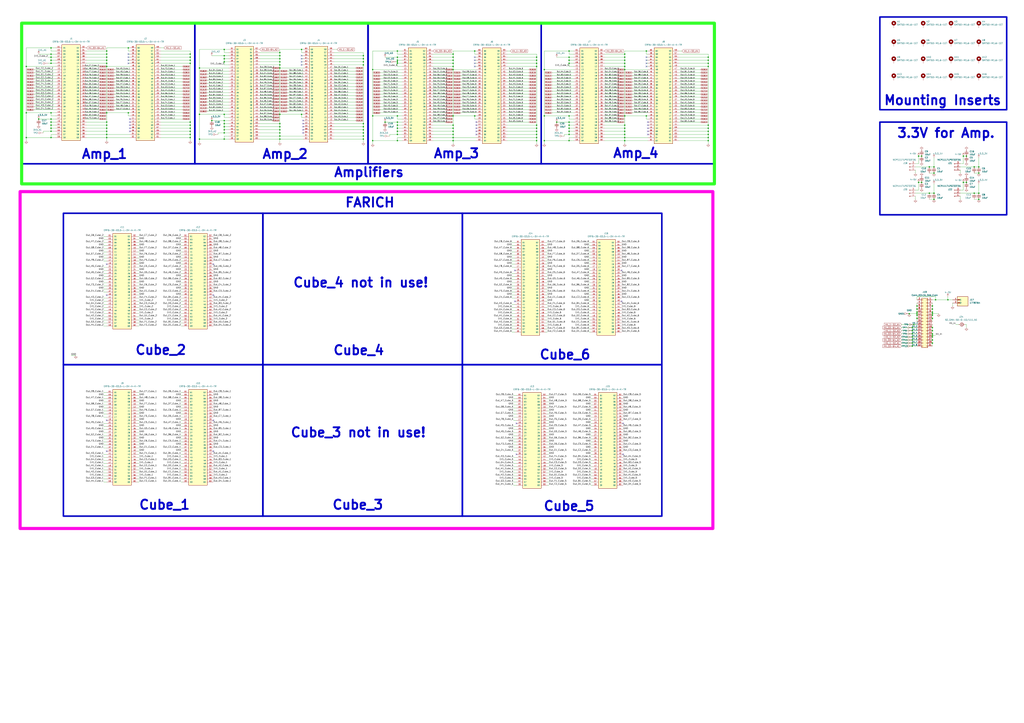
<source format=kicad_sch>
(kicad_sch (version 20250114) (generator "eeschema") (generator_version "9.0")
  (paper "A1")
  (title_block (title "Fibers Main Board") (date "2025-12-09") (rev "0"))
  (rectangle (start 379.73 299.72) (end 543.56 424.18) (stroke (width 1.27)))
  (rectangle (start 722.63 13.97) (end 826.77 90.17) (stroke (width 1.27)))
  (rectangle (start 17.78 19.05) (end 160.02 134.62) (stroke (width 1.27)))
  (rectangle (start 722.63 100.33) (end 826.77 176.53) (stroke (width 1.27)))
  (rectangle (start 302.26 19.05) (end 444.5 134.62) (stroke (width 1.27)))
  (rectangle (start 379.73 175.26) (end 543.56 299.72) (stroke (width 1.27)))
  (rectangle (start 215.9 299.72) (end 379.73 424.18) (stroke (width 1.27)))
  (rectangle (start 17.78 19.05) (end 586.74 151.13) (stroke (width 2.54) (color 45 255 35 1)))
  (rectangle (start 215.9 175.26) (end 379.73 299.72) (stroke (width 1.27)))
  (rectangle (start 52.07 299.72) (end 215.9 424.18) (stroke (width 1.27)))
  (rectangle (start 16.51 157.48) (end 585.47 434.34) (stroke (width 2.54) (color 255 6 227 1)))
  (rectangle (start 160.02 19.05) (end 302.26 134.62) (stroke (width 1.27)))
  (rectangle (start 444.5 19.05) (end 586.74 134.62) (stroke (width 1.27)))
  (rectangle (start 52.07 175.26) (end 215.9 299.72) (stroke (width 1.27)))
  (text "Amplifiers" (at 303.022 141.732 0) (effects (font (size 7.62 7.62) (thickness 1.524) (bold yes))))
  (text "FARICH" (at 303.784 166.624 0) (effects (font (size 7.62 7.62) (thickness 1.524) (bold yes))))
  (text "Cube_5" (at 467.36 416.052 0) (effects (font (size 7.62 7.62) (thickness 1.524) (bold yes))))
  (text "Cube_4 not in use! " (at 299.212 232.41 0) (effects (font (size 7.62 7.62) (thickness 1.524) (bold yes))))
  (text "Cube_1" (at 135.128 415.036 0) (effects (font (size 7.62 7.62) (thickness 1.524) (bold yes))))
  (text "Cube_4" (at 294.64 288.036 0) (effects (font (size 7.62 7.62) (thickness 1.524) (bold yes))))
  (text "Amp_1" (at 85.852 126.746 0) (effects (font (size 7.62 7.62) (thickness 1.524) (bold yes))))
  (text "Cube_6" (at 464.058 291.592 0) (effects (font (size 7.62 7.62) (thickness 1.524) (bold yes))))
  (text "3.3V for Amp." (at 776.986 109.474 0) (effects (font (size 7.62 7.62) (thickness 1.524) (bold yes))))
  (text "Mounting Inserts" (at 774.192 82.55 0) (effects (font (size 7.62 7.62) (thickness 1.524) (bold yes))))
  (text "Amp_4" (at 522.224 125.984 0) (effects (font (size 7.62 7.62) (thickness 1.524) (bold yes))))
  (text "Cube_2" (at 132.08 287.782 0) (effects (font (size 7.62 7.62) (thickness 1.524) (bold yes))))
  (text "Amp_3" (at 374.904 126.238 0) (effects (font (size 7.62 7.62) (thickness 1.524) (bold yes))))
  (text "Amp_2" (at 234.188 126.746 0) (effects (font (size 7.62 7.62) (thickness 1.524) (bold yes))))
  (text "Cube_3 not in use! " (at 297.18 355.6 0) (effects (font (size 7.62 7.62) (thickness 1.524) (bold yes))))
  (text "Cube_3" (at 293.878 415.036 0) (effects (font (size 7.62 7.62) (thickness 1.524) (bold yes))))
  (junction (at 749.3 281.94))
  (junction (at 581.66 54.61))
  (junction (at 306.07 95.25))
  (junction (at 753.11 261.62))
  (junction (at 753.11 257.81))
  (junction (at 765.81 254))
  (junction (at 184.15 99.06))
  (junction (at 440.69 115.57))
  (junction (at 87.63 52.07))
  (junction (at 513.08 46.99))
  (junction (at 372.11 54.61))
  (junction (at 184.15 40.64))
  (junction (at 749.3 279.4))
  (junction (at 467.36 52.07))
  (junction (at 513.08 52.07))
  (junction (at 306.07 115.57))
  (junction (at 765.81 251.46))
  (junction (at 467.36 46.99))
  (junction (at 87.63 44.45))
  (junction (at 749.3 274.32))
  (junction (at 763.27 158.75))
  (junction (at 156.21 46.99))
  (junction (at 440.69 107.95))
  (junction (at 156.21 102.87))
  (junction (at 440.69 49.53))
  (junction (at 87.63 102.87))
  (junction (at 156.21 44.45))
  (junction (at 326.39 102.87))
  (junction (at 513.08 115.57))
  (junction (at 184.15 104.14))
  (junction (at 229.87 45.72))
  (junction (at 749.3 276.86))
  (junction (at 326.39 49.53))
  (junction (at 173.99 99.06))
  (junction (at 800.1 137.16))
  (junction (at 513.08 95.25))
  (junction (at 298.45 106.68))
  (junction (at 31.75 97.79))
  (junction (at 753.11 259.08))
  (junction (at 326.39 95.25))
  (junction (at 156.21 52.07))
  (junction (at 513.08 49.53))
  (junction (at 326.39 46.99))
  (junction (at 156.21 100.33))
  (junction (at 440.69 110.49))
  (junction (at 298.45 111.76))
  (junction (at 298.45 53.34))
  (junction (at 791.21 149.86))
  (junction (at 156.21 107.95))
  (junction (at 41.91 52.07))
  (junction (at 229.87 43.18))
  (junction (at 803.91 158.75))
  (junction (at 229.87 106.68))
  (junction (at 513.08 110.49))
  (junction (at 156.21 113.03))
  (junction (at 767.08 158.75))
  (junction (at 41.91 100.33))
  (junction (at 467.36 49.53))
  (junction (at 105.41 39.37))
  (junction (at 753.11 251.46))
  (junction (at 41.91 107.95))
  (junction (at 803.91 142.24))
  (junction (at 389.89 95.25))
  (junction (at 767.08 163.83))
  (junction (at 765.81 259.08))
  (junction (at 530.86 41.91))
  (junction (at 41.91 113.03))
  (junction (at 793.75 128.27))
  (junction (at 513.08 102.87))
  (junction (at 467.36 100.33))
  (junction (at 372.11 95.25))
  (junction (at 87.63 54.61))
  (junction (at 298.45 45.72))
  (junction (at 765.81 261.62))
  (junction (at 750.57 266.7))
  (junction (at 21.59 54.61))
  (junction (at 749.3 271.78))
  (junction (at 765.81 271.78))
  (junction (at 765.81 257.81))
  (junction (at 326.39 41.91))
  (junction (at 326.39 100.33))
  (junction (at 793.75 149.86))
  (junction (at 447.04 57.15))
  (junction (at 229.87 109.22))
  (junction (at 467.36 102.87))
  (junction (at 229.87 50.8))
  (junction (at 581.66 110.49))
  (junction (at 513.08 57.15))
  (junction (at 184.15 48.26))
  (junction (at 372.11 49.53))
  (junction (at 298.45 50.8))
  (junction (at 372.11 52.07))
  (junction (at 372.11 57.15))
  (junction (at 372.11 44.45))
  (junction (at 316.23 100.33))
  (junction (at 184.15 45.72))
  (junction (at 87.63 110.49))
  (junction (at 513.08 54.61))
  (junction (at 767.08 137.16))
  (junction (at 184.15 50.8))
  (junction (at 298.45 109.22))
  (junction (at 513.08 105.41))
  (junction (at 791.21 128.27))
  (junction (at 765.81 256.54))
  (junction (at 184.15 106.68))
  (junction (at 749.2995 284.48))
  (junction (at 372.11 46.99))
  (junction (at 156.21 49.53))
  (junction (at 41.91 105.41))
  (junction (at 372.11 107.95))
  (junction (at 326.39 52.07))
  (junction (at 229.87 55.88))
  (junction (at 41.91 49.53))
  (junction (at 41.91 97.79))
  (junction (at 229.87 114.3))
  (junction (at 581.66 102.87))
  (junction (at 156.21 110.49))
  (junction (at 184.15 109.22))
  (junction (at 163.83 93.98))
  (junction (at 372.11 113.03))
  (junction (at 581.66 49.53))
  (junction (at 467.36 95.25))
  (junction (at 457.2 100.33))
  (junction (at 440.69 113.03))
  (junction (at 247.65 93.98))
  (junction (at 581.66 107.95))
  (junction (at 372.11 115.57))
  (junction (at 440.69 54.61))
  (junction (at 447.04 95.25))
  (junction (at 156.21 105.41))
  (junction (at 229.87 111.76))
  (junction (at 746.76 257.81))
  (junction (at 754.38 149.86))
  (junction (at 756.92 128.27))
  (junction (at 513.08 113.03))
  (junction (at 298.45 114.3))
  (junction (at 326.39 110.49))
  (junction (at 41.91 102.87))
  (junction (at 765.81 275.59))
  (junction (at 229.87 93.98))
  (junction (at 530.86 95.25))
  (junction (at 87.63 92.71))
  (junction (at 765.81 276.86))
  (junction (at 372.11 102.87))
  (junction (at 513.08 107.95))
  (junction (at 467.36 105.41))
  (junction (at 163.83 55.88))
  (junction (at 229.87 48.26))
  (junction (at 184.15 101.6))
  (junction (at 467.36 41.91))
  (junction (at 581.66 115.57))
  (junction (at 513.08 44.45))
  (junction (at 467.36 107.95))
  (junction (at 229.87 104.14))
  (junction (at 163.83 114.3))
  (junction (at 247.65 40.64))
  (junction (at 326.39 107.95))
  (junction (at 229.87 101.6))
  (junction (at 753.11 256.54))
  (junction (at 87.63 46.99))
  (junction (at 440.69 52.07))
  (junction (at 326.39 115.57))
  (junction (at 765.81 281.94))
  (junction (at 298.45 101.6))
  (junction (at 87.63 113.03))
  (junction (at 41.91 46.99))
  (junction (at 298.45 104.14))
  (junction (at 440.69 46.99))
  (junction (at 763.27 137.16))
  (junction (at 440.69 105.41))
  (junction (at 229.87 53.34))
  (junction (at 21.59 113.03))
  (junction (at 41.91 44.45))
  (junction (at 389.89 41.91))
  (junction (at 372.11 110.49))
  (junction (at 803.91 137.16))
  (junction (at 581.66 105.41))
  (junction (at 298.45 48.26))
  (junction (at 447.04 115.57))
  (junction (at 41.91 39.37))
  (junction (at 372.11 105.41))
  (junction (at 21.59 92.71))
  (junction (at 467.36 115.57))
  (junction (at 581.66 46.99))
  (junction (at 756.92 149.86))
  (junction (at 440.69 102.87))
  (junction (at 768.35 246.38))
  (junction (at 184.15 93.98))
  (junction (at 765.81 269.24))
  (junction (at 800.1 158.75))
  (junction (at 778.51 246.38))
  (junction (at 184.15 114.3))
  (junction (at 467.36 110.49))
  (junction (at 765.81 274.32))
  (junction (at 581.66 113.03))
  (junction (at 581.66 52.07))
  (junction (at 105.41 92.71))
  (junction (at 765.81 279.4))
  (junction (at 326.39 50.8))
  (junction (at 41.91 92.71))
  (junction (at 803.91 163.83))
  (junction (at 326.39 105.41))
  (junction (at 87.63 107.95))
  (junction (at 767.08 142.24))
  (junction (at 749.3 269.24))
  (junction (at 753.11 254))
  (junction (at 87.63 41.91))
  (junction (at 87.63 100.33))
  (junction (at 754.38 128.27))
  (junction (at 87.63 105.41))
  (junction (at 87.63 49.53))
  (junction (at 306.07 57.15))
  (no_connect (at 511.81 373.38))
  (no_connect (at 424.18 373.38))
  (no_connect (at 530.86 54.61))
  (no_connect (at 87.63 370.84))
  (no_connect (at 87.63 345.44))
  (no_connect (at 510.54 247.65))
  (no_connect (at 391.16 107.95))
  (no_connect (at 391.16 100.33))
  (no_connect (at 511.81 347.98))
  (no_connect (at 248.92 109.22))
  (no_connect (at 389.89 49.53))
  (no_connect (at 391.16 110.49))
  (no_connect (at 247.65 48.26))
  (no_connect (at 87.63 217.17))
  (no_connect (at 248.92 104.14))
  (no_connect (at 248.92 99.06))
  (no_connect (at 105.41 52.07))
  (no_connect (at 389.89 46.99))
  (no_connect (at 106.68 107.95))
  (no_connect (at 105.41 46.99))
  (no_connect (at 530.86 52.07))
  (no_connect (at 424.18 347.98))
  (no_connect (at 105.41 44.45))
  (no_connect (at 175.26 217.17))
  (no_connect (at 247.65 45.72))
  (no_connect (at 532.13 110.49))
  (no_connect (at 510.54 222.25))
  (no_connect (at 175.26 345.44))
  (no_connect (at 248.92 106.68))
  (no_connect (at 422.91 222.25))
  (no_connect (at 389.89 54.61))
  (no_connect (at 391.16 105.41))
  (no_connect (at 87.63 242.57))
  (no_connect (at 175.26 370.84))
  (no_connect (at 247.65 53.34))
  (no_connect (at 532.13 102.87))
  (no_connect (at 530.86 49.53))
  (no_connect (at 422.91 247.65))
  (no_connect (at 247.65 50.8))
  (no_connect (at 175.26 242.57))
  (no_connect (at 106.68 97.79))
  (no_connect (at 532.13 107.95))
  (no_connect (at 248.92 101.6))
  (no_connect (at 389.89 52.07))
  (no_connect (at 106.68 100.33))
  (no_connect (at 106.68 102.87))
  (no_connect (at 106.68 105.41))
  (no_connect (at 532.13 100.33))
  (no_connect (at 105.41 49.53))
  (no_connect (at 391.16 102.87))
  (no_connect (at 532.13 105.41))
  (no_connect (at 530.86 46.99))
  (wire (pts (xy 485.14 237.49) (xy 483.87 237.49)))
  (wire (pts (xy 467.36 44.45) (xy 467.36 41.91)))
  (wire (pts (xy 326.39 105.41) (xy 330.2 105.41)))
  (wire (pts (xy 330.2 113.03) (xy 326.39 113.03)))
  (wire (pts (xy 557.53 44.45) (xy 581.66 44.45)))
  (wire (pts (xy 378.46 67.31) (xy 391.16 67.31)))
  (wire (pts (xy 557.53 90.17) (xy 575.31 90.17)))
  (wire (pts (xy 113.03 330.2) (xy 114.3 330.2)))
  (wire (pts (xy 85.09 224.79) (xy 87.63 224.79)))
  (wire (pts (xy 378.46 85.09) (xy 391.16 85.09)))
  (wire (pts (xy 27.94 77.47) (xy 45.72 77.47)))
  (wire (pts (xy 513.08 44.45) (xy 513.08 46.99)))
  (wire (pts (xy 326.39 52.07) (xy 326.39 54.61)))
  (wire (pts (xy 485.14 207.01) (xy 483.87 207.01)))
  (wire (pts (xy 355.6 110.49) (xy 372.11 110.49)))
  (wire (pts (xy 87.63 110.49) (xy 106.68 110.49)))
  (wire (pts (xy 467.36 110.49) (xy 467.36 107.95)))
  (wire (pts (xy 355.6 97.79) (xy 365.76 97.79)))
  (wire (pts (xy 768.35 246.38) (xy 778.51 246.38)))
  (wire (pts (xy 463.55 110.49) (xy 467.36 110.49)))
  (wire (pts (xy 113.03 242.57) (xy 114.3 242.57)))
  (wire (pts (xy 513.08 107.95) (xy 513.08 110.49)))
  (wire (pts (xy 163.83 40.64) (xy 184.15 40.64)))
  (wire (pts (xy 229.87 45.72) (xy 229.87 48.26)))
  (wire (pts (xy 486.41 337.82) (xy 485.14 337.82)))
  (wire (pts (xy 421.64 327.66) (xy 424.18 327.66)))
  (wire (pts (xy 421.64 368.3) (xy 424.18 368.3)))
  (wire (pts (xy 35.56 107.95) (xy 41.91 107.95)))
  (wire (pts (xy 449.58 365.76) (xy 450.85 365.76)))
  (wire (pts (xy 93.98 74.93) (xy 106.68 74.93)))
  (wire (pts (xy 149.86 335.28) (xy 148.59 335.28)))
  (wire (pts (xy 326.39 100.33) (xy 330.2 100.33)))
  (wire (pts (xy 389.89 52.07) (xy 391.16 52.07)))
  (wire (pts (xy 248.92 40.64) (xy 247.65 40.64)))
  (wire (pts (xy 306.07 57.15) (xy 306.07 95.25)))
  (wire (pts (xy 485.14 265.43) (xy 483.87 265.43)))
  (wire (pts (xy 316.23 46.99) (xy 326.39 46.99)))
  (wire (pts (xy 581.66 44.45) (xy 581.66 46.99)))
  (wire (pts (xy 187.96 96.52) (xy 184.15 96.52)))
  (wire (pts (xy 496.57 102.87) (xy 513.08 102.87)))
  (wire (pts (xy 229.87 106.68) (xy 229.87 109.22)))
  (wire (pts (xy 93.98 80.01) (xy 106.68 80.01)))
  (wire (pts (xy 170.18 60.96) (xy 187.96 60.96)))
  (wire (pts (xy 149.86 322.58) (xy 148.59 322.58)))
  (wire (pts (xy 519.43 72.39) (xy 532.13 72.39)))
  (wire (pts (xy 113.03 250.19) (xy 114.3 250.19)))
  (wire (pts (xy 782.32 248.92) (xy 782.32 251.46)))
  (wire (pts (xy 421.64 325.12) (xy 424.18 325.12)))
  (wire (pts (xy 372.11 57.15) (xy 391.16 57.15)))
  (wire (pts (xy 440.69 49.53) (xy 440.69 52.07)))
  (wire (pts (xy 389.89 95.25) (xy 391.16 95.25)))
  (wire (pts (xy 421.64 370.84) (xy 424.18 370.84)))
  (wire (pts (xy 85.09 393.7) (xy 87.63 393.7)))
  (wire (pts (xy 87.63 39.37) (xy 87.63 41.91)))
  (wire (pts (xy 274.32 58.42) (xy 292.1 58.42)))
  (wire (pts (xy 213.36 114.3) (xy 229.87 114.3)))
  (wire (pts (xy 274.32 104.14) (xy 298.45 104.14)))
  (wire (pts (xy 85.09 201.93) (xy 87.63 201.93)))
  (wire (pts (xy 800.1 137.16) (xy 788.67 137.16)))
  (wire (pts (xy 149.86 368.3) (xy 148.59 368.3)))
  (wire (pts (xy 184.15 104.14) (xy 187.96 104.14)))
  (wire (pts (xy 85.09 368.3) (xy 87.63 368.3)))
  (wire (pts (xy 803.91 151.13) (xy 803.91 158.75)))
  (wire (pts (xy 355.6 85.09) (xy 365.76 85.09)))
  (wire (pts (xy 421.64 393.7) (xy 424.18 393.7)))
  (wire (pts (xy 247.65 48.26) (xy 248.92 48.26)))
  (wire (pts (xy 85.09 250.19) (xy 87.63 250.19)))
  (wire (pts (xy 763.27 137.16) (xy 767.08 137.16)))
  (wire (pts (xy 113.03 350.52) (xy 114.3 350.52)))
  (wire (pts (xy 416.56 102.87) (xy 440.69 102.87)))
  (wire (pts (xy 519.43 85.09) (xy 532.13 85.09)))
  (wire (pts (xy 312.42 62.23) (xy 330.2 62.23)))
  (wire (pts (xy 581.66 52.07) (xy 581.66 54.61)))
  (wire (pts (xy 326.39 110.49) (xy 326.39 107.95)))
  (wire (pts (xy 187.96 53.34) (xy 184.15 53.34)))
  (wire (pts (xy 85.09 194.31) (xy 87.63 194.31)))
  (wire (pts (xy 532.13 54.61) (xy 530.86 54.61)))
  (wire (pts (xy 236.22 88.9) (xy 248.92 88.9)))
  (wire (pts (xy 85.09 222.25) (xy 87.63 222.25)))
  (wire (pts (xy 485.14 250.19) (xy 483.87 250.19)))
  (wire (pts (xy 229.87 48.26) (xy 229.87 50.8)))
  (wire (pts (xy 85.09 204.47) (xy 87.63 204.47)))
  (wire (pts (xy 378.46 92.71) (xy 391.16 92.71)))
  (wire (pts (xy 355.6 92.71) (xy 365.76 92.71)))
  (wire (pts (xy 420.37 270.51) (xy 422.91 270.51)))
  (wire (pts (xy 513.08 46.99) (xy 513.08 49.53)))
  (wire (pts (xy 421.64 353.06) (xy 424.18 353.06)))
  (wire (pts (xy 149.86 327.66) (xy 148.59 327.66)))
  (wire (pts (xy 485.14 255.27) (xy 483.87 255.27)))
  (wire (pts (xy 485.14 222.25) (xy 483.87 222.25)))
  (wire (pts (xy 767.08 129.54) (xy 767.08 137.16)))
  (wire (pts (xy 170.18 63.5) (xy 187.96 63.5)))
  (wire (pts (xy 149.86 212.09) (xy 148.59 212.09)))
  (wire (pts (xy 485.14 270.51) (xy 483.87 270.51)))
  (wire (pts (xy 213.36 91.44) (xy 223.52 91.44)))
  (wire (pts (xy 93.98 69.85) (xy 106.68 69.85)))
  (wire (pts (xy 312.42 85.09) (xy 330.2 85.09)))
  (wire (pts (xy 149.86 199.39) (xy 148.59 199.39)))
  (wire (pts (xy 740.41 269.24) (xy 749.3 269.24)))
  (wire (pts (xy 184.15 111.76) (xy 184.15 114.3)))
  (wire (pts (xy 751.84 139.7) (xy 751.84 142.24)))
  (wire (pts (xy 298.45 104.14) (xy 298.45 106.68)))
  (wire (pts (xy 416.56 46.99) (xy 440.69 46.99)))
  (wire (pts (xy 557.53 72.39) (xy 575.31 72.39)))
  (wire (pts (xy 113.03 325.12) (xy 114.3 325.12)))
  (wire (pts (xy 236.22 58.42) (xy 248.92 58.42)))
  (wire (pts (xy 113.03 396.24) (xy 114.3 396.24)))
  (wire (pts (xy 372.11 57.15) (xy 372.11 95.25)))
  (wire (pts (xy 93.98 59.69) (xy 106.68 59.69)))
  (wire (pts (xy 448.31 257.81) (xy 449.58 257.81)))
  (wire (pts (xy 420.37 250.19) (xy 422.91 250.19)))
  (wire (pts (xy 378.46 59.69) (xy 391.16 59.69)))
  (wire (pts (xy 274.32 73.66) (xy 292.1 73.66)))
  (wire (pts (xy 496.57 52.07) (xy 513.08 52.07)))
  (wire (pts (xy 85.09 196.85) (xy 87.63 196.85)))
  (wire (pts (xy 420.37 262.89) (xy 422.91 262.89)))
  (wire (pts (xy 105.41 92.71) (xy 106.68 92.71)))
  (wire (pts (xy 132.08 113.03) (xy 156.21 113.03)))
  (wire (pts (xy 453.39 87.63) (xy 471.17 87.63)))
  (wire (pts (xy 213.36 71.12) (xy 223.52 71.12)))
  (wire (pts (xy 71.12 100.33) (xy 87.63 100.33)))
  (wire (pts (xy 149.86 350.52) (xy 148.59 350.52)))
  (wire (pts (xy 87.63 107.95) (xy 87.63 110.49)))
  (wire (pts (xy 236.22 91.44) (xy 248.92 91.44)))
  (wire (pts (xy 213.36 55.88) (xy 223.52 55.88)))
  (wire (pts (xy 41.91 92.71) (xy 45.72 92.71)))
  (wire (pts (xy 372.11 113.03) (xy 372.11 115.57)))
  (wire (pts (xy 496.57 59.69) (xy 506.73 59.69)))
  (wire (pts (xy 312.42 80.01) (xy 330.2 80.01)))
  (wire (pts (xy 312.42 59.69) (xy 330.2 59.69)))
  (wire (pts (xy 416.56 80.01) (xy 434.34 80.01)))
  (wire (pts (xy 113.03 340.36) (xy 114.3 340.36)))
  (wire (pts (xy 41.91 105.41) (xy 45.72 105.41)))
  (wire (pts (xy 71.12 54.61) (xy 81.28 54.61)))
  (wire (pts (xy 21.59 39.37) (xy 21.59 54.61)))
  (wire (pts (xy 41.91 46.99) (xy 41.91 49.53)))
  (wire (pts (xy 449.58 345.44) (xy 450.85 345.44)))
  (wire (pts (xy 312.42 72.39) (xy 330.2 72.39)))
  (wire (pts (xy 467.36 97.79) (xy 467.36 95.25)))
  (wire (pts (xy 378.46 62.23) (xy 391.16 62.23)))
  (wire (pts (xy 113.03 260.35) (xy 114.3 260.35)))
  (wire (pts (xy 149.86 209.55) (xy 148.59 209.55)))
  (wire (pts (xy 173.99 45.72) (xy 184.15 45.72)))
  (wire (pts (xy 496.57 72.39) (xy 506.73 72.39)))
  (wire (pts (xy 421.64 363.22) (xy 424.18 363.22)))
  (wire (pts (xy 71.12 41.91) (xy 87.63 41.91)))
  (wire (pts (xy 87.63 92.71) (xy 87.63 100.33)))
  (wire (pts (xy 453.39 64.77) (xy 471.17 64.77)))
  (wire (pts (xy 85.09 257.81) (xy 87.63 257.81)))
  (wire (pts (xy 378.46 74.93) (xy 391.16 74.93)))
  (wire (pts (xy 87.63 49.53) (xy 87.63 52.07)))
  (wire (pts (xy 149.86 250.19) (xy 148.59 250.19)))
  (wire (pts (xy 149.86 353.06) (xy 148.59 353.06)))
  (wire (pts (xy 486.41 375.92) (xy 485.14 375.92)))
  (wire (pts (xy 557.53 82.55) (xy 575.31 82.55)))
  (wire (pts (xy 421.64 381) (xy 424.18 381)))
  (wire (pts (xy 765.81 254) (xy 765.81 256.54)))
  (wire (pts (xy 85.09 330.2) (xy 87.63 330.2)))
  (wire (pts (xy 803.91 137.16) (xy 800.1 137.16)))
  (wire (pts (xy 496.57 113.03) (xy 513.08 113.03)))
  (wire (pts (xy 467.36 102.87) (xy 467.36 100.33)))
  (wire (pts (xy 105.41 44.45) (xy 106.68 44.45)))
  (wire (pts (xy 453.39 69.85) (xy 471.17 69.85)))
  (wire (pts (xy 749.3 274.32) (xy 753.11 274.32)))
  (wire (pts (xy 421.64 337.82) (xy 424.18 337.82)))
  (wire (pts (xy 449.58 350.52) (xy 450.85 350.52)))
  (wire (pts (xy 87.63 105.41) (xy 87.63 107.95)))
  (wire (pts (xy 581.66 46.99) (xy 581.66 49.53)))
  (wire (pts (xy 449.58 355.6) (xy 450.85 355.6)))
  (wire (pts (xy 149.86 217.17) (xy 148.59 217.17)))
  (wire (pts (xy 41.91 39.37) (xy 45.72 39.37)))
  (wire (pts (xy 763.27 142.24) (xy 767.08 142.24)))
  (wire (pts (xy 41.91 110.49) (xy 41.91 113.03)))
  (wire (pts (xy 763.27 158.75) (xy 751.84 158.75)))
  (wire (pts (xy 326.39 44.45) (xy 326.39 41.91)))
  (wire (pts (xy 298.45 114.3) (xy 298.45 116.84)))
  (wire (pts (xy 274.32 76.2) (xy 292.1 76.2)))
  (wire (pts (xy 740.41 276.86) (xy 749.3 276.86)))
  (wire (pts (xy 106.68 41.91) (xy 105.41 41.91)))
  (wire (pts (xy 513.08 113.03) (xy 513.08 115.57)))
  (wire (pts (xy 106.68 39.37) (xy 105.41 39.37)))
  (wire (pts (xy 149.86 373.38) (xy 148.59 373.38)))
  (wire (pts (xy 581.66 49.53) (xy 581.66 52.07)))
  (wire (pts (xy 113.03 262.89) (xy 114.3 262.89)))
  (wire (pts (xy 326.39 95.25) (xy 330.2 95.25)))
  (wire (pts (xy 486.41 330.2) (xy 485.14 330.2)))
  (wire (pts (xy 93.98 90.17) (xy 106.68 90.17)))
  (wire (pts (xy 496.57 110.49) (xy 513.08 110.49)))
  (wire (pts (xy 449.58 381) (xy 450.85 381)))
  (wire (pts (xy 485.14 242.57) (xy 483.87 242.57)))
  (wire (pts (xy 298.45 50.8) (xy 298.45 53.34)))
  (wire (pts (xy 149.86 242.57) (xy 148.59 242.57)))
  (wire (pts (xy 31.75 97.79) (xy 41.91 97.79)))
  (wire (pts (xy 581.66 113.03) (xy 581.66 115.57)))
  (wire (pts (xy 105.41 46.99) (xy 106.68 46.99)))
  (wire (pts (xy 448.31 204.47) (xy 449.58 204.47)))
  (wire (pts (xy 71.12 92.71) (xy 81.28 92.71)))
  (wire (pts (xy 213.36 60.96) (xy 223.52 60.96)))
  (wire (pts (xy 236.22 66.04) (xy 248.92 66.04)))
  (wire (pts (xy 486.41 353.06) (xy 485.14 353.06)))
  (wire (pts (xy 330.2 44.45) (xy 326.39 44.45)))
  (wire (pts (xy 485.14 260.35) (xy 483.87 260.35)))
  (wire (pts (xy 41.91 97.79) (xy 45.72 97.79)))
  (wire (pts (xy 85.09 365.76) (xy 87.63 365.76)))
  (wire (pts (xy 420.37 267.97) (xy 422.91 267.97)))
  (wire (pts (xy 486.41 327.66) (xy 485.14 327.66)))
  (wire (pts (xy 113.03 194.31) (xy 114.3 194.31)))
  (wire (pts (xy 486.41 398.78) (xy 485.14 398.78)))
  (wire (pts (xy 471.17 113.03) (xy 467.36 113.03)))
  (wire (pts (xy 149.86 325.12) (xy 148.59 325.12)))
  (wire (pts (xy 184.15 45.72) (xy 184.15 48.26)))
  (wire (pts (xy 149.86 237.49) (xy 148.59 237.49)))
  (wire (pts (xy 156.21 107.95) (xy 156.21 110.49)))
  (wire (pts (xy 753.11 256.54) (xy 753.11 257.81)))
  (wire (pts (xy 740.41 266.7) (xy 750.57 266.7)))
  (wire (pts (xy 449.58 335.28) (xy 450.85 335.28)))
  (wire (pts (xy 372.11 115.57) (xy 372.11 118.11)))
  (wire (pts (xy 149.86 245.11) (xy 148.59 245.11)))
  (wire (pts (xy 448.31 199.39) (xy 449.58 199.39)))
  (wire (pts (xy 41.91 105.41) (xy 41.91 102.87)))
  (wire (pts (xy 496.57 80.01) (xy 506.73 80.01)))
  (wire (pts (xy 486.41 355.6) (xy 485.14 355.6)))
  (wire (pts (xy 156.21 52.07) (xy 156.21 100.33)))
  (wire (pts (xy 306.07 115.57) (xy 326.39 115.57)))
  (wire (pts (xy 447.04 57.15) (xy 471.17 57.15)))
  (wire (pts (xy 740.41 279.4) (xy 749.3 279.4)))
  (wire (pts (xy 41.91 46.99) (xy 45.72 46.99)))
  (wire (pts (xy 485.14 245.11) (xy 483.87 245.11)))
  (wire (pts (xy 421.64 386.08) (xy 424.18 386.08)))
  (wire (pts (xy 486.41 325.12) (xy 485.14 325.12)))
  (wire (pts (xy 355.6 95.25) (xy 365.76 95.25)))
  (wire (pts (xy 113.03 209.55) (xy 114.3 209.55)))
  (wire (pts (xy 85.09 265.43) (xy 87.63 265.43)))
  (wire (pts (xy 416.56 97.79) (xy 434.34 97.79)))
  (wire (pts (xy 763.27 137.16) (xy 751.84 137.16)))
  (wire (pts (xy 421.64 340.36) (xy 424.18 340.36)))
  (wire (pts (xy 753.11 257.81) (xy 753.11 259.08)))
  (wire (pts (xy 557.53 52.07) (xy 581.66 52.07)))
  (wire (pts (xy 113.03 345.44) (xy 114.3 345.44)))
  (wire (pts (xy 421.64 375.92) (xy 424.18 375.92)))
  (wire (pts (xy 27.94 62.23) (xy 45.72 62.23)))
  (wire (pts (xy 416.56 74.93) (xy 434.34 74.93)))
  (wire (pts (xy 486.41 388.62) (xy 485.14 388.62)))
  (wire (pts (xy 132.08 69.85) (xy 149.86 69.85)))
  (wire (pts (xy 229.87 55.88) (xy 248.92 55.88)))
  (wire (pts (xy 768.35 243.84) (xy 768.35 246.38)))
  (wire (pts (xy 113.03 378.46) (xy 114.3 378.46)))
  (wire (pts (xy 485.14 252.73) (xy 483.87 252.73)))
  (wire (pts (xy 448.31 237.49) (xy 449.58 237.49)))
  (wire (pts (xy 187.96 111.76) (xy 184.15 111.76)))
  (wire (pts (xy 39.37 52.07) (xy 41.91 52.07)))
  (wire (pts (xy 31.75 44.45) (xy 41.91 44.45)))
  (wire (pts (xy 45.72 95.25) (xy 41.91 95.25)))
  (wire (pts (xy 378.46 77.47) (xy 391.16 77.47)))
  (wire (pts (xy 71.12 95.25) (xy 81.28 95.25)))
  (wire (pts (xy 132.08 87.63) (xy 149.86 87.63)))
  (wire (pts (xy 754.38 156.21) (xy 751.84 156.21)))
  (wire (pts (xy 132.08 82.55) (xy 149.86 82.55)))
  (wire (pts (xy 71.12 64.77) (xy 81.28 64.77)))
  (wire (pts (xy 312.42 77.47) (xy 330.2 77.47)))
  (wire (pts (xy 448.31 219.71) (xy 449.58 219.71)))
  (wire (pts (xy 85.09 252.73) (xy 87.63 252.73)))
  (wire (pts (xy 496.57 49.53) (xy 513.08 49.53)))
  (wire (pts (xy 530.86 49.53) (xy 532.13 49.53)))
  (wire (pts (xy 113.03 342.9) (xy 114.3 342.9)))
  (wire (pts (xy 105.41 41.91) (xy 105.41 39.37)))
  (wire (pts (xy 85.09 340.36) (xy 87.63 340.36)))
  (wire (pts (xy 447.04 57.15) (xy 447.04 95.25)))
  (wire (pts (xy 71.12 97.79) (xy 81.28 97.79)))
  (wire (pts (xy 71.12 102.87) (xy 87.63 102.87)))
  (wire (pts (xy 557.53 69.85) (xy 575.31 69.85)))
  (wire (pts (xy 513.08 57.15) (xy 532.13 57.15)))
  (wire (pts (xy 71.12 82.55) (xy 81.28 82.55)))
  (wire (pts (xy 581.66 115.57) (xy 581.66 118.11)))
  (wire (pts (xy 149.86 386.08) (xy 148.59 386.08)))
  (wire (pts (xy 41.91 95.25) (xy 41.91 92.71)))
  (wire (pts (xy 149.86 365.76) (xy 148.59 365.76)))
  (wire (pts (xy 416.56 62.23) (xy 434.34 62.23)))
  (wire (pts (xy 486.41 370.84) (xy 485.14 370.84)))
  (wire (pts (xy 45.72 107.95) (xy 41.91 107.95)))
  (wire (pts (xy 485.14 217.17) (xy 483.87 217.17)))
  (wire (pts (xy 416.56 110.49) (xy 440.69 110.49)))
  (wire (pts (xy 326.39 41.91) (xy 330.2 41.91)))
  (wire (pts (xy 355.6 77.47) (xy 365.76 77.47)))
  (wire (pts (xy 416.56 92.71) (xy 434.34 92.71)))
  (wire (pts (xy 496.57 97.79) (xy 506.73 97.79)))
  (wire (pts (xy 113.03 393.7) (xy 114.3 393.7)))
  (wire (pts (xy 800.1 163.83) (xy 803.91 163.83)))
  (wire (pts (xy 453.39 90.17) (xy 471.17 90.17)))
  (wire (pts (xy 485.14 247.65) (xy 483.87 247.65)))
  (wire (pts (xy 71.12 74.93) (xy 81.28 74.93)))
  (wire (pts (xy 519.43 69.85) (xy 532.13 69.85)))
  (wire (pts (xy 448.31 245.11) (xy 449.58 245.11)))
  (wire (pts (xy 236.22 68.58) (xy 248.92 68.58)))
  (wire (pts (xy 213.36 81.28) (xy 223.52 81.28)))
  (wire (pts (xy 519.43 90.17) (xy 532.13 90.17)))
  (wire (pts (xy 312.42 67.31) (xy 330.2 67.31)))
  (wire (pts (xy 803.91 158.75) (xy 800.1 158.75)))
  (wire (pts (xy 229.87 40.64) (xy 229.87 43.18)))
  (wire (pts (xy 753.11 243.84) (xy 768.35 243.84)))
  (wire (pts (xy 41.91 107.95) (xy 41.91 105.41)))
  (wire (pts (xy 449.58 342.9) (xy 450.85 342.9)))
  (wire (pts (xy 416.56 49.53) (xy 440.69 49.53)))
  (wire (pts (xy 803.91 129.54) (xy 803.91 137.16)))
  (wire (pts (xy 149.86 219.71) (xy 148.59 219.71)))
  (wire (pts (xy 440.69 54.61) (xy 440.69 102.87)))
  (wire (pts (xy 85.09 332.74) (xy 87.63 332.74)))
  (wire (pts (xy 213.36 43.18) (xy 229.87 43.18)))
  (wire (pts (xy 765.81 281.94) (xy 765.81 284.48)))
  (wire (pts (xy 213.36 88.9) (xy 223.52 88.9)))
  (wire (pts (xy 106.68 52.07) (xy 105.41 52.07)))
  (wire (pts (xy 149.86 363.22) (xy 148.59 363.22)))
  (wire (pts (xy 448.31 234.95) (xy 449.58 234.95)))
  (wire (pts (xy 449.58 340.36) (xy 450.85 340.36)))
  (wire (pts (xy 149.86 375.92) (xy 148.59 375.92)))
  (wire (pts (xy 421.64 335.28) (xy 424.18 335.28)))
  (wire (pts (xy 236.22 83.82) (xy 248.92 83.82)))
  (wire (pts (xy 298.45 45.72) (xy 298.45 48.26)))
  (wire (pts (xy 421.64 360.68) (xy 424.18 360.68)))
  (wire (pts (xy 85.09 337.82) (xy 87.63 337.82)))
  (wire (pts (xy 330.2 110.49) (xy 326.39 110.49)))
  (wire (pts (xy 765.81 248.92) (xy 765.81 251.46)))
  (wire (pts (xy 519.43 80.01) (xy 532.13 80.01)))
  (wire (pts (xy 486.41 342.9) (xy 485.14 342.9)))
  (wire (pts (xy 71.12 62.23) (xy 81.28 62.23)))
  (wire (pts (xy 298.45 101.6) (xy 298.45 104.14)))
  (wire (pts (xy 85.09 207.01) (xy 87.63 207.01)))
  (wire (pts (xy 170.18 66.04) (xy 187.96 66.04)))
  (wire (pts (xy 21.59 92.71) (xy 21.59 113.03)))
  (wire (pts (xy 440.69 115.57) (xy 440.69 118.11)))
  (wire (pts (xy 21.59 39.37) (xy 41.91 39.37)))
  (wire (pts (xy 391.16 54.61) (xy 389.89 54.61)))
  (wire (pts (xy 85.09 360.68) (xy 87.63 360.68)))
  (wire (pts (xy 421.64 398.78) (xy 424.18 398.78)))
  (wire (pts (xy 85.09 347.98) (xy 87.63 347.98)))
  (wire (pts (xy 457.2 100.33) (xy 467.36 100.33)))
  (wire (pts (xy 274.32 48.26) (xy 298.45 48.26)))
  (wire (pts (xy 21.59 54.61) (xy 45.72 54.61)))
  (wire (pts (xy 765.81 271.78) (xy 765.81 274.32)))
  (wire (pts (xy 485.14 257.81) (xy 483.87 257.81)))
  (wire (pts (xy 132.08 54.61) (xy 149.86 54.61)))
  (wire (pts (xy 274.32 101.6) (xy 298.45 101.6)))
  (wire (pts (xy 274.32 55.88) (xy 292.1 55.88)))
  (wire (pts (xy 247.65 93.98) (xy 248.92 93.98)))
  (wire (pts (xy 163.83 93.98) (xy 184.15 93.98)))
  (wire (pts (xy 132.08 92.71) (xy 149.86 92.71)))
  (wire (pts (xy 113.03 204.47) (xy 114.3 204.47)))
  (wire (pts (xy 496.57 77.47) (xy 506.73 77.47)))
  (wire (pts (xy 27.94 90.17) (xy 45.72 90.17)))
  (wire (pts (xy 170.18 81.28) (xy 187.96 81.28)))
  (wire (pts (xy 213.36 109.22) (xy 229.87 109.22)))
  (wire (pts (xy 486.41 393.7) (xy 485.14 393.7)))
  (wire (pts (xy 485.14 199.39) (xy 483.87 199.39)))
  (wire (pts (xy 496.57 115.57) (xy 513.08 115.57)))
  (wire (pts (xy 372.11 105.41) (xy 372.11 107.95)))
  (wire (pts (xy 149.86 234.95) (xy 148.59 234.95)))
  (wire (pts (xy 753.11 251.46) (xy 753.11 254)))
  (wire (pts (xy 486.41 345.44) (xy 485.14 345.44)))
  (wire (pts (xy 486.41 365.76) (xy 485.14 365.76)))
  (wire (pts (xy 149.86 204.47) (xy 148.59 204.47)))
  (wire (pts (xy 440.69 44.45) (xy 440.69 46.99)))
  (wire (pts (xy 496.57 62.23) (xy 506.73 62.23)))
  (wire (pts (xy 557.53 67.31) (xy 575.31 67.31)))
  (wire (pts (xy 449.58 370.84) (xy 450.85 370.84)))
  (wire (pts (xy 274.32 68.58) (xy 292.1 68.58)))
  (wire (pts (xy 557.53 54.61) (xy 581.66 54.61)))
  (wire (pts (xy 41.91 44.45) (xy 41.91 46.99)))
  (wire (pts (xy 306.07 95.25) (xy 326.39 95.25)))
  (wire (pts (xy 113.03 245.11) (xy 114.3 245.11)))
  (wire (pts (xy 113.03 222.25) (xy 114.3 222.25)))
  (wire (pts (xy 229.87 43.18) (xy 229.87 45.72)))
  (wire (pts (xy 312.42 64.77) (xy 330.2 64.77)))
  (wire (pts (xy 312.42 92.71) (xy 330.2 92.71)))
  (wire (pts (xy 85.09 378.46) (xy 87.63 378.46)))
  (wire (pts (xy 467.36 52.07) (xy 467.36 54.61)))
  (wire (pts (xy 447.04 95.25) (xy 467.36 95.25)))
  (wire (pts (xy 486.41 335.28) (xy 485.14 335.28)))
  (wire (pts (xy 71.12 52.07) (xy 87.63 52.07)))
  (wire (pts (xy 184.15 45.72) (xy 187.96 45.72)))
  (wire (pts (xy 421.64 332.74) (xy 424.18 332.74)))
  (wire (pts (xy 93.98 77.47) (xy 106.68 77.47)))
  (wire (pts (xy 416.56 90.17) (xy 434.34 90.17)))
  (wire (pts (xy 149.86 232.41) (xy 148.59 232.41)))
  (wire (pts (xy 85.09 214.63) (xy 87.63 214.63)))
  (wire (pts (xy 581.66 105.41) (xy 581.66 107.95)))
  (wire (pts (xy 740.41 274.32) (xy 749.3 274.32)))
  (wire (pts (xy 184.15 40.64) (xy 187.96 40.64)))
  (wire (pts (xy 247.65 96.52) (xy 247.65 93.98)))
  (wire (pts (xy 326.39 46.99) (xy 330.2 46.99)))
  (wire (pts (xy 173.99 99.06) (xy 184.15 99.06)))
  (wire (pts (xy 420.37 204.47) (xy 422.91 204.47)))
  (wire (pts (xy 416.56 107.95) (xy 440.69 107.95)))
  (wire (pts (xy 557.53 95.25) (xy 575.31 95.25)))
  (wire (pts (xy 184.15 99.06) (xy 187.96 99.06)))
  (wire (pts (xy 420.37 214.63) (xy 422.91 214.63)))
  (wire (pts (xy 378.46 87.63) (xy 391.16 87.63)))
  (wire (pts (xy 312.42 74.93) (xy 330.2 74.93)))
  (wire (pts (xy 792.48 266.7) (xy 793.75 266.7)))
  (wire (pts (xy 156.21 100.33) (xy 156.21 102.87)))
  (wire (pts (xy 236.22 86.36) (xy 248.92 86.36)))
  (wire (pts (xy 765.81 276.86) (xy 765.81 279.4)))
  (wire (pts (xy 513.08 57.15) (xy 513.08 95.25)))
  (wire (pts (xy 149.86 196.85) (xy 148.59 196.85)))
  (wire (pts (xy 298.45 48.26) (xy 298.45 50.8)))
  (wire (pts (xy 85.09 335.28) (xy 87.63 335.28)))
  (wire (pts (xy 229.87 111.76) (xy 248.92 111.76)))
  (wire (pts (xy 71.12 46.99) (xy 87.63 46.99)))
  (wire (pts (xy 449.58 378.46) (xy 450.85 378.46)))
  (wire (pts (xy 530.86 44.45) (xy 530.86 41.91)))
  (wire (pts (xy 467.36 105.41) (xy 471.17 105.41)))
  (wire (pts (xy 448.31 252.73) (xy 449.58 252.73)))
  (wire (pts (xy 156.21 110.49) (xy 156.21 113.03)))
  (wire (pts (xy 113.03 335.28) (xy 114.3 335.28)))
  (wire (pts (xy 448.31 201.93) (xy 449.58 201.93)))
  (wire (pts (xy 557.53 49.53) (xy 581.66 49.53)))
  (wire (pts (xy 85.09 358.14) (xy 87.63 358.14)))
  (wire (pts (xy 213.36 48.26) (xy 229.87 48.26)))
  (wire (pts (xy 326.39 115.57) (xy 330.2 115.57)))
  (wire (pts (xy 420.37 219.71) (xy 422.91 219.71)))
  (wire (pts (xy 557.53 62.23) (xy 575.31 62.23)))
  (wire (pts (xy 45.72 41.91) (xy 41.91 41.91)))
  (wire (pts (xy 420.37 207.01) (xy 422.91 207.01)))
  (wire (pts (xy 213.36 83.82) (xy 223.52 83.82)))
  (wire (pts (xy 236.22 78.74) (xy 248.92 78.74)))
  (wire (pts (xy 530.86 52.07) (xy 532.13 52.07)))
  (wire (pts (xy 105.41 39.37) (xy 87.63 39.37)))
  (wire (pts (xy 355.6 69.85) (xy 365.76 69.85)))
  (wire (pts (xy 274.32 93.98) (xy 292.1 93.98)))
  (wire (pts (xy 132.08 49.53) (xy 156.21 49.53)))
  (wire (pts (xy 467.36 41.91) (xy 471.17 41.91)))
  (wire (pts (xy 449.58 386.08) (xy 450.85 386.08)))
  (wire (pts (xy 85.09 199.39) (xy 87.63 199.39)))
  (wire (pts (xy 496.57 74.93) (xy 506.73 74.93)))
  (wire (pts (xy 85.09 350.52) (xy 87.63 350.52)))
  (wire (pts (xy 749.3 271.78) (xy 753.11 271.78)))
  (wire (pts (xy 274.32 60.96) (xy 292.1 60.96)))
  (wire (pts (xy 453.39 85.09) (xy 471.17 85.09)))
  (wire (pts (xy 467.36 52.07) (xy 471.17 52.07)))
  (wire (pts (xy 229.87 114.3) (xy 248.92 114.3)))
  (wire (pts (xy 440.69 52.07) (xy 440.69 54.61)))
  (wire (pts (xy 448.31 255.27) (xy 449.58 255.27)))
  (wire (pts (xy 416.56 57.15) (xy 434.34 57.15)))
  (wire (pts (xy 513.08 115.57) (xy 532.13 115.57)))
  (wire (pts (xy 467.36 105.41) (xy 467.36 102.87)))
  (wire (pts (xy 213.36 86.36) (xy 223.52 86.36)))
  (wire (pts (xy 58.42 292.1) (xy 62.23 292.1)))
  (wire (pts (xy 519.43 64.77) (xy 532.13 64.77)))
  (wire (pts (xy 791.21 128.27) (xy 793.75 128.27)))
  (wire (pts (xy 754.38 149.86) (xy 754.38 156.21)))
  (wire (pts (xy 749.3 281.94) (xy 753.11 281.94)))
  (wire (pts (xy 149.86 229.87) (xy 148.59 229.87)))
  (wire (pts (xy 519.43 74.93) (xy 532.13 74.93)))
  (wire (pts (xy 71.12 107.95) (xy 87.63 107.95)))
  (wire (pts (xy 184.15 109.22) (xy 184.15 106.68)))
  (wire (pts (xy 355.6 49.53) (xy 372.11 49.53)))
  (wire (pts (xy 355.6 52.07) (xy 372.11 52.07)))
  (wire (pts (xy 448.31 207.01) (xy 449.58 207.01)))
  (wire (pts (xy 496.57 46.99) (xy 513.08 46.99)))
  (wire (pts (xy 788.67 161.29) (xy 788.67 163.83)))
  (wire (pts (xy 93.98 57.15) (xy 106.68 57.15)))
  (wire (pts (xy 767.08 151.13) (xy 767.08 158.75)))
  (wire (pts (xy 372.11 54.61) (xy 372.11 57.15)))
  (wire (pts (xy 496.57 92.71) (xy 506.73 92.71)))
  (wire (pts (xy 113.03 375.92) (xy 114.3 375.92)))
  (wire (pts (xy 213.36 45.72) (xy 229.87 45.72)))
  (wire (pts (xy 170.18 76.2) (xy 187.96 76.2)))
  (wire (pts (xy 113.03 201.93) (xy 114.3 201.93)))
  (wire (pts (xy 448.31 214.63) (xy 449.58 214.63)))
  (wire (pts (xy 156.21 44.45) (xy 156.21 46.99)))
  (wire (pts (xy 71.12 77.47) (xy 81.28 77.47)))
  (wire (pts (xy 149.86 393.7) (xy 148.59 393.7)))
  (wire (pts (xy 170.18 58.42) (xy 187.96 58.42)))
  (wire (pts (xy 27.94 87.63) (xy 45.72 87.63)))
  (wire (pts (xy 274.32 99.06) (xy 292.1 99.06)))
  (wire (pts (xy 416.56 69.85) (xy 434.34 69.85)))
  (wire (pts (xy 85.09 219.71) (xy 87.63 219.71)))
  (wire (pts (xy 236.22 60.96) (xy 248.92 60.96)))
  (wire (pts (xy 149.86 347.98) (xy 148.59 347.98)))
  (wire (pts (xy 372.11 41.91) (xy 372.11 44.45)))
  (wire (pts (xy 467.36 113.03) (xy 467.36 115.57)))
  (wire (pts (xy 486.41 332.74) (xy 485.14 332.74)))
  (wire (pts (xy 486.41 340.36) (xy 485.14 340.36)))
  (wire (pts (xy 449.58 337.82) (xy 450.85 337.82)))
  (wire (pts (xy 467.36 115.57) (xy 471.17 115.57)))
  (wire (pts (xy 765.81 246.38) (xy 768.35 246.38)))
  (wire (pts (xy 449.58 373.38) (xy 450.85 373.38)))
  (wire (pts (xy 447.04 41.91) (xy 467.36 41.91)))
  (wire (pts (xy 420.37 229.87) (xy 422.91 229.87)))
  (wire (pts (xy 416.56 44.45) (xy 440.69 44.45)))
  (wire (pts (xy 355.6 54.61) (xy 372.11 54.61)))
  (wire (pts (xy 486.41 386.08) (xy 485.14 386.08)))
  (wire (pts (xy 163.83 55.88) (xy 187.96 55.88)))
  (wire (pts (xy 791.21 149.86) (xy 793.75 149.86)))
  (wire (pts (xy 149.86 224.79) (xy 148.59 224.79)))
  (wire (pts (xy 519.43 77.47) (xy 532.13 77.47)))
  (wire (pts (xy 113.03 265.43) (xy 114.3 265.43)))
  (wire (pts (xy 448.31 224.79) (xy 449.58 224.79)))
  (wire (pts (xy 471.17 54.61) (xy 467.36 54.61)))
  (wire (pts (xy 229.87 114.3) (xy 229.87 116.84)))
  (wire (pts (xy 421.64 365.76) (xy 424.18 365.76)))
  (wire (pts (xy 149.86 260.35) (xy 148.59 260.35)))
  (wire (pts (xy 85.09 325.12) (xy 87.63 325.12)))
  (wire (pts (xy 448.31 209.55) (xy 449.58 209.55)))
  (wire (pts (xy 448.31 273.05) (xy 449.58 273.05)))
  (wire (pts (xy 496.57 67.31) (xy 506.73 67.31)))
  (wire (pts (xy 467.36 102.87) (xy 471.17 102.87)))
  (wire (pts (xy 372.11 52.07) (xy 372.11 54.61)))
  (wire (pts (xy 467.36 46.99) (xy 467.36 49.53)))
  (wire (pts (xy 326.39 46.99) (xy 326.39 49.53)))
  (wire (pts (xy 306.07 57.15) (xy 330.2 57.15)))
  (wire (pts (xy 274.32 86.36) (xy 292.1 86.36)))
  (wire (pts (xy 85.09 391.16) (xy 87.63 391.16)))
  (wire (pts (xy 149.86 370.84) (xy 148.59 370.84)))
  (wire (pts (xy 467.36 107.95) (xy 471.17 107.95)))
  (wire (pts (xy 448.31 262.89) (xy 449.58 262.89)))
  (wire (pts (xy 763.27 163.83) (xy 767.08 163.83)))
  (wire (pts (xy 467.36 100.33) (xy 471.17 100.33)))
  (wire (pts (xy 765.81 274.32) (xy 765.81 275.59)))
  (wire (pts (xy 513.08 110.49) (xy 513.08 113.03)))
  (wire (pts (xy 800.1 158.75) (xy 788.67 158.75)))
  (wire (pts (xy 85.09 383.54) (xy 87.63 383.54)))
  (wire (pts (xy 85.09 353.06) (xy 87.63 353.06)))
  (wire (pts (xy 471.17 97.79) (xy 467.36 97.79)))
  (wire (pts (xy 420.37 265.43) (xy 422.91 265.43)))
  (wire (pts (xy 440.69 46.99) (xy 440.69 49.53)))
  (wire (pts (xy 496.57 44.45) (xy 513.08 44.45)))
  (wire (pts (xy 519.43 92.71) (xy 532.13 92.71)))
  (wire (pts (xy 326.39 49.53) (xy 326.39 50.8)))
  (wire (pts (xy 453.39 67.31) (xy 471.17 67.31)))
  (wire (pts (xy 389.89 97.79) (xy 389.89 95.25)))
  (wire (pts (xy 85.09 255.27) (xy 87.63 255.27)))
  (wire (pts (xy 320.04 111.76) (xy 320.04 110.49)))
  (wire (pts (xy 513.08 49.53) (xy 513.08 52.07)))
  (wire (pts (xy 557.53 74.93) (xy 575.31 74.93)))
  (wire (pts (xy 274.32 109.22) (xy 298.45 109.22)))
  (wire (pts (xy 496.57 105.41) (xy 513.08 105.41)))
  (wire (pts (xy 274.32 88.9) (xy 292.1 88.9)))
  (wire (pts (xy 132.08 72.39) (xy 149.86 72.39)))
  (wire (pts (xy 486.41 383.54) (xy 485.14 383.54)))
  (wire (pts (xy 453.39 92.71) (xy 471.17 92.71)))
  (wire (pts (xy 513.08 115.57) (xy 513.08 118.11)))
  (wire (pts (xy 557.53 85.09) (xy 575.31 85.09)))
  (wire (pts (xy 420.37 257.81) (xy 422.91 257.81)))
  (wire (pts (xy 93.98 82.55) (xy 106.68 82.55)))
  (wire (pts (xy 113.03 363.22) (xy 114.3 363.22)))
  (wire (pts (xy 71.12 72.39) (xy 81.28 72.39)))
  (wire (pts (xy 184.15 48.26) (xy 184.15 50.8)))
  (wire (pts (xy 229.87 55.88) (xy 229.87 93.98)))
  (wire (pts (xy 485.14 209.55) (xy 483.87 209.55)))
  (wire (pts (xy 113.03 373.38) (xy 114.3 373.38)))
  (wire (pts (xy 355.6 67.31) (xy 365.76 67.31)))
  (wire (pts (xy 184.15 106.68) (xy 187.96 106.68)))
  (wire (pts (xy 513.08 41.91) (xy 513.08 44.45)))
  (wire (pts (xy 213.36 73.66) (xy 223.52 73.66)))
  (wire (pts (xy 416.56 85.09) (xy 434.34 85.09)))
  (wire (pts (xy 448.31 217.17) (xy 449.58 217.17)))
  (wire (pts (xy 420.37 242.57) (xy 422.91 242.57)))
  (wire (pts (xy 557.53 110.49) (xy 581.66 110.49)))
  (wire (pts (xy 421.64 378.46) (xy 424.18 378.46)))
  (wire (pts (xy 274.32 40.64) (xy 276.86 40.64)))
  (wire (pts (xy 213.36 99.06) (xy 223.52 99.06)))
  (wire (pts (xy 513.08 102.87) (xy 513.08 105.41)))
  (wire (pts (xy 71.12 90.17) (xy 81.28 90.17)))
  (wire (pts (xy 71.12 44.45) (xy 87.63 44.45)))
  (wire (pts (xy 248.92 96.52) (xy 247.65 96.52)))
  (wire (pts (xy 330.2 54.61) (xy 326.39 54.61)))
  (wire (pts (xy 149.86 340.36) (xy 148.59 340.36)))
  (wire (pts (xy 21.59 113.03) (xy 41.91 113.03)))
  (wire (pts (xy 27.94 59.69) (xy 45.72 59.69)))
  (wire (pts (xy 749.3 276.86) (xy 753.11 276.86)))
  (wire (pts (xy 372.11 44.45) (xy 372.11 46.99)))
  (wire (pts (xy 213.36 101.6) (xy 229.87 101.6)))
  (wire (pts (xy 71.12 110.49) (xy 87.63 110.49)))
  (wire (pts (xy 765.81 257.81) (xy 770.89 257.81)))
  (wire (pts (xy 170.18 91.44) (xy 187.96 91.44)))
  (wire (pts (xy 449.58 358.14) (xy 450.85 358.14)))
  (wire (pts (xy 557.53 64.77) (xy 575.31 64.77)))
  (wire (pts (xy 530.86 95.25) (xy 532.13 95.25)))
  (wire (pts (xy 372.11 95.25) (xy 372.11 102.87)))
  (wire (pts (xy 113.03 383.54) (xy 114.3 383.54)))
  (wire (pts (xy 27.94 80.01) (xy 45.72 80.01)))
  (wire (pts (xy 740.41 284.48) (xy 749.2995 284.48)))
  (wire (pts (xy 530.86 97.79) (xy 530.86 95.25)))
  (wire (pts (xy 87.63 113.03) (xy 106.68 113.03)))
  (wire (pts (xy 149.86 207.01) (xy 148.59 207.01)))
  (wire (pts (xy 87.63 52.07) (xy 87.63 54.61)))
  (wire (pts (xy 87.63 44.45) (xy 87.63 46.99)))
  (wire (pts (xy 447.04 115.57) (xy 467.36 115.57)))
  (wire (pts (xy 557.53 59.69) (xy 575.31 59.69)))
  (wire (pts (xy 355.6 115.57) (xy 372.11 115.57)))
  (wire (pts (xy 113.03 199.39) (xy 114.3 199.39)))
  (wire (pts (xy 557.53 92.71) (xy 575.31 92.71)))
  (wire (pts (xy 496.57 54.61) (xy 513.08 54.61)))
  (wire (pts (xy 471.17 44.45) (xy 467.36 44.45)))
  (wire (pts (xy 485.14 273.05) (xy 483.87 273.05)))
  (wire (pts (xy 496.57 90.17) (xy 506.73 90.17)))
  (wire (pts (xy 326.39 107.95) (xy 330.2 107.95)))
  (wire (pts (xy 519.43 62.23) (xy 532.13 62.23)))
  (wire (pts (xy 87.63 113.03) (xy 87.63 115.57)))
  (wire (pts (xy 298.45 53.34) (xy 298.45 101.6)))
  (wire (pts (xy 581.66 110.49) (xy 581.66 113.03)))
  (wire (pts (xy 378.46 64.77) (xy 391.16 64.77)))
  (wire (pts (xy 519.43 59.69) (xy 532.13 59.69)))
  (wire (pts (xy 486.41 378.46) (xy 485.14 378.46)))
  (wire (pts (xy 41.91 113.03) (xy 45.72 113.03)))
  (wire (pts (xy 532.13 97.79) (xy 530.86 97.79)))
  (wire (pts (xy 449.58 393.7) (xy 450.85 393.7)))
  (wire (pts (xy 85.09 262.89) (xy 87.63 262.89)))
  (wire (pts (xy 132.08 90.17) (xy 149.86 90.17)))
  (wire (pts (xy 448.31 260.35) (xy 449.58 260.35)))
  (wire (pts (xy 389.89 44.45) (xy 389.89 41.91)))
  (wire (pts (xy 420.37 260.35) (xy 422.91 260.35)))
  (wire (pts (xy 448.31 247.65) (xy 449.58 247.65)))
  (wire (pts (xy 170.18 86.36) (xy 187.96 86.36)))
  (wire (pts (xy 453.39 59.69) (xy 471.17 59.69)))
  (wire (pts (xy 132.08 97.79) (xy 149.86 97.79)))
  (wire (pts (xy 753.11 254) (xy 753.11 256.54)))
  (wire (pts (xy 87.63 102.87) (xy 87.63 105.41)))
  (wire (pts (xy 113.03 247.65) (xy 114.3 247.65)))
  (wire (pts (xy 27.94 72.39) (xy 45.72 72.39)))
  (wire (pts (xy 41.91 49.53) (xy 41.91 52.07)))
  (wire (pts (xy 27.94 67.31) (xy 45.72 67.31)))
  (wire (pts (xy 378.46 80.01) (xy 391.16 80.01)))
  (wire (pts (xy 453.39 77.47) (xy 471.17 77.47)))
  (wire (pts (xy 113.03 267.97) (xy 114.3 267.97)))
  (wire (pts (xy 149.86 222.25) (xy 148.59 222.25)))
  (wire (pts (xy 372.11 110.49) (xy 372.11 113.03)))
  (wire (pts (xy 85.09 267.97) (xy 87.63 267.97)))
  (wire (pts (xy 765.81 259.08) (xy 765.81 261.62)))
  (wire (pts (xy 449.58 368.3) (xy 450.85 368.3)))
  (wire (pts (xy 485.14 224.79) (xy 483.87 224.79)))
  (wire (pts (xy 45.72 52.07) (xy 41.91 52.07)))
  (wire (pts (xy 416.56 64.77) (xy 434.34 64.77)))
  (wire (pts (xy 449.58 332.74) (xy 450.85 332.74)))
  (wire (pts (xy 416.56 105.41) (xy 440.69 105.41)))
  (wire (pts (xy 248.92 53.34) (xy 247.65 53.34)))
  (wire (pts (xy 85.09 327.66) (xy 87.63 327.66)))
  (wire (pts (xy 85.09 386.08) (xy 87.63 386.08)))
  (wire (pts (xy 355.6 82.55) (xy 365.76 82.55)))
  (wire (pts (xy 132.08 39.37) (xy 134.62 39.37)))
  (wire (pts (xy 486.41 350.52) (xy 485.14 350.52)))
  (wire (pts (xy 355.6 113.03) (xy 372.11 113.03)))
  (wire (pts (xy 41.91 100.33) (xy 45.72 100.33)))
  (wire (pts (xy 485.14 204.47) (xy 483.87 204.47)))
  (wire (pts (xy 496.57 64.77) (xy 506.73 64.77)))
  (wire (pts (xy 149.86 262.89) (xy 148.59 262.89)))
  (wire (pts (xy 485.14 212.09) (xy 483.87 212.09)))
  (wire (pts (xy 800.1 142.24) (xy 803.91 142.24)))
  (wire (pts (xy 448.31 229.87) (xy 449.58 229.87)))
  (wire (pts (xy 149.86 194.31) (xy 148.59 194.31)))
  (wire (pts (xy 85.09 234.95) (xy 87.63 234.95)))
  (wire (pts (xy 149.86 267.97) (xy 148.59 267.97)))
  (wire (pts (xy 416.56 59.69) (xy 434.34 59.69)))
  (wire (pts (xy 485.14 201.93) (xy 483.87 201.93)))
  (wire (pts (xy 485.14 267.97) (xy 483.87 267.97)))
  (wire (pts (xy 389.89 46.99) (xy 391.16 46.99)))
  (wire (pts (xy 486.41 373.38) (xy 485.14 373.38)))
  (wire (pts (xy 156.21 113.03) (xy 156.21 115.57)))
  (wire (pts (xy 113.03 365.76) (xy 114.3 365.76)))
  (wire (pts (xy 765.81 275.59) (xy 765.81 276.86)))
  (wire (pts (xy 274.32 91.44) (xy 292.1 91.44)))
  (wire (pts (xy 132.08 46.99) (xy 156.21 46.99)))
  (wire (pts (xy 132.08 64.77) (xy 149.86 64.77)))
  (wire (pts (xy 486.41 363.22) (xy 485.14 363.22)))
  (wire (pts (xy 378.46 72.39) (xy 391.16 72.39)))
  (wire (pts (xy 213.36 50.8) (xy 229.87 50.8)))
  (wire (pts (xy 113.03 232.41) (xy 114.3 232.41)))
  (wire (pts (xy 149.86 257.81) (xy 148.59 257.81)))
  (wire (pts (xy 581.66 107.95) (xy 581.66 110.49)))
  (wire (pts (xy 485.14 229.87) (xy 483.87 229.87)))
  (wire (pts (xy 557.53 97.79) (xy 575.31 97.79)))
  (wire (pts (xy 229.87 104.14) (xy 229.87 106.68)))
  (wire (pts (xy 791.21 128.27) (xy 791.21 134.62)))
  (wire (pts (xy 372.11 113.03) (xy 391.16 113.03)))
  (wire (pts (xy 113.03 229.87) (xy 114.3 229.87)))
  (wire (pts (xy 149.86 255.27) (xy 148.59 255.27)))
  (wire (pts (xy 788.67 139.7) (xy 788.67 142.24)))
  (wire (pts (xy 312.42 82.55) (xy 330.2 82.55)))
  (wire (pts (xy 87.63 46.99) (xy 87.63 49.53)))
  (wire (pts (xy 751.84 161.29) (xy 751.84 163.83)))
  (wire (pts (xy 179.07 109.22) (xy 184.15 109.22)))
  (wire (pts (xy 156.21 105.41) (xy 156.21 107.95)))
  (wire (pts (xy 149.86 388.62) (xy 148.59 388.62)))
  (wire (pts (xy 71.12 113.03) (xy 87.63 113.03)))
  (wire (pts (xy 113.03 257.81) (xy 114.3 257.81)))
  (wire (pts (xy 513.08 105.41) (xy 513.08 107.95)))
  (wire (pts (xy 274.32 71.12) (xy 292.1 71.12)))
  (wire (pts (xy 378.46 82.55) (xy 391.16 82.55)))
  (wire (pts (xy 132.08 62.23) (xy 149.86 62.23)))
  (wire (pts (xy 113.03 237.49) (xy 114.3 237.49)))
  (wire (pts (xy 420.37 212.09) (xy 422.91 212.09)))
  (wire (pts (xy 532.13 41.91) (xy 530.86 41.91)))
  (wire (pts (xy 113.03 227.33) (xy 114.3 227.33)))
  (wire (pts (xy 229.87 50.8) (xy 229.87 53.34)))
  (wire (pts (xy 486.41 347.98) (xy 485.14 347.98)))
  (wire (pts (xy 416.56 82.55) (xy 434.34 82.55)))
  (wire (pts (xy 530.86 46.99) (xy 532.13 46.99)))
  (wire (pts (xy 274.32 50.8) (xy 298.45 50.8)))
  (wire (pts (xy 85.09 381) (xy 87.63 381)))
  (wire (pts (xy 355.6 44.45) (xy 372.11 44.45)))
  (wire (pts (xy 187.96 43.18) (xy 184.15 43.18)))
  (wire (pts (xy 85.09 396.24) (xy 87.63 396.24)))
  (wire (pts (xy 132.08 74.93) (xy 149.86 74.93)))
  (wire (pts (xy 298.45 109.22) (xy 298.45 111.76)))
  (wire (pts (xy 581.66 54.61) (xy 581.66 102.87)))
  (wire (pts (xy 21.59 54.61) (xy 21.59 92.71)))
  (wire (pts (xy 513.08 95.25) (xy 513.08 102.87)))
  (wire (pts (xy 236.22 76.2) (xy 248.92 76.2)))
  (wire (pts (xy 21.59 113.03) (xy 21.59 115.57)))
  (wire (pts (xy 440.69 102.87) (xy 440.69 105.41)))
  (wire (pts (xy 372.11 49.53) (xy 372.11 52.07)))
  (wire (pts (xy 184.15 96.52) (xy 184.15 93.98)))
  (wire (pts (xy 306.07 41.91) (xy 326.39 41.91)))
  (wire (pts (xy 93.98 87.63) (xy 106.68 87.63)))
  (wire (pts (xy 765.81 261.62) (xy 765.81 264.16)))
  (wire (pts (xy 274.32 114.3) (xy 298.45 114.3)))
  (wire (pts (xy 71.12 67.31) (xy 81.28 67.31)))
  (wire (pts (xy 767.08 158.75) (xy 763.27 158.75)))
  (wire (pts (xy 467.36 107.95) (xy 467.36 105.41)))
  (wire (pts (xy 213.36 58.42) (xy 223.52 58.42)))
  (wire (pts (xy 471.17 110.49) (xy 467.36 110.49)))
  (wire (pts (xy 557.53 113.03) (xy 581.66 113.03)))
  (wire (pts (xy 326.39 113.03) (xy 326.39 115.57)))
  (wire (pts (xy 229.87 93.98) (xy 247.65 93.98)))
  (wire (pts (xy 149.86 252.73) (xy 148.59 252.73)))
  (wire (pts (xy 421.64 355.6) (xy 424.18 355.6)))
  (wire (pts (xy 326.39 97.79) (xy 326.39 95.25)))
  (wire (pts (xy 113.03 240.03) (xy 114.3 240.03)))
  (wire (pts (xy 113.03 370.84) (xy 114.3 370.84)))
  (wire (pts (xy 298.45 111.76) (xy 298.45 114.3)))
  (wire (pts (xy 27.94 69.85) (xy 45.72 69.85)))
  (wire (pts (xy 791.21 149.86) (xy 791.21 156.21)))
  (wire (pts (xy 71.12 105.41) (xy 87.63 105.41)))
  (wire (pts (xy 156.21 46.99) (xy 156.21 49.53)))
  (wire (pts (xy 355.6 46.99) (xy 372.11 46.99)))
  (wire (pts (xy 163.83 93.98) (xy 163.83 114.3)))
  (wire (pts (xy 421.64 358.14) (xy 424.18 358.14)))
  (wire (pts (xy 420.37 227.33) (xy 422.91 227.33)))
  (wire (pts (xy 149.86 391.16) (xy 148.59 391.16)))
  (wire (pts (xy 41.91 49.53) (xy 45.72 49.53)))
  (wire (pts (xy 391.16 44.45) (xy 389.89 44.45)))
  (wire (pts (xy 449.58 391.16) (xy 450.85 391.16)))
  (wire (pts (xy 355.6 90.17) (xy 365.76 90.17)))
  (wire (pts (xy 132.08 77.47) (xy 149.86 77.47)))
  (wire (pts (xy 236.22 71.12) (xy 248.92 71.12)))
  (wire (pts (xy 416.56 77.47) (xy 434.34 77.47)))
  (wire (pts (xy 113.03 255.27) (xy 114.3 255.27)))
  (wire (pts (xy 753.11 248.92) (xy 753.11 251.46)))
  (wire (pts (xy 420.37 234.95) (xy 422.91 234.95)))
  (wire (pts (xy 448.31 250.19) (xy 449.58 250.19)))
  (wire (pts (xy 274.32 96.52) (xy 292.1 96.52)))
  (wire (pts (xy 132.08 100.33) (xy 156.21 100.33)))
  (wire (pts (xy 71.12 80.01) (xy 81.28 80.01)))
  (wire (pts (xy 496.57 57.15) (xy 506.73 57.15)))
  (wire (pts (xy 754.38 128.27) (xy 756.92 128.27)))
  (wire (pts (xy 132.08 52.07) (xy 156.21 52.07)))
  (wire (pts (xy 149.86 360.68) (xy 148.59 360.68)))
  (wire (pts (xy 149.86 337.82) (xy 148.59 337.82)))
  (wire (pts (xy 113.03 353.06) (xy 114.3 353.06)))
  (wire (pts (xy 236.22 81.28) (xy 248.92 81.28)))
  (wire (pts (xy 274.32 106.68) (xy 298.45 106.68)))
  (wire (pts (xy 486.41 368.3) (xy 485.14 368.3)))
  (wire (pts (xy 467.36 46.99) (xy 471.17 46.99)))
  (wire (pts (xy 765.81 269.24) (xy 765.81 271.78)))
  (wire (pts (xy 298.45 43.18) (xy 298.45 45.72)))
  (wire (pts (xy 132.08 67.31) (xy 149.86 67.31)))
  (wire (pts (xy 421.64 330.2) (xy 424.18 330.2)))
  (wire (pts (xy 113.03 327.66) (xy 114.3 327.66)))
  (wire (pts (xy 248.92 43.18) (xy 247.65 43.18)))
  (wire (pts (xy 420.37 255.27) (xy 422.91 255.27)))
  (wire (pts (xy 213.36 111.76) (xy 229.87 111.76)))
  (wire (pts (xy 149.86 358.14) (xy 148.59 358.14)))
  (wire (pts (xy 229.87 101.6) (xy 229.87 104.14)))
  (wire (pts (xy 754.38 128.27) (xy 754.38 134.62)))
  (wire (pts (xy 326.39 102.87) (xy 330.2 102.87)))
  (wire (pts (xy 274.32 66.04) (xy 292.1 66.04)))
  (wire (pts (xy 170.18 71.12) (xy 187.96 71.12)))
  (wire (pts (xy 85.09 342.9) (xy 87.63 342.9)))
  (wire (pts (xy 765.81 256.54) (xy 765.81 257.81)))
  (wire (pts (xy 485.14 262.89) (xy 483.87 262.89)))
  (wire (pts (xy 184.15 43.18) (xy 184.15 40.64)))
  (wire (pts (xy 453.39 82.55) (xy 471.17 82.55)))
  (wire (pts (xy 113.03 355.6) (xy 114.3 355.6)))
  (wire (pts (xy 391.16 97.79) (xy 389.89 97.79)))
  (wire (pts (xy 132.08 107.95) (xy 156.21 107.95)))
  (wire (pts (xy 149.86 381) (xy 148.59 381)))
  (wire (pts (xy 746.76 257.81) (xy 753.11 257.81)))
  (wire (pts (xy 87.63 54.61) (xy 87.63 92.71)))
  (wire (pts (xy 496.57 107.95) (xy 513.08 107.95)))
  (wire (pts (xy 532.13 44.45) (xy 530.86 44.45)))
  (wire (pts (xy 236.22 73.66) (xy 248.92 73.66)))
  (wire (pts (xy 447.04 115.57) (xy 447.04 118.11)))
  (wire (pts (xy 93.98 67.31) (xy 106.68 67.31)))
  (wire (pts (xy 149.86 355.6) (xy 148.59 355.6)))
  (wire (pts (xy 247.65 45.72) (xy 248.92 45.72)))
  (wire (pts (xy 85.09 363.22) (xy 87.63 363.22)))
  (wire (pts (xy 378.46 90.17) (xy 391.16 90.17)))
  (wire (pts (xy 179.07 110.49) (xy 179.07 109.22)))
  (wire (pts (xy 93.98 72.39) (xy 106.68 72.39)))
  (wire (pts (xy 448.31 222.25) (xy 449.58 222.25)))
  (wire (pts (xy 113.03 207.01) (xy 114.3 207.01)))
  (wire (pts (xy 453.39 74.93) (xy 471.17 74.93)))
  (wire (pts (xy 557.53 100.33) (xy 575.31 100.33)))
  (wire (pts (xy 420.37 199.39) (xy 422.91 199.39)))
  (wire (pts (xy 45.72 110.49) (xy 41.91 110.49)))
  (wire (pts (xy 355.6 59.69) (xy 365.76 59.69)))
  (wire (pts (xy 87.63 92.71) (xy 105.41 92.71)))
  (wire (pts (xy 27.94 82.55) (xy 45.72 82.55)))
  (wire (pts (xy 557.53 57.15) (xy 575.31 57.15)))
  (wire (pts (xy 229.87 111.76) (xy 229.87 114.3)))
  (wire (pts (xy 440.69 113.03) (xy 440.69 115.57)))
  (wire (pts (xy 467.36 49.53) (xy 467.36 52.07)))
  (wire (pts (xy 184.15 114.3) (xy 187.96 114.3)))
  (wire (pts (xy 485.14 219.71) (xy 483.87 219.71)))
  (wire (pts (xy 27.94 57.15) (xy 45.72 57.15)))
  (wire (pts (xy 149.86 345.44) (xy 148.59 345.44)))
  (wire (pts (xy 132.08 57.15) (xy 149.86 57.15)))
  (wire (pts (xy 170.18 88.9) (xy 187.96 88.9)))
  (wire (pts (xy 274.32 83.82) (xy 292.1 83.82)))
  (wire (pts (xy 149.86 240.03) (xy 148.59 240.03)))
  (wire (pts (xy 416.56 113.03) (xy 440.69 113.03)))
  (wire (pts (xy 447.04 95.25) (xy 447.04 115.57)))
  (wire (pts (xy 71.12 85.09) (xy 81.28 85.09)))
  (wire (pts (xy 391.16 41.91) (xy 389.89 41.91)))
  (wire (pts (xy 149.86 265.43) (xy 148.59 265.43)))
  (wire (pts (xy 557.53 115.57) (xy 581.66 115.57)))
  (wire (pts (xy 557.53 46.99) (xy 581.66 46.99)))
  (wire (pts (xy 113.03 214.63) (xy 114.3 214.63)))
  (wire (pts (xy 372.11 102.87) (xy 372.11 105.41)))
  (wire (pts (xy 93.98 64.77) (xy 106.68 64.77)))
  (wire (pts (xy 740.41 281.94) (xy 749.3 281.94)))
  (wire (pts (xy 41.91 100.33) (xy 41.91 97.79)))
  (wire (pts (xy 312.42 69.85) (xy 330.2 69.85)))
  (wire (pts (xy 416.56 87.63) (xy 434.34 87.63)))
  (wire (pts (xy 420.37 201.93) (xy 422.91 201.93)))
  (wire (pts (xy 113.03 337.82) (xy 114.3 337.82)))
  (wire (pts (xy 355.6 62.23) (xy 365.76 62.23)))
  (wire (pts (xy 449.58 388.62) (xy 450.85 388.62)))
  (wire (pts (xy 449.58 327.66) (xy 450.85 327.66)))
  (wire (pts (xy 113.03 252.73) (xy 114.3 252.73)))
  (wire (pts (xy 453.39 80.01) (xy 471.17 80.01)))
  (wire (pts (xy 416.56 100.33) (xy 434.34 100.33)))
  (wire (pts (xy 21.59 92.71) (xy 41.91 92.71)))
  (wire (pts (xy 486.41 360.68) (xy 485.14 360.68)))
  (wire (pts (xy 467.36 95.25) (xy 471.17 95.25)))
  (wire (pts (xy 71.12 49.53) (xy 87.63 49.53)))
  (wire (pts (xy 149.86 330.2) (xy 148.59 330.2)))
  (wire (pts (xy 85.09 232.41) (xy 87.63 232.41)))
  (wire (pts (xy 113.03 224.79) (xy 114.3 224.79)))
  (wire (pts (xy 557.53 41.91) (xy 560.07 41.91)))
  (wire (pts (xy 448.31 240.03) (xy 449.58 240.03)))
  (wire (pts (xy 416.56 41.91) (xy 419.1 41.91)))
  (wire (pts (xy 132.08 95.25) (xy 149.86 95.25)))
  (wire (pts (xy 513.08 113.03) (xy 532.13 113.03)))
  (wire (pts (xy 765.81 251.46) (xy 765.81 254)))
  (wire (pts (xy 105.41 95.25) (xy 105.41 92.71)))
  (wire (pts (xy 27.94 85.09) (xy 45.72 85.09)))
  (wire (pts (xy 156.21 49.53) (xy 156.21 52.07)))
  (wire (pts (xy 326.39 105.41) (xy 326.39 102.87)))
  (wire (pts (xy 765.81 266.7) (xy 765.81 269.24)))
  (wire (pts (xy 557.53 105.41) (xy 581.66 105.41)))
  (wire (pts (xy 105.41 49.53) (xy 106.68 49.53)))
  (wire (pts (xy 113.03 219.71) (xy 114.3 219.71)))
  (wire (pts (xy 41.91 44.45) (xy 45.72 44.45)))
  (wire (pts (xy 170.18 73.66) (xy 187.96 73.66)))
  (wire (pts (xy 113.03 368.3) (xy 114.3 368.3)))
  (wire (pts (xy 416.56 115.57) (xy 440.69 115.57)))
  (wire (pts (xy 372.11 115.57) (xy 391.16 115.57)))
  (wire (pts (xy 149.86 383.54) (xy 148.59 383.54)))
  (wire (pts (xy 420.37 224.79) (xy 422.91 224.79)))
  (wire (pts (xy 389.89 49.53) (xy 391.16 49.53)))
  (wire (pts (xy 85.09 260.35) (xy 87.63 260.35)))
  (wire (pts (xy 170.18 78.74) (xy 187.96 78.74)))
  (wire (pts (xy 113.03 217.17) (xy 114.3 217.17)))
  (wire (pts (xy 421.64 396.24) (xy 424.18 396.24)))
  (wire (pts (xy 486.41 396.24) (xy 485.14 396.24)))
  (wire (pts (xy 496.57 87.63) (xy 506.73 87.63)))
  (wire (pts (xy 326.39 49.53) (xy 330.2 49.53)))
  (wire (pts (xy 420.37 252.73) (xy 422.91 252.73)))
  (wire (pts (xy 513.08 54.61) (xy 513.08 57.15)))
  (wire (pts (xy 247.65 43.18) (xy 247.65 40.64)))
  (wire (pts (xy 113.03 322.58) (xy 114.3 322.58)))
  (wire (pts (xy 85.09 240.03) (xy 87.63 240.03)))
  (wire (pts (xy 372.11 46.99) (xy 372.11 49.53)))
  (wire (pts (xy 274.32 43.18) (xy 298.45 43.18)))
  (wire (pts (xy 85.09 227.33) (xy 87.63 227.33)))
  (wire (pts (xy 416.56 72.39) (xy 434.34 72.39)))
  (wire (pts (xy 85.09 355.6) (xy 87.63 355.6)))
  (wire (pts (xy 740.41 271.78) (xy 749.3 271.78)))
  (wire (pts (xy 485.14 240.03) (xy 483.87 240.03)))
  (wire (pts (xy 330.2 97.79) (xy 326.39 97.79)))
  (wire (pts (xy 184.15 50.8) (xy 187.96 50.8)))
  (wire (pts (xy 389.89 41.91) (xy 372.11 41.91)))
  (wire (pts (xy 113.03 388.62) (xy 114.3 388.62)))
  (wire (pts (xy 513.08 95.25) (xy 530.86 95.25)))
  (wire (pts (xy 421.64 388.62) (xy 424.18 388.62)))
  (wire (pts (xy 486.41 381) (xy 485.14 381)))
  (wire (pts (xy 184.15 50.8) (xy 184.15 53.34)))
  (wire (pts (xy 463.55 111.76) (xy 463.55 110.49)))
  (wire (pts (xy 496.57 85.09) (xy 506.73 85.09)))
  (wire (pts (xy 113.03 234.95) (xy 114.3 234.95)))
  (wire (pts (xy 306.07 95.25) (xy 306.07 115.57)))
  (wire (pts (xy 85.09 247.65) (xy 87.63 247.65)))
  (wire (pts (xy 749.3 269.24) (xy 753.11 269.24)))
  (wire (pts (xy 467.36 49.53) (xy 471.17 49.53)))
  (wire (pts (xy 113.03 212.09) (xy 114.3 212.09)))
  (wire (pts (xy 519.43 87.63) (xy 532.13 87.63)))
  (wire (pts (xy 496.57 69.85) (xy 506.73 69.85)))
  (wire (pts (xy 420.37 232.41) (xy 422.91 232.41)))
  (wire (pts (xy 85.09 229.87) (xy 87.63 229.87)))
  (wire (pts (xy 485.14 214.63) (xy 483.87 214.63)))
  (wire (pts (xy 132.08 41.91) (xy 156.21 41.91)))
  (wire (pts (xy 440.69 105.41) (xy 440.69 107.95)))
  (wire (pts (xy 113.03 391.16) (xy 114.3 391.16)))
  (wire (pts (xy 184.15 48.26) (xy 187.96 48.26)))
  (wire (pts (xy 71.12 87.63) (xy 81.28 87.63)))
  (wire (pts (xy 71.12 57.15) (xy 81.28 57.15)))
  (wire (pts (xy 213.36 96.52) (xy 223.52 96.52)))
  (wire (pts (xy 163.83 114.3) (xy 184.15 114.3)))
  (wire (pts (xy 355.6 87.63) (xy 365.76 87.63)))
  (wire (pts (xy 93.98 85.09) (xy 106.68 85.09)))
  (wire (pts (xy 416.56 54.61) (xy 440.69 54.61)))
  (wire (pts (xy 372.11 95.25) (xy 389.89 95.25)))
  (wire (pts (xy 496.57 95.25) (xy 506.73 95.25)))
  (wire (pts (xy 449.58 375.92) (xy 450.85 375.92)))
  (wire (pts (xy 85.09 322.58) (xy 87.63 322.58)))
  (wire (pts (xy 274.32 81.28) (xy 292.1 81.28)))
  (wire (pts (xy 106.68 95.25) (xy 105.41 95.25)))
  (wire (pts (xy 440.69 110.49) (xy 440.69 113.03)))
  (wire (pts (xy 274.32 111.76) (xy 298.45 111.76)))
  (wire (pts (xy 420.37 240.03) (xy 422.91 240.03)))
  (wire (pts (xy 149.86 201.93) (xy 148.59 201.93)))
  (wire (pts (xy 449.58 363.22) (xy 450.85 363.22)))
  (wire (pts (xy 791.21 134.62) (xy 788.67 134.62)))
  (wire (pts (xy 213.36 53.34) (xy 229.87 53.34)))
  (wire (pts (xy 355.6 105.41) (xy 372.11 105.41)))
  (wire (pts (xy 457.2 46.99) (xy 467.36 46.99)))
  (wire (pts (xy 793.75 266.7) (xy 793.75 269.24)))
  (wire (pts (xy 420.37 209.55) (xy 422.91 209.55)))
  (wire (pts (xy 71.12 69.85) (xy 81.28 69.85)))
  (wire (pts (xy 113.03 358.14) (xy 114.3 358.14)))
  (wire (pts (xy 355.6 72.39) (xy 365.76 72.39)))
  (wire (pts (xy 440.69 107.95) (xy 440.69 110.49)))
  (wire (pts (xy 213.36 76.2) (xy 223.52 76.2)))
  (wire (pts (xy 420.37 237.49) (xy 422.91 237.49)))
  (wire (pts (xy 93.98 62.23) (xy 106.68 62.23)))
  (wire (pts (xy 557.53 77.47) (xy 575.31 77.47)))
  (wire (pts (xy 132.08 44.45) (xy 156.21 44.45)))
  (wire (pts (xy 449.58 398.78) (xy 450.85 398.78)))
  (wire (pts (xy 765.81 275.59) (xy 768.35 275.59)))
  (wire (pts (xy 163.83 114.3) (xy 163.83 116.84)))
  (wire (pts (xy 355.6 80.01) (xy 365.76 80.01)))
  (wire (pts (xy 420.37 245.11) (xy 422.91 245.11)))
  (wire (pts (xy 485.14 232.41) (xy 483.87 232.41)))
  (wire (pts (xy 557.53 102.87) (xy 581.66 102.87)))
  (wire (pts (xy 778.51 246.38) (xy 782.32 246.38)))
  (wire (pts (xy 156.21 41.91) (xy 156.21 44.45)))
  (wire (pts (xy 149.86 214.63) (xy 148.59 214.63)))
  (wire (pts (xy 274.32 45.72) (xy 298.45 45.72)))
  (wire (pts (xy 791.21 156.21) (xy 788.67 156.21)))
  (wire (pts (xy 750.57 266.7) (xy 753.11 266.7)))
  (wire (pts (xy 41.91 102.87) (xy 45.72 102.87)))
  (wire (pts (xy 326.39 50.8) (xy 326.39 52.07)))
  (wire (pts (xy 213.36 63.5) (xy 223.52 63.5)))
  (wire (pts (xy 486.41 358.14) (xy 485.14 358.14)))
  (wire (pts (xy 765.81 257.81) (xy 765.81 259.08)))
  (wire (pts (xy 420.37 273.05) (xy 422.91 273.05)))
  (wire (pts (xy 132.08 80.01) (xy 149.86 80.01)))
  (wire (pts (xy 85.09 209.55) (xy 87.63 209.55)))
  (wire (pts (xy 326.39 107.95) (xy 326.39 105.41)))
  (wire (pts (xy 530.86 41.91) (xy 513.08 41.91)))
  (wire (pts (xy 355.6 100.33) (xy 365.76 100.33)))
  (wire (pts (xy 448.31 265.43) (xy 449.58 265.43)))
  (wire (pts (xy 449.58 360.68) (xy 450.85 360.68)))
  (wire (pts (xy 274.32 63.5) (xy 292.1 63.5)))
  (wire (pts (xy 320.04 110.49) (xy 326.39 110.49)))
  (wire (pts (xy 247.65 50.8) (xy 248.92 50.8)))
  (wire (pts (xy 448.31 242.57) (xy 449.58 242.57)))
  (wire (pts (xy 448.31 270.51) (xy 449.58 270.51)))
  (wire (pts (xy 41.91 102.87) (xy 41.91 100.33)))
  (wire (pts (xy 449.58 396.24) (xy 450.85 396.24)))
  (wire (pts (xy 229.87 109.22) (xy 229.87 111.76)))
  (wire (pts (xy 298.45 106.68) (xy 298.45 109.22)))
  (wire (pts (xy 421.64 345.44) (xy 424.18 345.44)))
  (wire (pts (xy 85.09 388.62) (xy 87.63 388.62)))
  (wire (pts (xy 247.65 40.64) (xy 229.87 40.64)))
  (wire (pts (xy 765.81 279.4) (xy 765.81 281.94)))
  (wire (pts (xy 87.63 100.33) (xy 87.63 102.87)))
  (wire (pts (xy 27.94 64.77) (xy 45.72 64.77)))
  (wire (pts (xy 149.86 247.65) (xy 148.59 247.65)))
  (wire (pts (xy 132.08 102.87) (xy 156.21 102.87)))
  (wire (pts (xy 749.3 279.4) (xy 753.11 279.4)))
  (wire (pts (xy 485.14 227.33) (xy 483.87 227.33)))
  (wire (pts (xy 557.53 107.95) (xy 581.66 107.95)))
  (wire (pts (xy 557.53 80.01) (xy 575.31 80.01)))
  (wire (pts (xy 325.12 50.8) (xy 326.39 50.8)))
  (wire (pts (xy 113.03 332.74) (xy 114.3 332.74)))
  (wire (pts (xy 453.39 72.39) (xy 471.17 72.39)))
  (wire (pts (xy 753.11 259.08) (xy 753.11 261.62)))
  (wire (pts (xy 113.03 360.68) (xy 114.3 360.68)))
  (wire (pts (xy 236.22 63.5) (xy 248.92 63.5)))
  (wire (pts (xy 35.56 109.22) (xy 35.56 107.95)))
  (wire (pts (xy 149.86 332.74) (xy 148.59 332.74)))
  (wire (pts (xy 163.83 55.88) (xy 163.83 93.98)))
  (wire (pts (xy 274.32 53.34) (xy 298.45 53.34)))
  (wire (pts (xy 132.08 105.41) (xy 156.21 105.41)))
  (wire (pts (xy 85.09 212.09) (xy 87.63 212.09)))
  (wire (pts (xy 41.91 41.91) (xy 41.91 39.37)))
  (wire (pts (xy 754.38 134.62) (xy 751.84 134.62)))
  (wire (pts (xy 113.03 386.08) (xy 114.3 386.08)))
  (wire (pts (xy 213.36 78.74) (xy 223.52 78.74)))
  (wire (pts (xy 85.09 237.49) (xy 87.63 237.49)))
  (wire (pts (xy 87.63 54.61) (xy 106.68 54.61)))
  (wire (pts (xy 229.87 93.98) (xy 229.87 101.6)))
  (wire (pts (xy 784.86 266.7) (xy 787.4 266.7)))
  (wire (pts (xy 448.31 232.41) (xy 449.58 232.41)))
  (wire (pts (xy 355.6 64.77) (xy 365.76 64.77)))
  (wire (pts (xy 519.43 82.55) (xy 532.13 82.55)))
  (wire (pts (xy 71.12 59.69) (xy 81.28 59.69)))
  (wire (pts (xy 355.6 107.95) (xy 372.11 107.95)))
  (wire (pts (xy 378.46 69.85) (xy 391.16 69.85)))
  (wire (pts (xy 486.41 391.16) (xy 485.14 391.16)))
  (wire (pts (xy 213.36 104.14) (xy 229.87 104.14)))
  (wire (pts (xy 213.36 66.04) (xy 223.52 66.04)))
  (wire (pts (xy 753.11 261.62) (xy 753.11 264.16)))
  (wire (pts (xy 87.63 41.91) (xy 87.63 44.45)))
  (wire (pts (xy 312.42 87.63) (xy 330.2 87.63)))
  (wire (pts (xy 448.31 227.33) (xy 449.58 227.33)))
  (wire (pts (xy 416.56 95.25) (xy 434.34 95.25)))
  (wire (pts (xy 27.94 74.93) (xy 45.72 74.93)))
  (wire (pts (xy 453.39 62.23) (xy 471.17 62.23)))
  (wire (pts (xy 753.11 246.38) (xy 753.11 243.84)))
  (wire (pts (xy 519.43 67.31) (xy 532.13 67.31)))
  (wire (pts (xy 229.87 53.34) (xy 229.87 55.88)))
  (wire (pts (xy 85.09 375.92) (xy 87.63 375.92)))
  (wire (pts (xy 184.15 101.6) (xy 184.15 99.06)))
  (wire (pts (xy 372.11 107.95) (xy 372.11 110.49)))
  (wire (pts (xy 355.6 74.93) (xy 365.76 74.93)))
  (wire (pts (xy 184.15 93.98) (xy 187.96 93.98)))
  (wire (pts (xy 170.18 83.82) (xy 187.96 83.82)))
  (wire (pts (xy 187.96 109.22) (xy 184.15 109.22)))
  (wire (pts (xy 326.39 102.87) (xy 326.39 100.33)))
  (wire (pts (xy 149.86 342.9) (xy 148.59 342.9)))
  (wire (pts (xy 163.83 40.64) (xy 163.83 55.88)))
  (wire (pts (xy 449.58 347.98) (xy 450.85 347.98)))
  (wire (pts (xy 449.58 330.2) (xy 450.85 330.2)))
  (wire (pts (xy 306.07 115.57) (xy 306.07 118.11)))
  (wire (pts (xy 170.18 68.58) (xy 187.96 68.58)))
  (wire (pts (xy 213.36 68.58) (xy 223.52 68.58)))
  (wire (pts (xy 448.31 267.97) (xy 449.58 267.97)))
  (wire (pts (xy 113.03 347.98) (xy 114.3 347.98)))
  (wire (pts (xy 316.23 100.33) (xy 326.39 100.33)))
  (wire (pts (xy 312.42 90.17) (xy 330.2 90.17)))
  (wire (pts (xy 113.03 381) (xy 114.3 381)))
  (wire (pts (xy 326.39 52.07) (xy 330.2 52.07)))
  (wire (pts (xy 496.57 82.55) (xy 506.73 82.55)))
  (wire (pts (xy 274.32 78.74) (xy 292.1 78.74)))
  (wire (pts (xy 778.51 243.84) (xy 778.51 246.38)))
  (wire (pts (xy 149.86 378.46) (xy 148.59 378.46)))
  (wire (pts (xy 149.86 227.33) (xy 148.59 227.33)))
  (wire (pts (xy 449.58 325.12) (xy 450.85 325.12)))
  (wire (pts (xy 85.09 373.38) (xy 87.63 373.38)))
  (wire (pts (xy 113.03 196.85) (xy 114.3 196.85)))
  (wire (pts (xy 213.36 106.68) (xy 229.87 106.68)))
  (wire (pts (xy 355.6 57.15) (xy 365.76 57.15)))
  (wire (pts (xy 513.08 52.07) (xy 513.08 54.61)))
  (wire (pts (xy 557.53 87.63) (xy 575.31 87.63)))
  (wire (pts (xy 416.56 52.07) (xy 440.69 52.07)))
  (wire (pts (xy 416.56 67.31) (xy 434.34 67.31)))
  (wire (pts (xy 421.64 391.16) (xy 424.18 391.16)))
  (wire (pts (xy 355.6 102.87) (xy 372.11 102.87)))
  (wire (pts (xy 485.14 234.95) (xy 483.87 234.95)))
  (wire (pts (xy 421.64 342.9) (xy 424.18 342.9)))
  (wire (pts (xy 449.58 353.06) (xy 450.85 353.06)))
  (wire (pts (xy 132.08 59.69) (xy 149.86 59.69)))
  (wire (pts (xy 421.64 383.54) (xy 424.18 383.54)))
  (wire (pts (xy 132.08 85.09) (xy 149.86 85.09)))
  (wire (pts (xy 39.37 46.99) (xy 41.91 46.99)))
  (wire (pts (xy 213.36 93.98) (xy 223.52 93.98)))
  (wire (pts (xy 581.66 102.87) (xy 581.66 105.41)))
  (wire (pts (xy 184.15 106.68) (xy 184.15 104.14)))
  (wire (pts (xy 306.07 41.91) (xy 306.07 57.15)))
  (wire (pts (xy 496.57 100.33) (xy 506.73 100.33)))
  (wire (pts (xy 149.86 396.24) (xy 148.59 396.24)))
  (wire (pts (xy 184.15 104.14) (xy 184.15 101.6)))
  (wire (pts (xy 87.63 110.49) (xy 87.63 113.03)))
  (wire (pts (xy 132.08 110.49) (xy 156.21 110.49)))
  (wire (pts (xy 184.15 101.6) (xy 187.96 101.6)))
  (wire (pts (xy 448.31 212.09) (xy 449.58 212.09)))
  (wire (pts (xy 754.38 149.86) (xy 756.92 149.86)))
  (wire (pts (xy 749.2995 284.48) (xy 753.11 284.48)))
  (wire (pts (xy 420.37 217.17) (xy 422.91 217.17)))
  (wire (pts (xy 156.21 102.87) (xy 156.21 105.41)))
  (wire (pts (xy 85.09 245.11) (xy 87.63 245.11)))
  (wire (pts (xy 421.64 350.52) (xy 424.18 350.52)))
  (wire (pts (xy 449.58 383.54) (xy 450.85 383.54)))
  (wire (pts (xy 447.04 41.91) (xy 447.04 57.15)))
  (label "Out_B1_Cube_1" (at 274.32 58.42 0) (effects (font (size 1.016 1.016))))
  (label "Out_D7_Cube_2" (at 213.36 93.98 0) (effects (font (size 1.016 1.016))))
  (label "GND" (at 510.54 232.41 0))
  (label "1V1_Cube_2" (at 114.3 262.89 0))
  (label "Out_C7_Cube_6" (at 510.54 219.71 0))
  (label "Out_B1_Cube_5" (at 485.14 396.24 180))
  (label "Out_F8_Cube_5" (at 421.64 345.44 180))
  (label "Out_C6_Cube_2" (at 213.36 91.44 0) (effects (font (size 1.016 1.016))))
  (label "Out_B5_Cube_2" (at 213.36 66.04 0) (effects (font (size 1.016 1.016))))
  (label "GND" (at 421.64 332.74 180))
  (label "Out_G5_Cube_5" (at 355.6 64.77 0) (effects (font (size 1.016 1.016))))
  (label "GND" (at 85.09 201.93 180))
  (label "Out_B8_Cube_5" (at 496.57 97.79 0) (effects (font (size 1.016 1.016))))
  (label "GND" (at 485.14 363.22 180))
  (label "Out_E4_Cube_6" (at 420.37 245.11 180))
  (label "Out_F6_Cube_5" (at 450.85 340.36 0))
  (label "Out_E2_Cube_2" (at 114.3 255.27 0))
  (label "Out_D8_Cube_1" (at 175.26 327.66 0))
  (label "GND" (at 421.64 327.66 180))
  (label "Out_H1_Cube_5" (at 314.96 85.09 0) (effects (font (size 1.016 1.016))))
  (label "Out_G1_Cube_5" (at 450.85 391.16 0))
  (label "GND" (at 85.09 340.36 180))
  (label "Out_B7_Cube_2" (at 213.36 73.66 0) (effects (font (size 1.016 1.016))))
  (label "GND" (at 114.3 335.28 0))
  (label "Out_D6_Cube_1" (at 237.49 58.42 0) (effects (font (size 1.016 1.016))))
  (label "Out_F1_Cube_6" (at 449.58 270.51 0))
  (label "Out_H5_Cube_2" (at 81.28 90.17 180) (effects (font (size 1.016 1.016))))
  (label "Out_E3_Cube_5" (at 450.85 381 0))
  (label "Out_G6_Cube_5" (at 355.6 62.23 0) (effects (font (size 1.016 1.016))))
  (label "Out_H5_Cube_1" (at 95.25 59.69 0) (effects (font (size 1.016 1.016))))
  (label "GND" (at 148.59 232.41 180))
  (label "Out_B7_Cube_1" (at 237.49 78.74 0) (effects (font (size 1.016 1.016))))
  (label "Out_E8_Cube_1" (at 85.09 322.58 180))
  (label "Out_E3_Cube_2" (at 114.3 250.19 0))
  (label "Out_E2_Cube_6" (at 417.83 87.63 0) (effects (font (size 1.016 1.016))))
  (label "1V1_Cube_2" (at 85.09 262.89 180))
  (label "Out_G5_Cube_6" (at 417.83 100.33 0) (effects (font (size 1.016 1.016))))
  (label "GND" (at 485.14 337.82 180))
  (label "Out_D5_Cube_2" (at 213.36 88.9 0) (effects (font (size 1.016 1.016))))
  (label "Out_G2_Cube_5" (at 421.64 360.68 180))
  (label "Out_A2_Cube_2" (at 171.45 68.58 0) (effects (font (size 1.016 1.016))))
  (label "Out_H1_Cube_6" (at 420.37 260.35 180))
  (label "Out_C3_Cube_6" (at 558.8 95.25 0) (effects (font (size 1.016 1.016))))
  (label "Out_A6_Cube_5" (at 496.57 85.09 0) (effects (font (size 1.016 1.016))))
  (label "Out_A8_Cube_6" (at 520.7 82.55 0) (effects (font (size 1.016 1.016))))
  (label "Out_H6_Cube_1" (at 175.26 347.98 0))
  (label "Out_A5_Cube_6" (at 417.83 97.79 0) (effects (font (size 1.016 1.016))))
  (label "Out_D1_Cube_2" (at 148.59 267.97 180))
  (label "Out_G4_Cube_5" (at 421.64 381 180))
  (label "Out_H8_Cube_2" (at 81.28 57.15 180) (effects (font (size 1.016 1.016))))
  (label "GND" (at 421.64 363.22 180))
  (label "GND" (at 85.09 227.33 180))
  (label "Out_F2_Cube_5" (at 450.85 398.78 0))
  (label "1V1_Cube_1" (at 175.26 386.08 0))
  (label "Out_B4_Cube_1" (at 148.59 373.38 180))
  (label "Out_C7_Cube_5" (at 511.81 345.44 0))
  (label "Out_A3_Cube_2" (at 175.26 265.43 0))
  (label "Out_G7_Cube_2" (at 81.28 85.09 180) (effects (font (size 1.016 1.016))))
  (label "1V1_Cube_2" (at 85.09 252.73 180))
  (label "Out_H7_Cube_5" (at 421.64 330.2 180))
  (label "Out_A1_Cube_5" (at 511.81 391.16 0))
  (label "Out_A1_Cube_6" (at 558.8 85.09 0) (effects (font (size 1.016 1.016))))
  (label "Out_H5_Cube_6" (at 379.73 72.39 0) (effects (font (size 1.016 1.016))))
  (label "Out_F4_Cube_6" (at 417.83 92.71 0) (effects (font (size 1.016 1.016))))
  (label "GND" (at 114.3 360.68 0))
  (label "Out_C1_Cube_5" (at 485.14 391.16 180))
  (label "Out_B1_Cube_2" (at 171.45 88.9 0) (effects (font (size 1.016 1.016))))
  (label "Out_B8_Cube_2" (at 213.36 96.52 0) (effects (font (size 1.016 1.016))))
  (label "Out_E2_Cube_1" (at 132.08 90.17 0) (effects (font (size 1.016 1.016))))
  (label "Out_E2_Cube_2" (at 29.21 64.77 0))
  (label "Out_B5_Cube_1" (at 175.26 353.06 0))
  (label "GND" (at 511.81 327.66 0))
  (label "Out_B8_Cube_5" (at 485.14 330.2 180))
  (label "Out_D2_Cube_5" (at 457.2 85.09 0) (effects (font (size 1.016 1.016))))
  (label "1V1_Cube_2" (at 148.59 247.65 180))
  (label "Out_E3_Cube_1" (at 114.3 378.46 0))
  (label "GND" (at 148.59 217.17 180))
  (label "Out_H8_Cube_1" (at 95.25 87.63 0) (effects (font (size 1.016 1.016))))
  (label "Out_F3_Cube_1" (at 132.08 57.15 0) (effects (font (size 1.016 1.016))))
  (label "Out_D8_Cube_6" (at 510.54 204.47 0))
  (label "Out_E7_Cube_5" (at 450.85 325.12 0))
  (label "GND" (at 485.14 347.98 180))
  (label "1V1_Cube_6" (at 510.54 267.97 0))
  (label "1V1_Cube_5" (at 467.36 54.61 180))
  (label "1V1_Cube_6" (at 420.37 267.97 180))
  (label "1V1_Cube_5" (at 511.81 378.46 0))
  (label "Out_H1_Cube_5" (at 421.64 386.08 180))
  (label "Out_E1_Cube_1" (at 132.08 82.55 0) (effects (font (size 1.016 1.016))))
  (label "Out_A1_Cube_2" (at 175.26 260.35 0))
  (label "GND" (at 175.26 207.01 0))
  (label "Out_D7_Cube_5" (at 485.14 335.28 180))
  (label "GND" (at 483.87 217.17 180))
  (label "Out_F7_Cube_5" (at 450.85 335.28 0))
  (label "Out_A7_Cube_6" (at 483.87 224.79 180))
  (label "Out_F6_Cube_6" (at 449.58 214.63 0))
  (label "Out_G5_Cube_6" (at 449.58 229.87 0))
  (label "Out_E5_Cube_5" (at 450.85 350.52 0))
  (label "Out_B3_Cube_1" (at 175.26 378.46 0))
  (label "Out_A3_Cube_1" (at 274.32 96.52 0) (effects (font (size 1.016 1.016))))
  (label "GND" (at 114.3 201.93 0))
  (label "Out_C8_Cube_6" (at 510.54 199.39 0))
  (label "Out_C6_Cube_2" (at 148.59 209.55 180))
  (label "Out_B8_Cube_6" (at 483.87 204.47 180))
  (label "Out_E1_Cube_1" (at 114.3 368.3 0))
  (label "Out_H3_Cube_5" (at 421.64 375.92 180))
  (label "Out_D3_Cube_6" (at 558.8 67.31 0) (effects (font (size 1.016 1.016))))
  (label "GND" (at 450.85 368.3 0))
  (label "Out_D6_Cube_2" (at 148.59 194.31 180))
  (label "Out_C2_Cube_1" (at 274.32 71.12 0) (effects (font (size 1.016 1.016))))
  (label "Out_G6_Cube_6" (at 379.73 90.17 0) (effects (font (size 1.016 1.016))))
  (label "Out_B2_Cube_6" (at 558.8 100.33 0) (effects (font (size 1.016 1.016))))
  (label "Out_D7_Cube_1" (at 148.59 332.74 180))
  (label "GND" (at 114.3 340.36 0))
  (label "1V1_Cube_1" (at 175.26 391.16 0))
  (label "Out_B6_Cube_1" (at 148.59 358.14 180))
  (label "GND" (at 511.81 368.3 0))
  (label "Out_G4_Cube_1" (at 132.08 64.77 0) (effects (font (size 1.016 1.016))))
  (label "Out_F3_Cube_5" (at 421.64 365.76 180))
  (label "Out_H2_Cube_5" (at 421.64 391.16 180))
  (label "GND" (at 449.58 242.57 0))
  (label "Out_H4_Cube_2" (at 85.09 267.97 180))
  (label "Out_E7_Cube_1" (at 114.3 322.58 0))
  (label "Out_F5_Cube_2" (at 114.3 214.63 0))
  (label "GND" (at 114.3 325.12 0))
  (label "Out_C5_Cube_2" (at 148.59 234.95 180))
  (label "Out_F4_Cube_6" (at 449.58 250.19 0))
  (label "Out_H3_Cube_6" (at 420.37 250.19 180))
  (label "Out_E3_Cube_2" (at 29.21 67.31 0))
  (label "Out_E8_Cube_5" (at 421.64 325.12 180))
  (label "1V1_Cube_2" (at 175.26 257.81 0))
  (label "Out_E6_Cube_6" (at 379.73 87.63 0) (effects (font (size 1.016 1.016))))
  (label "Out_G3_Cube_1" (at 85.09 393.7 180))
  (label "1V1_Cube_1" (at 114.3 375.92 0))
  (label "Out_E6_Cube_1" (at 114.3 363.22 0))
  (label "Out_D3_Cube_5" (at 457.2 82.55 0) (effects (font (size 1.016 1.016))))
  (label "Out_B7_Cube_6" (at 510.54 214.63 0))
  (label "Out_E8_Cube_2" (at 81.28 77.47 180) (effects (font (size 1.016 1.016))))
  (label "Out_F8_Cube_2" (at 85.09 214.63 180))
  (label "Out_G5_Cube_1" (at 114.3 353.06 0))
  (label "Out_H8_Cube_6" (at 449.58 204.47 0))
  (label "Out_D3_Cube_1" (at 274.32 66.04 0) (effects (font (size 1.016 1.016))))
  (label "Out_H7_Cube_1" (at 95.25 69.85 0) (effects (font (size 1.016 1.016))))
  (label "Out_C4_Cube_5" (at 511.81 365.76 0))
  (label "Out_C8_Cube_2" (at 213.36 55.88 0) (effects (font (size 1.016 1.016))))
  (label "GND" (at 114.3 350.52 0))
  (label "Out_A3_Cube_6" (at 510.54 270.51 0))
  (label "GND" (at 114.3 242.57 0))
  (label "Out_H7_Cube_6" (at 379.73 62.23 0) (effects (font (size 1.016 1.016))))
  (label "GND" (at 148.59 330.2 180))
  (label "Out_A7_Cube_2" (at 213.36 86.36 0) (effects (font (size 1.016 1.016))))
  (label "Out_B5_Cube_1" (at 237.49 88.9 0) (effects (font (size 1.016 1.016))))
  (label "GND" (at 450.85 347.98 0))
  (label "Out_B2_Cube_5" (at 511.81 360.68 0))
  (label "GND" (at 148.59 242.57 180))
  (label "GND" (at 483.87 212.09 180))
  (label "Out_G1_Cube_5" (at 314.96 67.31 0) (effects (font (size 1.016 1.016))))
  (label "GND" (at 485.14 358.14 180))
  (label "GND" (at 449.58 217.17 0))
  (label "Out_G4_Cube_2" (at 29.21 85.09 0))
  (label "Out_D6_Cube_2" (at 213.36 99.06 0) (effects (font (size 1.016 1.016))))
  (label "Out_C1_Cube_6" (at 558.8 62.23 0) (effects (font (size 1.016 1.016))))
  (label "Out_A1_Cube_6" (at 510.54 265.43 0))
  (label "Out_F4_Cube_5" (at 314.96 59.69 0) (effects (font (size 1.016 1.016))))
  (label "GND" (at 449.58 232.41 0))
  (label "Out_H2_Cube_6" (at 417.83 62.23 0) (effects (font (size 1.016 1.016))))
  (label "GND" (at 175.26 340.36 0))
  (label "GND" (at 85.09 222.25 180))
  (label "Out_C6_Cube_5" (at 485.14 340.36 180))
  (label "GND" (at 511.81 353.06 0))
  (label "GND" (at 148.59 365.76 180))
  (label "Out_G7_Cube_6" (at 379.73 67.31 0) (effects (font (size 1.016 1.016))))
  (label "GND" (at 510.54 242.57 0))
  (label "Out_E2_Cube_5" (at 314.96 64.77 0) (effects (font (size 1.016 1.016))))
  (label "Out_D5_Cube_2" (at 148.59 214.63 180))
  (label "GND" (at 420.37 212.09 180))
  (label "Out_B7_Cube_6" (at 520.7 85.09 0) (effects (font (size 1.016 1.016))))
  (label "Out_A6_Cube_1" (at 148.59 353.06 180))
  (label "Out_D4_Cube_2" (at 175.26 267.97 0))
  (label "GND" (at 175.26 325.12 0))
  (label "Out_B6_Cube_6" (at 558.8 77.47 0) (effects (font (size 1.016 1.016))))
  (label "Out_B3_Cube_5" (at 457.2 62.23 0) (effects (font (size 1.016 1.016))))
  (label "Out_D5_Cube_5" (at 496.57 90.17 0) (effects (font (size 1.016 1.016))))
  (label "GND" (at 148.59 201.93 180))
  (label "Out_G8_Cube_6" (at 379.73 64.77 0) (effects (font (size 1.016 1.016))))
  (label "GND" (at 483.87 222.25 180))
  (label "GND" (at 175.26 237.49 0))
  (label "Out_H3_Cube_1" (at 85.09 373.38 180))
  (label "Out_H5_Cube_1" (at 85.09 347.98 180))
  (label "Out_F3_Cube_5" (at 314.96 77.47 0) (effects (font (size 1.016 1.016))))
  (label "Out_G6_Cube_2" (at 114.3 229.87 0))
  (label "Out_C4_Cube_1" (at 237.49 83.82 0) (effects (font (size 1.016 1.016))))
  (label "1V1_Cube_1" (at 148.59 375.92 180))
  (label "1V1_Cube_1" (at 85.09 381 180))
  (label "1V1_Cube_6" (at 449.58 257.81 0))
  (label "Out_F5_Cube_1" (at 114.3 342.9 0))
  (label "GND" (at 85.09 330.2 180))
  (label "Out_F7_Cube_5" (at 355.6 74.93 0) (effects (font (size 1.016 1.016))))
  (label "GND" (at 85.09 196.85 180))
  (label "GND" (at 114.3 237.49 0))
  (label "Out_E4_Cube_1" (at 85.09 368.3 180))
  (label "Out_D4_Cube_1" (at 274.32 99.06 0) (effects (font (size 1.016 1.016))))
  (label "Out_H2_Cube_2" (at 29.21 80.01 0))
  (label "Out_A5_Cube_2" (at 81.28 92.71 180) (effects (font (size 1.016 1.016))))
  (label "GND" (at 483.87 207.01 180))
  (label "GND" (at 148.59 196.85 180))
  (label "Out_D8_Cube_5" (at 496.57 77.47 0) (effects (font (size 1.016 1.016))))
  (label "Out_C2_Cube_1" (at 148.59 368.3 180))
  (label "Out_A4_Cube_1" (at 274.32 91.44 0) (effects (font (size 1.016 1.016))))
  (label "Out_H2_Cube_6" (at 420.37 265.43 180))
  (label "GND" (at 114.3 232.41 0))
  (label "1V1_Cube_1" (at 114.3 391.16 0))
  (label "Out_G2_Cube_5" (at 355.6 82.55 0) (effects (font (size 1.016 1.016))))
  (label "Out_A5_Cube_1" (at 95.25 57.15 0) (effects (font (size 1.016 1.016))))
  (label "GND" (at 148.59 325.12 180))
  (label "GND" (at 483.87 242.57 180))
  (label "Out_A2_Cube_5" (at 457.2 64.77 0) (effects (font (size 1.016 1.016))))
  (label "1V1_Cube_5" (at 421.64 383.54 180))
  (label "GND" (at 114.3 207.01 0))
  (label "Out_A4_Cube_5" (at 511.81 375.92 0))
  (label "Out_D8_Cube_2" (at 175.26 199.39 0))
  (label "Out_F7_Cube_1" (at 114.3 332.74 0))
  (label "Out_G3_Cube_2" (at 85.09 265.43 180))
  (label "1V1_Cube_5" (at 485.14 383.54 180))
  (label "Out_F4_Cube_5" (at 450.85 375.92 0))
  (label "GND" (at 510.54 207.01 0))
  (label "Out_F8_Cube_2" (at 81.28 87.63 180) (effects (font (size 1.016 1.016))))
  (label "Out_G4_Cube_6" (at 417.83 67.31 0) (effects (font (size 1.016 1.016))))
  (label "Out_H6_Cube_2" (at 213.36 68.58 0) (effects (font (size 1.016 1.016))))
  (label "Out_D3_Cube_5" (at 485.14 381 180))
  (label "Out_F7_Cube_2" (at 114.3 204.47 0))
  (label "GND" (at 85.09 237.49 180))
  (label "Out_B4_Cube_5" (at 485.14 375.92 180))
  (label "GND" (at 148.59 355.6 180))
  (label "1V1_Cube_6" (at 483.87 267.97 180))
  (label "Out_H8_Cube_6" (at 379.73 77.47 0) (effects (font (size 1.016 1.016))))
  (label "1V1_Cube_5" (at 450.85 393.7 0))
  (label "Out_A1_Cube_1" (at 175.26 388.62 0))
  (label "GND" (at 485.14 342.9 180))
  (label "1V1_Cube_6" (at 420.37 262.89 180))
  (label "Out_H1_Cube_2" (at 85.09 255.27 180))
  (label "Out_B4_Cube_2" (at 148.59 245.11 180))
  (label "Out_B7_Cube_1" (at 175.26 337.82 0))
  (label "Out_F2_Cube_6" (at 449.58 273.05 0))
  (label "1V1_Cube_2" (at 85.09 247.65 180))
  (label "Out_G7_Cube_5" (at 421.64 340.36 180))
  (label "Out_F5_Cube_6" (at 449.58 219.71 0))
  (label "Out_H5_Cube_5" (at 421.64 350.52 180))
  (label "Out_G4_Cube_1" (at 85.09 378.46 180))
  (label "Out_G4_Cube_6" (at 420.37 255.27 180))
  (label "Out_H1_Cube_2" (at 29.21 82.55 0))
  (label "Out_E5_Cube_1" (at 95.25 77.47 0) (effects (font (size 1.016 1.016))))
  (label "Out_A8_Cube_1" (at 237.49 76.2 0) (effects (font (size 1.016 1.016))))
  (label "Out_D5_Cube_1" (at 148.59 342.9 180))
  (label "Out_D1_Cube_1" (at 274.32 55.88 0) (effects (font (size 1.016 1.016))))
  (label "Out_D1_Cube_1" (at 148.59 396.24 180))
  (label "Out_C2_Cube_5" (at 485.14 370.84 180))
  (label "HV_In" (at 768.35 275.59 0))
  (label "Out_G7_Cube_6" (at 420.37 214.63 180))
  (label "Out_F5_Cube_5" (at 355.6 69.85 0) (effects (font (size 1.016 1.016))))
  (label "1V1_Cube_6" (at 420.37 257.81 180))
  (label "Out_H5_Cube_2" (at 85.09 219.71 180))
  (label "Out_C8_Cube_1" (at 237.49 71.12 0) (effects (font (size 1.016 1.016))))
  (label "Out_D5_Cube_5" (at 485.14 345.44 180))
  (label "Out_C2_Cube_2" (at 148.59 240.03 180))
  (label "1V1_Cube_5" (at 421.64 393.7 180))
  (label "1V1_Cube_1" (at 175.26 381 0))
  (label "Out_H6_Cube_2" (at 175.26 219.71 0))
  (label "Out_F6_Cube_2" (at 81.28 62.23 180) (effects (font (size 1.016 1.016))))
  (label "Out_F2_Cube_1" (at 114.3 396.24 0))
  (label "Out_G7_Cube_5" (at 355.6 92.71 0) (effects (font (size 1.016 1.016))))
  (label "Out_B2_Cube_1" (at 175.26 358.14 0))
  (label "Out_A5_Cube_2" (at 85.09 224.79 180))
  (label "GND" (at 450.85 353.06 0))
  (label "Out_B1_Cube_2" (at 148.59 265.43 180))
  (label "GND" (at 420.37 201.93 180))
  (label "1V1_Cube_1" (at 148.59 381 180))
  (label "Out_C7_Cube_2" (at 213.36 71.12 0) (effects (font (size 1.016 1.016))))
  (label "GND" (at 510.54 212.09 0))
  (label "Out_H2_Cube_1" (at 132.08 69.85 0) (effects (font (size 1.016 1.016))))
  (label "GND" (at 148.59 222.25 180))
  (label "GND" (at 420.37 207.01 180))
  (label "Out_E5_Cube_6" (at 379.73 92.71 0) (effects (font (size 1.016 1.016))))
  (label "Out_G5_Cube_1" (at 95.25 74.93 0) (effects (font (size 1.016 1.016))))
  (label "Out_G6_Cube_5" (at 450.85 360.68 0))
  (label "Out_B2_Cube_1" (at 237.49 86.36 0) (effects (font (size 1.016 1.016))))
  (label "Out_B1_Cube_6" (at 558.8 59.69 0) (effects (font (size 1.016 1.016))))
  (label "Out_D3_Cube_1" (at 148.59 378.46 180))
  (label "1V1_Cube_5" (at 326.39 54.61 180))
  (label "Out_E1_Cube_2" (at 114.3 240.03 0))
  (label "Out_C1_Cube_6" (at 483.87 265.43 180))
  (label "Out_C4_Cube_6" (at 558.8 97.79 0) (effects (font (size 1.016 1.016))))
  (label "GND" (at 175.26 360.68 0))
  (label "GND" (at 449.58 247.65 0))
  (label "Out_E8_Cube_2" (at 85.09 194.31 180))
  (label "Out_C1_Cube_2" (at 148.59 260.35 180))
  (label "Out_E2_Cube_5" (at 450.85 386.08 0))
  (label "Out_B1_Cube_1" (at 148.59 393.7 180))
  (label "Out_H2_Cube_5" (at 314.96 87.63 0) (effects (font (size 1.016 1.016))))
  (label "GND" (at 175.26 196.85 0))
  (label "1V1_Cube_5" (at 485.14 378.46 180))
  (label "Out_G3_Cube_2" (at 29.21 77.47 0))
  (label "Out_B2_Cube_6" (at 510.54 234.95 0))
  (label "1V1_Cube_2" (at 175.26 247.65 0))
  (label "Out_H5_Cube_6" (at 420.37 224.79 180))
  (label "GND" (at 511.81 332.74 0))
  (label "Out_D6_Cube_5" (at 485.14 325.12 180))
  (label "Out_E8_Cube_6" (at 379.73 59.69 0) (effects (font (size 1.016 1.016))))
  (label "Out_D2_Cube_5" (at 485.14 386.08 180))
  (label "Out_C6_Cube_5" (at 496.57 92.71 0) (effects (font (size 1.016 1.016))))
  (label "Out_E6_Cube_2" (at 114.3 234.95 0))
  (label "Out_F6_Cube_5" (at 355.6 72.39 0) (effects (font (size 1.016 1.016))))
  (label "1V1_Cube_1" (at 85.09 375.92 180))
  (label "Out_B8_Cube_1" (at 148.59 327.66 180))
  (label "Out_A6_Cube_5" (at 485.14 355.6 180))
  (label "1V1_Cube_2" (at 175.26 262.89 0))
  (label "GND" (at 449.58 237.49 0))
  (label "Out_F8_Cube_1" (at 85.09 342.9 180))
  (label "Out_G2_Cube_6" (at 420.37 234.95 180))
  (label "Out_H1_Cube_1" (at 132.08 67.31 0) (effects (font (size 1.016 1.016))))
  (label "1V1_Cube_6" (at 510.54 257.81 0))
  (label "Out_F7_Cube_1" (at 95.25 85.09 0) (effects (font (size 1.016 1.016))))
  (label "Out_A4_Cube_5" (at 457.2 59.69 0) (effects (font (size 1.016 1.016))))
  (label "Out_B8_Cube_2" (at 148.59 199.39 180))
  (label "Out_F6_Cube_6" (at 379.73 82.55 0) (effects (font (size 1.016 1.016))))
  (label "GND" (at 450.85 327.66 0))
  (label "Out_B4_Cube_6" (at 483.87 250.19 180))
  (label "GND" (at 148.59 335.28 180))
  (label "Out_H4_Cube_5" (at 314.96 92.71 0) (effects (font (size 1.016 1.016))))
  (label "Out_C7_Cube_6" (at 520.7 87.63 0) (effects (font (size 1.016 1.016))))
  (label "Out_H8_Cube_2" (at 114.3 199.39 0))
  (label "Out_G7_Cube_1" (at 85.09 337.82 180))
  (label "Out_G2_Cube_6" (at 417.83 77.47 0) (effects (font (size 1.016 1.016))))
  (label "Out_G1_Cube_6" (at 449.58 265.43 0))
  (label "GND" (at 483.87 201.93 180))
  (label "Out_G8_Cube_1" (at 85.09 332.74 180))
  (label "Out_E4_Cube_6" (at 417.83 72.39 0) (effects (font (size 1.016 1.016))))
  (label "GND" (at 449.58 212.09 0))
  (label "Out_F1_Cube_2" (at 114.3 265.43 0))
  (label "Out_D4_Cube_6" (at 558.8 80.01 0) (effects (font (size 1.016 1.016))))
  (label "1V1_Cube_6" (at 420.37 252.73 180))
  (label "Out_B4_Cube_1" (at 274.32 68.58 0) (effects (font (size 1.016 1.016))))
  (label "GND" (at 420.37 217.17 180))
  (label "Out_H6_Cube_1" (at 237.49 91.44 0) (effects (font (size 1.016 1.016))))
  (label "Out_A8_Cube_2" (at 175.26 204.47 0))
  (label "Out_E7_Cube_1" (at 95.25 90.17 0) (effects (font (size 1.016 1.016))))
  (label "Out_G3_Cube_5" (at 314.96 90.17 0) (effects (font (size 1.016 1.016))))
  (label "Out_A7_Cube_5" (at 496.57 87.63 0) (effects (font (size 1.016 1.016))))
  (label "Out_D7_Cube_5" (at 496.57 95.25 0) (effects (font (size 1.016 1.016))))
  (label "GND" (at 485.14 368.3 180))
  (label "GND" (at 114.3 370.84 0))
  (label "Out_F2_Cube_5" (at 314.96 72.39 0) (effects (font (size 1.016 1.016))))
  (label "Out_B3_Cube_5" (at 511.81 381 0))
  (label "Out_F2_Cube_6" (at 417.83 80.01 0) (effects (font (size 1.016 1.016))))
  (label "Out_F1_Cube_5" (at 450.85 396.24 0))
  (label "Out_C6_Cube_1" (at 237.49 66.04 0) (effects (font (size 1.016 1.016))))
  (label "GND" (at 510.54 217.17 0))
  (label "Out_F7_Cube_6" (at 449.58 209.55 0))
  (label "Out_C8_Cube_5" (at 496.57 80.01 0) (effects (font (size 1.016 1.016))))
  (label "Out_H1_Cube_1" (at 85.09 383.54 180))
  (label "Out_C3_Cube_1" (at 274.32 93.98 0) (effects (font (size 1.016 1.016))))
  (label "Out_B6_Cube_1" (at 274.32 76.2 0) (effects (font (size 1.016 1.016))))
  (label "Out_B8_Cube_6" (at 520.7 62.23 0) (effects (font (size 1.016 1.016))))
  (label "Out_C4_Cube_5" (at 496.57 59.69 0) (effects (font (size 1.016 1.016))))
  (label "Out_C4_Cube_2" (at 175.26 234.95 0))
  (label "Out_A8_Cube_5" (at 496.57 74.93 0) (effects (font (size 1.016 1.016))))
  (label "GND" (at 148.59 227.33 180))
  (label "Out_D8_Cube_6" (at 520.7 80.01 0) (effects (font (size 1.016 1.016))))
  (label "Out_A2_Cube_6" (at 558.8 87.63 0) (effects (font (size 1.016 1.016))))
  (label "Out_B2_Cube_2" (at 175.26 229.87 0))
  (label "GND" (at 450.85 332.74 0))
  (label "1V1_Cube_1" (at 114.3 381 0))
  (label "Out_B6_Cube_2" (at 213.36 81.28 0) (effects (font (size 1.016 1.016))))
  (label "GND" (at 85.09 360.68 180))
  (label "Out_G3_Cube_1" (at 132.08 72.39 0) (effects (font (size 1.016 1.016))))
  (label "Out_E1_Cube_6" (at 449.58 245.11 0))
  (label "Out_A6_Cube_1" (at 274.32 81.28 0) (effects (font (size 1.016 1.016))))
  (label "GND" (at 85.09 350.52 180))
  (label "Out_B3_Cube_1" (at 274.32 88.9 0) (effects (font (size 1.016 1.016))))
  (label "Out_A5_Cube_5" (at 355.6 85.09 0) (effects (font (size 1.016 1.016))))
  (label "Out_G3_Cube_6" (at 420.37 270.51 180))
  (label "Out_A2_Cube_5" (at 511.81 386.08 0))
  (label "GND" (at 114.3 345.44 0))
  (label "Out_E5_Cube_2" (at 81.28 67.31 180) (effects (font (size 1.016 1.016))))
  (label "Out_A1_Cube_5" (at 457.2 67.31 0) (effects (font (size 1.016 1.016))))
  (label "GND" (at 148.59 345.44 180))
  (label "Out_F4_Cube_1" (at 114.3 373.38 0))
  (label "Out_D4_Cube_2" (at 171.45 58.42 0) (effects (font (size 1.016 1.016))))
  (label "Out_D5_Cube_6" (at 483.87 219.71 180))
  (label "Out_C5_Cube_5" (at 485.14 365.76 180))
  (label "Out_F3_Cube_6" (at 420.37 240.03 180))
  (label "Out_B5_Cube_5" (at 511.81 355.6 0))
  (label "Out_F3_Cube_6" (at 417.83 74.93 0) (effects (font (size 1.016 1.016))))
  (label "GND" (at 485.14 353.06 180))
  (label "Out_D4_Cube_6" (at 510.54 273.05 0))
  (label "Out_H3_Cube_2" (at 85.09 245.11 180))
  (label "1V1_Cube_6" (at 483.87 262.89 180))
  (label "GND" (at 148.59 360.68 180))
  (label "GND" (at 511.81 358.14 0))
  (label "Out_B7_Cube_5" (at 496.57 72.39 0) (effects (font (size 1.016 1.016))))
  (label "GND" (at 510.54 201.93 0))
  (label "Out_D6_Cube_5" (at 496.57 100.33 0) (effects (font (size 1.016 1.016))))
  (label "Out_A6_Cube_6" (at 483.87 229.87 180))
  (label "Out_F8_Cube_6" (at 420.37 219.71 180))
  (label "Out_H7_Cube_5" (at 355.6 97.79 0) (effects (font (size 1.016 1.016))))
  (label "1V1_Cube_2" (at 148.59 262.89 180))
  (label "GND" (at 114.3 355.6 0))
  (label "Out_F7_Cube_6" (at 379.73 80.01 0) (effects (font (size 1.016 1.016))))
  (label "Out_H4_Cube_5" (at 421.64 398.78 180))
  (label "Out_C5_Cube_2" (at 213.36 78.74 0) (effects (font (size 1.016 1.016))))
  (label "GND" (at 114.3 365.76 0))
  (label "Out_C8_Cube_6" (at 520.7 77.47 0) (effects (font (size 1.016 1.016))))
  (label "Out_A1_Cube_1" (at 274.32 83.82 0) (effects (font (size 1.016 1.016))))
  (label "1V1_Cube_6" (at 483.87 252.73 180))
  (label "GND" (at 148.59 237.49 180))
  (label "Out_A2_Cube_1" (at 274.32 86.36 0) (effects (font (size 1.016 1.016))))
  (label "Out_F2_Cube_1" (at 132.08 97.79 0) (effects (font (size 1.016 1.016))))
  (label "Out_D7_Cube_1" (at 237.49 63.5 0) (effects (font (size 1.016 1.016))))
  (label "GND" (at 510.54 227.33 0))
  (label "Out_H4_Cube_6" (at 420.37 273.05 180))
  (label "Out_D8_Cube_2" (at 213.36 58.42 0) (effects (font (size 1.016 1.016))))
  (label "HV_In" (at 784.86 266.7 180))
  (label "Out_G1_Cube_2" (at 29.21 62.23 0))
  (label "Out_D6_Cube_6" (at 483.87 199.39 180))
  (label "Out_H6_Cube_5" (at 511.81 350.52 0))
  (label "Out_A3_Cube_1" (at 175.26 393.7 0))
  (label "GND" (at 483.87 237.49 180))
  (label "Out_E8_Cube_6" (at 420.37 199.39 180))
  (label "Out_H3_Cube_1" (at 132.08 62.23 0) (effects (font (size 1.016 1.016))))
  (label "GND" (at 421.64 337.82 180))
  (label "1V1_Cube_2" (at 148.59 257.81 180))
  (label "Out_D1_Cube_6" (at 558.8 57.15 0) (effects (font (size 1.016 1.016))))
  (label "GND" (at 148.59 207.01 180))
  (label "Out_E7_Cube_5" (at 355.6 80.01 0) (effects (font (size 1.016 1.016))))
  (label "Out_G6_Cube_1" (at 132.08 77.47 0) (effects (font (size 1.016 1.016))))
  (label "Out_C3_Cube_6" (at 510.54 245.11 0))
  (label "GND" (at 148.59 370.84 180))
  (label "Out_E5_Cube_5" (at 355.6 67.31 0) (effects (font (size 1.016 1.016))))
  (label "Out_D4_Cube_1" (at 175.26 396.24 0))
  (label "Out_E7_Cube_6" (at 449.58 199.39 0))
  (label "Out_C7_Cube_5" (at 496.57 69.85 0) (effects (font (size 1.016 1.016))))
  (label "Out_G4_Cube_5" (at 314.96 82.55 0) (effects (font (size 1.016 1.016))))
  (label "1V1_Cube_2" (at 114.3 252.73 0))
  (label "Out_E1_Cube_5" (at 450.85 370.84 0))
  (label "Out_E8_Cube_1" (at 95.25 72.39 0) (effects (font (size 1.016 1.016))))
  (label "Out_C8_Cube_2" (at 175.26 194.31 0))
  (label "Out_H7_Cube_2" (at 81.28 80.01 180) (effects (font (size 1.016 1.016))))
  (label "Out_A8_Cube_5" (at 511.81 335.28 0))
  (label "Out_H3_Cube_5" (at 314.96 80.01 0) (effects (font (size 1.016 1.016))))
  (label "GND" (at 114.3 212.09 0))
  (label "Out_D1_Cube_5" (at 457.2 92.71 0) (effects (font (size 1.016 1.016))))
  (label "Out_G1_Cube_1" (at 132.08 92.71 0) (effects (font (size 1.016 1.016))))
  (label "GND" (at 85.09 232.41 180))
  (label "1V1_Cube_1" (at 175.26 375.92 0))
  (label "GND" (at 450.85 342.9 0))
  (label "Out_B2_Cube_2" (at 213.36 63.5 0) (effects (font (size 1.016 1.016))))
  (label "Out_B6_Cube_2" (at 148.59 229.87 180))
  (label "Out_G3_Cube_6" (at 417.83 59.69 0) (effects (font (size 1.016 1.016))))
  (label "1V1_Cube_5" (at 421.64 388.62 180))
  (label "Out_H8_Cube_1" (at 114.3 327.66 0))
  (label "Out_C5_Cube_6" (at 558.8 74.93 0) (effects (font (size 1.016 1.016))))
  (label "Out_B3_Cube_6" (at 558.8 90.17 0) (effects (font (size 1.016 1.016))))
  (label "Out_H4_Cube_2" (at 29.21 74.93 0))
  (label "Out_A7_Cube_2" (at 148.59 219.71 180))
  (label "GND" (at 511.81 342.9 0))
  (label "1V1_Cube_1" (at 148.59 391.16 180))
  (label "Out_H7_Cube_6" (at 420.37 204.47 180))
  (label "GND" (at 421.64 353.06 180))
  (label "Out_E1_Cube_6" (at 417.83 95.25 0) (effects (font (size 1.016 1.016))))
  (label "GND" (at 421.64 358.14 180))
  (label "Out_C3_Cube_5" (at 511.81 370.84 0))
  (label "Out_D2_Cube_1" (at 148.59 383.54 180))
  (label "Out_A8_Cube_6" (at 510.54 209.55 0))
  (label "Out_A2_Cube_1" (at 175.26 383.54 0))
  (label "Out_D2_Cube_1" (at 274.32 63.5 0) (effects (font (size 1.016 1.016))))
  (label "1V1_Cube_2" (at 114.3 247.65 0))
  (label "GND" (at 85.09 335.28 180))
  (label "1V1_Cube_5" (at 511.81 383.54 0))
  (label "Out_F6_Cube_1" (at 114.3 337.82 0))
  (label "Out_B2_Cube_5" (at 496.57 62.23 0) (effects (font (size 1.016 1.016))))
  (label "Out_C7_Cube_1" (at 237.49 81.28 0) (effects (font (size 1.016 1.016))))
  (label "Out_F8_Cube_5" (at 355.6 90.17 0) (effects (font (size 1.016 1.016))))
  (label "1V1_Cube_6" (at 449.58 262.89 0))
  (label "Out_A3_Cube_5" (at 457.2 69.85 0) (effects (font (size 1.016 1.016))))
  (label "Out_B5_Cube_2" (at 175.26 224.79 0))
  (label "1V1_Cube_6" (at 449.58 252.73 0))
  (label "GND" (at 175.26 365.76 0))
  (label "GND" (at 449.58 207.01 0))
  (label "Out_H3_Cube_6" (at 417.83 69.85 0) (effects (font (size 1.016 1.016))))
  (label "GND" (at 449.58 227.33 0))
  (label "Out_G3_Cube_5" (at 421.64 396.24 180))
  (label "1V1_Cube_5" (at 450.85 383.54 0))
  (label "GND" (at 85.09 212.09 180))
  (label "Out_A8_Cube_2" (at 213.36 76.2 0) (effects (font (size 1.016 1.016))))
  (label "Out_C1_Cube_1" (at 148.59 388.62 180))
  (label "GND" (at 421.64 368.3 180))
  (label "Out_G8_Cube_5" (at 355.6 95.25 0) (effects (font (size 1.016 1.016))))
  (label "GND" (at 148.59 350.52 180))
  (label "GND" (at 510.54 237.49 0))
  (label "Out_E7_Cube_2" (at 114.3 194.31 0))
  (label "Out_D4_Cube_5" (at 511.81 398.78 0))
  (label "Out_H4_Cube_1" (at 132.08 74.93 0) (effects (font (size 1.016 1.016))))
  (label "Out_G1_Cube_1" (at 114.3 388.62 0))
  (label "1V1_Cube_2" (at 85.09 257.81 180))
  (label "1V1_Cube_2" (at 114.3 257.81 0))
  (label "Out_F3_Cube_2" (at 81.28 97.79 180) (effects (font (size 1.016 1.016))))
  (label "Out_H5_Cube_5" (at 355.6 87.63 0) (effects (font (size 1.016 1.016))))
  (label "GND" (at 148.59 340.36 180))
  (label "Out_A7_Cube_1" (at 274.32 78.74 0) (effects (font (size 1.016 1.016))))
  (label "Out_E6_Cube_5" (at 355.6 57.15 0) (effects (font (size 1.016 1.016))))
  (label "GND" (at 175.26 212.09 0))
  (label "Out_E3_Cube_6" (at 417.83 90.17 0) (effects (font (size 1.016 1.016))))
  (label "Out_C2_Cube_5" (at 457.2 77.47 0) (effects (font (size 1.016 1.016))))
  (label "Out_F3_Cube_2" (at 85.09 234.95 180))
  (label "Out_F1_Cube_2" (at 29.21 59.69 0))
  (label "1V1_Cube_6" (at 510.54 252.73 0))
  (label "Out_H8_Cube_5" (at 450.85 330.2 0))
  (label "Out_C3_Cube_1" (at 175.26 368.3 0))
  (label "Out_D1_Cube_5" (at 485.14 398.78 180))
  (label "Out_A3_Cube_5" (at 511.81 396.24 0))
  (label "GND" (at 175.26 355.6 0))
  (label "Out_H6_Cube_6" (at 510.54 224.79 0))
  (label "1V1_Cube_1" (at 114.3 386.08 0))
  (label "Out_E6_Cube_6" (at 449.58 240.03 0))
  (label "Out_E3_Cube_5" (at 314.96 62.23 0) (effects (font (size 1.016 1.016))))
  (label "Out_H4_Cube_1" (at 85.09 396.24 180))
  (label "Out_A6_Cube_2" (at 148.59 224.79 180))
  (label "Out_F5_Cube_5" (at 450.85 345.44 0))
  (label "GND" (at 420.37 227.33 180))
  (label "GND" (at 450.85 337.82 0))
  (label "Out_C3_Cube_2" (at 175.26 240.03 0))
  (label "Out_E1_Cube_2" (at 29.21 72.39 0))
  (label "Out_H7_Cube_1" (at 85.09 327.66 180))
  (label "Out_F1_Cube_1" (at 132.08 95.25 0) (effects (font (size 1.016 1.016))))
  (label "Out_D2_Cube_6" (at 483.87 260.35 180))
  (label "GND" (at 485.14 332.74 180))
  (label "Out_E4_Cube_2" (at 85.09 240.03 180))
  (label "Out_B1_Cube_5" (at 457.2 90.17 0) (effects (font (size 1.016 1.016))))
  (label "Out_D2_Cube_6" (at 558.8 64.77 0) (effects (font (size 1.016 1.016))))
  (label "Out_C5_Cube_5" (at 457.2 74.93 0) (effects (font (size 1.016 1.016))))
  (label "Out_H7_Cube_2" (at 85.09 199.39 180))
  (label "Out_F1_Cube_6" (at 417.83 82.55 0) (effects (font (size 1.016 1.016))))
  (label "GND" (at 511.81 363.22 0))
  (label "Out_E7_Cube_2" (at 81.28 54.61 180) (effects (font (size 1.016 1.016))))
  (label "1V1_Cube_5" (at 511.81 388.62 0))
  (label "Out_A4_Cube_2" (at 175.26 245.11 0))
  (label "GND" (at 449.58 201.93 0))
  (label "1V1_Cube_5" (at 450.85 378.46 0))
  (label "GND" (at 175.26 201.93 0))
  (label "Out_E7_Cube_6" (at 379.73 74.93 0) (effects (font (size 1.016 1.016))))
  (label "Out_F6_Cube_1" (at 95.25 82.55 0) (effects (font (size 1.016 1.016))))
  (label "Out_E6_Cube_5" (at 450.85 365.76 0))
  (label "GND" (at 85.09 355.6 180))
  (label "Out_F3_Cube_1" (at 85.09 363.22 180))
  (label "Out_G8_Cube_5" (at 421.64 335.28 180))
  (label "Out_F4_Cube_2" (at 114.3 245.11 0))
  (label "Out_G5_Cube_2" (at 114.3 224.79 0))
  (label "Out_C6_Cube_6" (at 520.7 67.31 0) (effects (font (size 1.016 1.016))))
  (label "Out_C7_Cube_2" (at 175.26 214.63 0))
  (label "Out_E2_Cube_6" (at 449.58 260.35 0))
  (label "Out_B6_Cube_5" (at 496.57 82.55 0) (effects (font (size 1.016 1.016))))
  (label "1V1_Cube_2" (at 148.59 252.73 180))
  (label "Out_H3_Cube_2" (at 29.21 87.63 0))
  (label "Out_A1_Cube_2" (at 171.45 71.12 0) (effects (font (size 1.016 1.016))))
  (label "Out_B5_Cube_6" (at 510.54 229.87 0))
  (label "Out_C6_Cube_6" (at 483.87 214.63 180))
  (label "Out_G5_Cube_2" (at 81.28 69.85 180) (effects (font (size 1.016 1.016))))
  (label "Out_D3_Cube_6" (at 483.87 255.27 180))
  (label "Out_C6_Cube_1" (at 148.59 337.82 180))
  (label "GND" (at 114.3 330.2 0))
  (label "Out_A6_Cube_2" (at 213.36 83.82 0) (effects (font (size 1.016 1.016))))
  (label "Out_A7_Cube_6" (at 520.7 72.39 0) (effects (font (size 1.016 1.016))))
  (label "1V1_Cube_5" (at 485.14 393.7 180))
  (label "Out_D3_Cube_2" (at 171.45 81.28 0) (effects (font (size 1.016 1.016))))
  (label "GND" (at 450.85 373.38 0))
  (label "GND" (at 175.26 232.41 0))
  (label "1V1_Cube_2" (at 175.26 252.73 0))
  (label "Out_E2_Cube_1" (at 114.3 383.54 0))
  (label "Out_A4_Cube_2" (at 171.45 60.96 0) (effects (font (size 1.016 1.016))))
  (label "Out_B6_Cube_6" (at 483.87 234.95 180))
  (label "Out_C7_Cube_1" (at 175.26 342.9 0))
  (label "Out_C2_Cube_2" (at 171.45 76.2 0) (effects (font (size 1.016 1.016))))
  (label "Out_E4_Cube_5" (at 421.64 370.84 180))
  (label "Out_D7_Cube_2" (at 148.59 204.47 180))
  (label "Out_B7_Cube_5" (at 511.81 340.36 0))
  (label "Out_C1_Cube_1" (at 274.32 60.96 0) (effects (font (size 1.016 1.016))))
  (label "Out_C8_Cube_1" (at 175.26 322.58 0))
  (label "GND" (at 483.87 232.41 180))
  (label "Out_G7_Cube_2" (at 85.09 209.55 180))
  (label "Out_C1_Cube_2" (at 171.45 86.36 0) (effects (font (size 1.016 1.016))))
  (label "Out_B1_Cube_6" (at 483.87 270.51 180))
  (label "Out_E5_Cube_1" (at 114.3 347.98 0))
  (label "Out_H6_Cube_6" (at 520.7 90.17 0) (effects (font (size 1.016 1.016))))
  (label "Out_D8_Cube_5" (at 511.81 330.2 0))
  (label "GND" (at 420.37 232.41 180))
  (label "Out_E8_Cube_5" (at 355.6 100.33 0) (effects (font (size 1.016 1.016))))
  (label "Out_C2_Cube_6" (at 558.8 72.39 0) (effects (font (size 1.016 1.016))))
  (label "Out_D6_Cube_1" (at 148.59 322.58 180))
  (label "Out_E1_Cube_5" (at 355.6 59.69 0) (effects (font (size 1.016 1.016))))
  (label "Out_C5_Cube_1" (at 148.59 363.22 180))
  (label "1V1_Cube_1" (at 85.09 386.08 180))
  (label "Out_A7_Cube_1" (at 148.59 347.98 180))
  (label "Out_E6_Cube_1" (at 132.08 80.01 0) (effects (font (size 1.016 1.016))))
  (label "GND" (at 114.3 227.33 0))
  (label "Out_G6_Cube_6" (at 449.58 234.95 0))
  (label "Out_F5_Cube_1" (at 95.25 80.01 0) (effects (font (size 1.016 1.016))))
  (label "Out_E5_Cube_2" (at 114.3 219.71 0))
  (label "GND" (at 450.85 358.14 0))
  (label "Out_C4_Cube_1" (at 175.26 363.22 0))
  (label "Out_A6_Cube_6" (at 520.7 74.93 0) (effects (font (size 1.016 1.016))))
  (label "1V1_Cube_6" (at 483.87 257.81 180))
  (label "Out_F5_Cube_6" (at 379.73 85.09 0) (effects (font (size 1.016 1.016))))
  (label "Out_C4_Cube_2" (at 213.36 60.96 0) (effects (font (size 1.016 1.016))))
  (label "Out_H2_Cube_1" (at 85.09 388.62 180))
  (label "Out_G2_Cube_2" (at 85.09 229.87 180))
  (label "GND" (at 449.58 222.25 0))
  (label "GND" (at 420.37 237.49 180))
  (label "Out_F4_Cube_1" (at 132.08 85.09 0) (effects (font (size 1.016 1.016))))
  (label "1V1_Cube_5" (at 485.14 388.62 180))
  (label "GND" (at 175.26 227.33 0))
  (label "Out_G1_Cube_6" (at 417.83 85.09 0) (effects (font (size 1.016 1.016))))
  (label "Out_H8_Cube_5" (at 355.6 77.47 0) (effects (font (size 1.016 1.016))))
  (label "Out_A4_Cube_6" (at 510.54 250.19 0))
  (label "Out_B5_Cube_5" (at 496.57 64.77 0) (effects (font (size 1.016 1.016))))
  (label "Out_G8_Cube_2" (at 81.28 82.55 180) (effects (font (size 1.016 1.016))))
  (label "GND" (at 450.85 363.22 0))
  (label "Out_F1_Cube_5" (at 314.96 69.85 0) (effects (font (size 1.016 1.016))))
  (label "Out_G8_Cube_6" (at 420.37 209.55 180))
  (label "Out_H1_Cube_6" (at 417.83 64.77 0) (effects (font (size 1.016 1.016))))
  (label "GND" (at 58.42 292.1 0))
  (label "Out_E4_Cube_2" (at 29.21 90.17 0))
  (label "Out_F6_Cube_2" (at 114.3 209.55 0))
  (label "Out_C3_Cube_2" (at 171.45 63.5 0) (effects (font (size 1.016 1.016))))
  (label "Out_G1_Cube_2" (at 114.3 260.35 0))
  (label "Out_E5_Cube_6" (at 449.58 224.79 0))
  (label "1V1_Cube_1" (at 148.59 386.08 180))
  (label "GND" (at 85.09 325.12 180))
  (label "Out_F2_Cube_2" (at 29.21 57.15 0))
  (label "Out_C2_Cube_6" (at 483.87 245.11 180))
  (label "Out_E6_Cube_2" (at 81.28 74.93 180) (effects (font (size 1.016 1.016))))
  (label "GND" (at 485.14 373.38 180))
  (label "GND" (at 85.09 365.76 180))
  (label "Out_A4_Cube_1" (at 175.26 373.38 0))
  (label "GND" (at 483.87 247.65 180))
  (label "Out_B5_Cube_6" (at 520.7 92.71 0) (effects (font (size 1.016 1.016))))
  (label "Out_F2_Cube_2" (at 114.3 267.97 0))
  (label "Out_D7_Cube_6" (at 483.87 209.55 180))
  (label "1V1_Cube_2" (at 184.15 53.34 180))
  (label "GND" (at 85.09 207.01 180))
  (label "Out_B8_Cube_1" (at 237.49 60.96 0) (effects (font (size 1.016 1.016))))
  (label "Out_C8_Cube_5" (at 511.81 325.12 0))
  (label "Out_B3_Cube_2" (at 171.45 66.04 0) (effects (font (size 1.016 1.016))))
  (label "Out_E3_Cube_6" (at 449.58 255.27 0))
  (label "Out_D6_Cube_6" (at 520.7 59.69 0) (effects (font (size 1.016 1.016))))
  (label "Out_E4_Cube_1" (at 132.08 59.69 0) (effects (font (size 1.016 1.016))))
  (label "GND" (at 483.87 227.33 180))
  (label "Out_D5_Cube_1" (at 237.49 68.58 0) (effects (font (size 1.016 1.016))))
  (label "Out_G4_Cube_2" (at 85.09 250.19 180))
  (label "GND" (at 175.26 350.52 0))
  (label "GND" (at 420.37 242.57 180))
  (label "1V1_Cube_5" (at 511.81 393.7 0))
  (label "Out_G6_Cube_2" (at 81.28 72.39 180) (effects (font (size 1.016 1.016))))
  (label "Out_F4_Cube_2" (at 29.21 69.85 0))
  (label "1V1_Cube_5" (at 450.85 388.62 0))
  (label "Out_D1_Cube_6" (at 483.87 273.05 180))
  (label "Out_B4_Cube_2" (at 171.45 78.74 0) (effects (font (size 1.016 1.016))))
  (label "Out_C4_Cube_6" (at 510.54 240.03 0))
  (label "Out_B3_Cube_6" (at 510.54 255.27 0))
  (label "Out_A5_Cube_1" (at 85.09 353.06 180))
  (label "GND" (at 114.3 217.17 0))
  (label "Out_A5_Cube_6" (at 420.37 229.87 180))
  (label "Out_F8_Cube_6" (at 379.73 69.85 0) (effects (font (size 1.016 1.016))))
  (label "1V1_Cube_5" (at 421.64 378.46 180))
  (label "Out_G5_Cube_5" (at 450.85 355.6 0))
  (label "Out_A2_Cube_6" (at 510.54 260.35 0))
  (label "Out_A5_Cube_5" (at 421.64 355.6 180))
  (label "Out_A2_Cube_2" (at 175.26 255.27 0))
  (label "Out_B3_Cube_2" (at 175.26 250.19 0))
  (label "Out_B4_Cube_6" (at 558.8 69.85 0) (effects (font (size 1.016 1.016))))
  (label "1V1_Cube_1" (at 85.09 391.16 180))
  (label "Out_D5_Cube_6" (at 520.7 69.85 0) (effects (font (size 1.016 1.016))))
  (label "Out_F1_Cube_1" (at 114.3 393.7 0))
  (label "Out_F8_Cube_1" (at 95.25 62.23 0) (effects (font (size 1.016 1.016))))
  (label "Out_B7_Cube_2" (at 175.26 209.55 0))
  (label "1V1_Cube_2" (at 39.37 46.99 180))
  (label "Out_H2_Cube_2" (at 85.09 260.35 180))
  (label "1V1_Cube_6" (at 510.54 262.89 0))
  (label "Out_D1_Cube_2" (at 171.45 91.44 0) (effects (font (size 1.016 1.016))))
  (label "GND" (at 421.64 342.9 180))
  (label "GND" (at 175.26 222.25 0))
  (label "GND" (at 175.26 330.2 0))
  (label "Out_C1_Cube_5" (at 457.2 87.63 0) (effects (font (size 1.016 1.016))))
  (label "Out_H4_Cube_6" (at 417.83 57.15 0) (effects (font (size 1.016 1.016))))
  (label "Out_G8_Cube_2" (at 85.09 204.47 180))
  (label "Out_B4_Cube_5" (at 457.2 80.01 0) (effects (font (size 1.016 1.016))))
  (label "Out_E3_Cube_1" (at 132.08 87.63 0) (effects (font (size 1.016 1.016))))
  (label "Out_D2_Cube_2" (at 171.45 83.82 0) (effects (font (size 1.016 1.016))))
  (label "Out_C5_Cube_6" (at 483.87 240.03 180))
  (label "Out_A8_Cube_1" (at 175.26 332.74 0))
  (label "1V1_Cube_6" (at 449.58 267.97 0))
  (label "Out_A7_Cube_5" (at 485.14 350.52 180))
  (label "Out_G6_Cube_1" (at 114.3 358.14 0))
  (label "Out_D3_Cube_2" (at 148.59 250.19 180))
  (label "Out_D8_Cube_1" (at 237.49 73.66 0) (effects (font (size 1.016 1.016))))
  (label "Out_G2_Cube_2" (at 81.28 95.25 180) (effects (font (size 1.016 1.016))))
  (label "Out_C5_Cube_1" (at 274.32 73.66 0) (effects (font (size 1.016 1.016))))
  (label "Out_E4_Cube_5" (at 314.96 74.93 0) (effects (font (size 1.016 1.016))))
  (label "Out_D2_Cube_2" (at 148.59 255.27 180))
  (label "Out_A4_Cube_6" (at 558.8 92.71 0) (effects (font (size 1.016 1.016))))
  (label "GND" (at 485.14 327.66 180))
  (label "Out_A3_Cube_6" (at 558.8 82.55 0) (effects (font (size 1.016 1.016))))
  (label "Out_D7_Cube_6" (at 520.7 64.77 0) (effects (font (size 1.016 1.016))))
  (label "Out_A3_Cube_2" (at 171.45 73.66 0) (effects (font (size 1.016 1.016))))
  (label "Out_G2_Cube_1" (at 85.09 358.14 180))
  (label "Out_F5_Cube_2" (at 81.28 64.77 180) (effects (font (size 1.016 1.016))))
  (label "Out_H6_Cube_5" (at 496.57 67.31 0) (effects (font (size 1.016 1.016))))
  (label "GND" (at 175.26 335.28 0))
  (label "Out_B6_Cube_5" (at 485.14 360.68 180))
  (label "Out_G2_Cube_1" (at 132.08 54.61 0) (effects (font (size 1.016 1.016))))
  (label "GND" (at 148.59 212.09 180))
  (label "Out_F7_Cube_2" (at 81.28 59.69 180) (effects (font (size 1.016 1.016))))
  (label "Out_G8_Cube_1" (at 95.25 67.31 0) (effects (font (size 1.016 1.016))))
  (label "GND" (at 114.3 196.85 0))
  (label "Out_D4_Cube_5" (at 457.2 72.39 0) (effects (font (size 1.016 1.016))))
  (label "Out_C3_Cube_5" (at 496.57 57.15 0) (effects (font (size 1.016 1.016))))
  (label "GND" (at 511.81 337.82 0))
  (label "Out_G7_Cube_1" (at 95.25 64.77 0) (effects (font (size 1.016 1.016))))
  (label "GND" (at 114.3 222.25 0))
  (global_label "Ch_27_A1" (shape input) (at 149.86 77.47 0) (effects (font (size 0.635 0.635))) (property "Intersheetrefs" "${INTERSHEET_REFS}" (effects (hide yes))))
  (global_label "HV_33-64_A2" (shape input) (at 740.41 279.4 180) (property "Intersheetrefs" "${INTERSHEET_REFS}" (effects (hide yes))))
  (global_label "Ch_42_A4" (shape input) (at 506.73 72.39 0) (effects (font (size 0.635 0.635))) (property "Intersheetrefs" "${INTERSHEET_REFS}" (effects (hide yes))))
  (global_label "Ch_60_A1" (shape input) (at 27.94 57.15 180) (effects (font (size 0.635 0.635))) (property "Intersheetrefs" "${INTERSHEET_REFS}" (effects (hide yes))))
  (global_label "Ch_06_A4" (shape input) (at 506.73 92.71 0) (effects (font (size 0.635 0.635))) (property "Intersheetrefs" "${INTERSHEET_REFS}" (effects (hide yes))))
  (global_label "Ch_58_A2" (shape input) (at 223.52 63.5 0) (effects (font (size 0.635 0.635))) (property "Intersheetrefs" "${INTERSHEET_REFS}" (effects (hide yes))))
  (global_label "Ch_35_A4" (shape input) (at 519.43 77.47 180) (effects (font (size 0.635 0.635))) (property "Intersheetrefs" "${INTERSHEET_REFS}" (effects (hide yes))))
  (global_label "Ch_52_A3" (shape input) (at 365.76 69.85 0) (effects (font (size 0.635 0.635))) (property "Intersheetrefs" "${INTERSHEET_REFS}" (effects (hide yes))))
  (global_label "Ch_16_A3" (shape input) (at 312.42 87.63 180) (effects (font (size 0.635 0.635))) (property "Intersheetrefs" "${INTERSHEET_REFS}" (effects (hide yes))))
  (global_label "Ch_22_A1" (shape input) (at 81.28 80.01 0) (effects (font (size 0.635 0.635))) (property "Intersheetrefs" "${INTERSHEET_REFS}" (effects (hide yes))))
  (global_label "Ch_24_A1" (shape input) (at 27.94 80.01 180) (effects (font (size 0.635 0.635))) (property "Intersheetrefs" "${INTERSHEET_REFS}" (effects (hide yes))))
  (global_label "Ch_20_A2" (shape input) (at 170.18 83.82 180) (effects (font (size 0.635 0.635))) (property "Intersheetrefs" "${INTERSHEET_REFS}" (effects (hide yes))))
  (global_label "Ch_30_A4" (shape input) (at 453.39 77.47 180) (effects (font (size 0.635 0.635))) (property "Intersheetrefs" "${INTERSHEET_REFS}" (effects (hide yes))))
  (global_label "Ch_38_A4" (shape input) (at 506.73 80.01 0) (effects (font (size 0.635 0.635))) (property "Intersheetrefs" "${INTERSHEET_REFS}" (effects (hide yes))))
  (global_label "Ch_47_A1" (shape input) (at 149.86 87.63 0) (effects (font (size 0.635 0.635))) (property "Intersheetrefs" "${INTERSHEET_REFS}" (effects (hide yes))))
  (global_label "Ch_38_A3" (shape input) (at 365.76 80.01 0) (effects (font (size 0.635 0.635))) (property "Intersheetrefs" "${INTERSHEET_REFS}" (effects (hide yes))))
  (global_label "Ch_02_A1" (shape input) (at 81.28 95.25 0) (effects (font (size 0.635 0.635))) (property "Intersheetrefs" "${INTERSHEET_REFS}" (effects (hide yes))))
  (global_label "Ch_15_A1" (shape input) (at 149.86 64.77 0) (effects (font (size 0.635 0.635))) (property "Intersheetrefs" "${INTERSHEET_REFS}" (effects (hide yes))))
  (global_label "Ch_44_A1" (shape input) (at 27.94 64.77 180) (effects (font (size 0.635 0.635))) (property "Intersheetrefs" "${INTERSHEET_REFS}" (effects (hide yes))))
  (global_label "Ch_61_A2" (shape input) (at 292.1 99.06 0) (effects (font (size 0.635 0.635))) (property "Intersheetrefs" "${INTERSHEET_REFS}" (effects (hide yes))))
  (global_label "Ch_43_A3" (shape input) (at 434.34 82.55 0) (effects (font (size 0.635 0.635))) (property "Intersheetrefs" "${INTERSHEET_REFS}" (effects (hide yes))))
  (global_label "Ch_31_A2" (shape input) (at 236.22 73.66 180) (effects (font (size 0.635 0.635))) (property "Intersheetrefs" "${INTERSHEET_REFS}" (effects (hide yes))))
  (global_label "Ch_03_A4" (shape input) (at 575.31 57.15 0) (effects (font (size 0.635 0.635))) (property "Intersheetrefs" "${INTERSHEET_REFS}" (effects (hide yes))))
  (global_label "HV_1-32_A3" (shape input) (at 740.41 271.78 180) (property "Intersheetrefs" "${INTERSHEET_REFS}" (effects (hide yes))))
  (global_label "Ch_04_A1" (shape input) (at 81.28 97.79 0) (effects (font (size 0.635 0.635))) (property "Intersheetrefs" "${INTERSHEET_REFS}" (effects (hide yes))))
  (global_label "Ch_07_A1" (shape input) (at 149.86 62.23 0) (effects (font (size 0.635 0.635))) (property "Intersheetrefs" "${INTERSHEET_REFS}" (effects (hide yes))))
  (global_label "Ch_34_A3" (shape input) (at 312.42 74.93 180) (effects (font (size 0.635 0.635))) (property "Intersheetrefs" "${INTERSHEET_REFS}" (effects (hide yes))))
  (global_label "HV_1-32_A1" (shape input) (at 740.41 281.94 180) (property "Intersheetrefs" "${INTERSHEET_REFS}" (effects (hide yes))))
  (global_label "Ch_14_A4" (shape input) (at 453.39 90.17 180) (effects (font (size 0.635 0.635))) (property "Intersheetrefs" "${INTERSHEET_REFS}" (effects (hide yes))))
  (global_label "HV_33-64_A3" (shape input) (at 355.6 41.91 0) (property "Intersheetrefs" "${INTERSHEET_REFS}" (effects (hide yes))))
  (global_label "Ch_03_A2" (shape input) (at 292.1 55.88 0) (effects (font (size 0.635 0.635))) (property "Intersheetrefs" "${INTERSHEET_REFS}" (effects (hide yes))))
  (global_label "Ch_26_A1" (shape input) (at 27.94 77.47 180) (effects (font (size 0.635 0.635))) (property "Intersheetrefs" "${INTERSHEET_REFS}" (effects (hide yes))))
  (global_label "Ch_23_A4" (shape input) (at 575.31 72.39 0) (effects (font (size 0.635 0.635))) (property "Intersheetrefs" "${INTERSHEET_REFS}" (effects (hide yes))))
  (global_label "Ch_37_A1" (shape input) (at 149.86 82.55 0) (effects (font (size 0.635 0.635))) (property "Intersheetrefs" "${INTERSHEET_REFS}" (effects (hide yes))))
  (global_label "Ch_15_A2" (shape input) (at 292.1 66.04 0) (effects (font (size 0.635 0.635))) (property "Intersheetrefs" "${INTERSHEET_REFS}" (effects (hide yes))))
  (global_label "Ch_34_A2" (shape input) (at 170.18 73.66 180) (effects (font (size 0.635 0.635))) (property "Intersheetrefs" "${INTERSHEET_REFS}" (effects (hide yes))))
  (global_label "Ch_49_A2" (shape input) (at 236.22 86.36 180) (effects (font (size 0.635 0.635))) (property "Intersheetrefs" "${INTERSHEET_REFS}" (effects (hide yes))))
  (global_label "Ch_18_A2" (shape input) (at 223.52 88.9 0) (effects (font (size 0.635 0.635))) (property "Intersheetrefs" "${INTERSHEET_REFS}" (effects (hide yes))))
  (global_label "Ch_59_A4" (shape input) (at 519.43 92.71 180) (effects (font (size 0.635 0.635))) (property "Intersheetrefs" "${INTERSHEET_REFS}" (effects (hide yes))))
  (global_label "Ch_22_A2" (shape input) (at 223.52 81.28 0) (effects (font (size 0.635 0.635))) (property "Intersheetrefs" "${INTERSHEET_REFS}" (effects (hide yes))))
  (global_label "HV_1-32_A4" (shape input) (at 740.41 266.7 180) (property "Intersheetrefs" "${INTERSHEET_REFS}" (effects (hide yes))))
  (global_label "Ch_15_A3" (shape input) (at 434.34 67.31 0) (effects (font (size 0.635 0.635))) (property "Intersheetrefs" "${INTERSHEET_REFS}" (effects (hide yes))))
  (global_label "Ch_31_A4" (shape input) (at 519.43 74.93 180) (effects (font (size 0.635 0.635))) (property "Intersheetrefs" "${INTERSHEET_REFS}" (effects (hide yes))))
  (global_label "HV_1-32_A2" (shape input) (at 740.41 276.86 180) (property "Intersheetrefs" "${INTERSHEET_REFS}" (effects (hide yes))))
  (global_label "Ch_24_A3" (shape input) (at 312.42 82.55 180) (effects (font (size 0.635 0.635))) (property "Intersheetrefs" "${INTERSHEET_REFS}" (effects (hide yes))))
  (global_label "Ch_10_A4" (shape input) (at 506.73 95.25 0) (effects (font (size 0.635 0.635))) (property "Intersheetrefs" "${INTERSHEET_REFS}" (effects (hide yes))))
  (global_label "Ch_58_A4" (shape input) (at 506.73 64.77 0) (effects (font (size 0.635 0.635))) (property "Intersheetrefs" "${INTERSHEET_REFS}" (effects (hide yes))))
  (global_label "Ch_46_A4" (shape input) (at 506.73 74.93 0) (effects (font (size 0.635 0.635))) (property "Intersheetrefs" "${INTERSHEET_REFS}" (effects (hide yes))))
  (global_label "Ch_32_A2" (shape input) (at 223.52 76.2 0) (effects (font (size 0.635 0.635))) (property "Intersheetrefs" "${INTERSHEET_REFS}" (effects (hide yes))))
  (global_label "Ch_17_A3" (shape input) (at 434.34 74.93 0) (effects (font (size 0.635 0.635))) (property "Intersheetrefs" "${INTERSHEET_REFS}" (effects (hide yes))))
  (global_label "Ch_48_A4" (shape input) (at 453.39 64.77 180) (effects (font (size 0.635 0.635))) (property "Intersheetrefs" "${INTERSHEET_REFS}" (effects (hide yes))))
  (global_label "Ch_36_A2" (shape input) (at 170.18 71.12 180) (effects (font (size 0.635 0.635))) (property "Intersheetrefs" "${INTERSHEET_REFS}" (effects (hide yes))))
  (global_label "HV_33-64_A2" (shape input) (at 213.36 40.64 0) (property "Intersheetrefs" "${INTERSHEET_REFS}" (effects (hide yes))))
  (global_label "Ch_37_A2" (shape input) (at 292.1 83.82 0) (effects (font (size 0.635 0.635))) (property "Intersheetrefs" "${INTERSHEET_REFS}" (effects (hide yes))))
  (global_label "Ch_36_A3" (shape input) (at 312.42 72.39 180) (effects (font (size 0.635 0.635))) (property "Intersheetrefs" "${INTERSHEET_REFS}" (effects (hide yes))))
  (global_label "Ch_57_A2" (shape input) (at 292.1 91.44 0) (effects (font (size 0.635 0.635))) (property "Intersheetrefs" "${INTERSHEET_REFS}" (effects (hide yes))))
  (global_label "Ch_08_A4" (shape input) (at 453.39 92.71 180) (effects (font (size 0.635 0.635))) (property "Intersheetrefs" "${INTERSHEET_REFS}" (effects (hide yes))))
  (global_label "Ch_34_A4" (shape input) (at 453.39 74.93 180) (effects (font (size 0.635 0.635))) (property "Intersheetrefs" "${INTERSHEET_REFS}" (effects (hide yes))))
  (global_label "Ch_45_A3" (shape input) (at 378.46 85.09 180) (effects (font (size 0.635 0.635))) (property "Intersheetrefs" "${INTERSHEET_REFS}" (effects (hide yes))))
  (global_label "Ch_47_A4" (shape input) (at 575.31 90.17 0) (effects (font (size 0.635 0.635))) (property "Intersheetrefs" "${INTERSHEET_REFS}" (effects (hide yes))))
  (global_label "Ch_26_A2" (shape input) (at 170.18 78.74 180) (effects (font (size 0.635 0.635))) (property "Intersheetrefs" "${INTERSHEET_REFS}" (effects (hide yes))))
  (global_label "Ch_20_A3" (shape input) (at 312.42 85.09 180) (effects (font (size 0.635 0.635))) (property "Intersheetrefs" "${INTERSHEET_REFS}" (effects (hide yes))))
  (global_label "Ch_52_A4" (shape input) (at 506.73 69.85 0) (effects (font (size 0.635 0.635))) (property "Intersheetrefs" "${INTERSHEET_REFS}" (effects (hide yes))))
  (global_label "Ch_28_A1" (shape input) (at 81.28 82.55 0) (effects (font (size 0.635 0.635))) (property "Intersheetrefs" "${INTERSHEET_REFS}" (effects (hide yes))))
  (global_label "Ch_15_A4" (shape input) (at 575.31 67.31 0) (effects (font (size 0.635 0.635))) (property "Intersheetrefs" "${INTERSHEET_REFS}" (effects (hide yes))))
  (global_label "Ch_16_A4" (shape input) (at 453.39 87.63 180) (effects (font (size 0.635 0.635))) (property "Intersheetrefs" "${INTERSHEET_REFS}" (effects (hide yes))))
  (global_label "Ch_24_A2" (shape input) (at 170.18 81.28 180) (effects (font (size 0.635 0.635))) (property "Intersheetrefs" "${INTERSHEET_REFS}" (effects (hide yes))))
  (global_label "Ch_08_A2" (shape input) (at 170.18 91.44 180) (effects (font (size 0.635 0.635))) (property "Intersheetrefs" "${INTERSHEET_REFS}" (effects (hide yes))))
  (global_label "Ch_45_A1" (shape input) (at 93.98 82.55 180) (effects (font (size 0.635 0.635))) (property "Intersheetrefs" "${INTERSHEET_REFS}" (effects (hide yes))))
  (global_label "Ch_34_A1" (shape input) (at 27.94 72.39 180) (effects (font (size 0.635 0.635))) (property "Intersheetrefs" "${INTERSHEET_REFS}" (effects (hide yes))))
  (global_label "HV_1-32_A3" (shape input) (at 419.1 41.91 0) (property "Intersheetrefs" "${INTERSHEET_REFS}" (effects (hide yes))))
  (global_label "Ch_26_A4" (shape input) (at 453.39 80.01 180) (effects (font (size 0.635 0.635))) (property "Intersheetrefs" "${INTERSHEET_REFS}" (effects (hide yes))))
  (global_label "Ch_44_A3" (shape input) (at 312.42 67.31 180) (effects (font (size 0.635 0.635))) (property "Intersheetrefs" "${INTERSHEET_REFS}" (effects (hide yes))))
  (global_label "Ch_42_A3" (shape input) (at 365.76 72.39 0) (effects (font (size 0.635 0.635))) (property "Intersheetrefs" "${INTERSHEET_REFS}" (effects (hide yes))))
  (global_label "Ch_41_A1" (shape input) (at 93.98 80.01 180) (effects (font (size 0.635 0.635))) (property "Intersheetrefs" "${INTERSHEET_REFS}" (effects (hide yes))))
  (global_label "Ch_62_A1" (shape input) (at 81.28 54.61 0) (effects (font (size 0.635 0.635))) (property "Intersheetrefs" "${INTERSHEET_REFS}" (effects (hide yes))))
  (global_label "Ch_33_A4" (shape input) (at 575.31 77.47 0) (effects (font (size 0.635 0.635))) (property "Intersheetrefs" "${INTERSHEET_REFS}" (effects (hide yes))))
  (global_label "Ch_56_A4" (shape input) (at 506.73 62.23 0) (effects (font (size 0.635 0.635))) (property "Intersheetrefs" "${INTERSHEET_REFS}" (effects (hide yes))))
  (global_label "Ch_54_A2" (shape input) (at 170.18 60.96 180) (effects (font (size 0.635 0.635))) (property "Intersheetrefs" "${INTERSHEET_REFS}" (effects (hide yes))))
  (global_label "Ch_35_A3" (shape input) (at 378.46 77.47 180) (effects (font (size 0.635 0.635))) (property "Intersheetrefs" "${INTERSHEET_REFS}" (effects (hide yes))))
  (global_label "Ch_18_A1" (shape input) (at 81.28 87.63 0) (effects (font (size 0.635 0.635))) (property "Intersheetrefs" "${INTERSHEET_REFS}" (effects (hide yes))))
  (global_label "Ch_38_A2" (shape input) (at 223.52 78.74 0) (effects (font (size 0.635 0.635))) (property "Intersheetrefs" "${INTERSHEET_REFS}" (effects (hide yes))))
  (global_label "Ch_12_A3" (shape input) (at 365.76 87.63 0) (effects (font (size 0.635 0.635))) (property "Intersheetrefs" "${INTERSHEET_REFS}" (effects (hide yes))))
  (global_label "Ch_02_A2" (shape input) (at 223.52 96.52 0) (effects (font (size 0.635 0.635))) (property "Intersheetrefs" "${INTERSHEET_REFS}" (effects (hide yes))))
  (global_label "Ch_40_A3" (shape input) (at 312.42 69.85 180) (effects (font (size 0.635 0.635))) (property "Intersheetrefs" "${INTERSHEET_REFS}" (effects (hide yes))))
  (global_label "Ch_27_A2" (shape input) (at 292.1 78.74 0) (effects (font (size 0.635 0.635))) (property "Intersheetrefs" "${INTERSHEET_REFS}" (effects (hide yes))))
  (global_label "Ch_43_A1" (shape input) (at 149.86 80.01 0) (effects (font (size 0.635 0.635))) (property "Intersheetrefs" "${INTERSHEET_REFS}" (effects (hide yes))))
  (global_label "Ch_46_A1" (shape input) (at 81.28 72.39 0) (effects (font (size 0.635 0.635))) (property "Intersheetrefs" "${INTERSHEET_REFS}" (effects (hide yes))))
  (global_label "Ch_28_A2" (shape input) (at 223.52 83.82 0) (effects (font (size 0.635 0.635))) (property "Intersheetrefs" "${INTERSHEET_REFS}" (effects (hide yes))))
  (global_label "Ch_01_A2" (shape input) (at 292.1 58.42 0) (effects (font (size 0.635 0.635))) (property "Intersheetrefs" "${INTERSHEET_REFS}" (effects (hide yes))))
  (global_label "Ch_59_A3" (shape input) (at 378.46 92.71 180) (effects (font (size 0.635 0.635))) (property "Intersheetrefs" "${INTERSHEET_REFS}" (effects (hide yes))))
  (global_label "Ch_33_A2" (shape input) (at 292.1 76.2 0) (effects (font (size 0.635 0.635))) (property "Intersheetrefs" "${INTERSHEET_REFS}" (effects (hide yes))))
  (global_label "Ch_25_A2" (shape input) (at 236.22 68.58 180) (effects (font (size 0.635 0.635))) (property "Intersheetrefs" "${INTERSHEET_REFS}" (effects (hide yes))))
  (global_label "Ch_09_A4" (shape input) (at 575.31 62.23 0) (effects (font (size 0.635 0.635))) (property "Intersheetrefs" "${INTERSHEET_REFS}" (effects (hide yes))))
  (global_label "Ch_39_A4" (shape input) (at 519.43 80.01 180) (effects (font (size 0.635 0.635))) (property "Intersheetrefs" "${INTERSHEET_REFS}" (effects (hide yes))))
  (global_label "Ch_41_A4" (shape input) (at 519.43 82.55 180) (effects (font (size 0.635 0.635))) (property "Intersheetrefs" "${INTERSHEET_REFS}" (effects (hide yes))))
  (global_label "Ch_11_A4" (shape input) (at 575.31 69.85 0) (effects (font (size 0.635 0.635))) (property "Intersheetrefs" "${INTERSHEET_REFS}" (effects (hide yes))))
  (global_label "Ch_49_A4" (shape input) (at 519.43 87.63 180) (effects (font (size 0.635 0.635))) (property "Intersheetrefs" "${INTERSHEET_REFS}" (effects (hide yes))))
  (global_label "Ch_25_A3" (shape input) (at 378.46 69.85 180) (effects (font (size 0.635 0.635))) (property "Intersheetrefs" "${INTERSHEET_REFS}" (effects (hide yes))))
  (global_label "Ch_33_A1" (shape input) (at 149.86 74.93 0) (effects (font (size 0.635 0.635))) (property "Intersheetrefs" "${INTERSHEET_REFS}" (effects (hide yes))))
  (global_label "Ch_57_A4" (shape input) (at 575.31 92.71 0) (effects (font (size 0.635 0.635))) (property "Intersheetrefs" "${INTERSHEET_REFS}" (effects (hide yes))))
  (global_label "Ch_50_A4" (shape input) (at 506.73 67.31 0) (effects (font (size 0.635 0.635))) (property "Intersheetrefs" "${INTERSHEET_REFS}" (effects (hide yes))))
  (global_label "Ch_13_A2" (shape input) (at 236.22 60.96 180) (effects (font (size 0.635 0.635))) (property "Intersheetrefs" "${INTERSHEET_REFS}" (effects (hide yes))))
  (global_label "HV_33-64_A4" (shape input) (at 740.41 269.24 180) (property "Intersheetrefs" "${INTERSHEET_REFS}" (effects (hide yes))))
  (global_label "Ch_35_A2" (shape input) (at 236.22 76.2 180) (effects (font (size 0.635 0.635))) (property "Intersheetrefs" "${INTERSHEET_REFS}" (effects (hide yes))))
  (global_label "Ch_44_A4" (shape input) (at 453.39 67.31 180) (effects (font (size 0.635 0.635))) (property "Intersheetrefs" "${INTERSHEET_REFS}" (effects (hide yes))))
  (global_label "Ch_04_A3" (shape input) (at 365.76 100.33 0) (effects (font (size 0.635 0.635))) (property "Intersheetrefs" "${INTERSHEET_REFS}" (effects (hide yes))))
  (global_label "Ch_61_A3" (shape input) (at 434.34 100.33 0) (effects (font (size 0.635 0.635))) (property "Intersheetrefs" "${INTERSHEET_REFS}" (effects (hide yes))))
  (global_label "Ch_28_A3" (shape input) (at 365.76 85.09 0) (effects (font (size 0.635 0.635))) (property "Intersheetrefs" "${INTERSHEET_REFS}" (effects (hide yes))))
  (global_label "Ch_37_A4" (shape input) (at 575.31 85.09 0) (effects (font (size 0.635 0.635))) (property "Intersheetrefs" "${INTERSHEET_REFS}" (effects (hide yes))))
  (global_label "Ch_40_A2" (shape input) (at 170.18 68.58 180) (effects (font (size 0.635 0.635))) (property "Intersheetrefs" "${INTERSHEET_REFS}" (effects (hide yes))))
  (global_label "Ch_19_A1" (shape input) (at 93.98 62.23 180) (effects (font (size 0.635 0.635))) (property "Intersheetrefs" "${INTERSHEET_REFS}" (effects (hide yes))))
  (global_label "Ch_07_A4" (shape input) (at 575.31 64.77 0) (effects (font (size 0.635 0.635))) (property "Intersheetrefs" "${INTERSHEET_REFS}" (effects (hide yes))))
  (global_label "Ch_04_A4" (shape input) (at 506.73 100.33 0) (effects (font (size 0.635 0.635))) (property "Intersheetrefs" "${INTERSHEET_REFS}" (effects (hide yes))))
  (global_label "Ch_01_A3" (shape input) (at 434.34 59.69 0) (effects (font (size 0.635 0.635))) (property "Intersheetrefs" "${INTERSHEET_REFS}" (effects (hide yes))))
  (global_label "Ch_31_A3" (shape input) (at 378.46 74.93 180) (effects (font (size 0.635 0.635))) (property "Intersheetrefs" "${INTERSHEET_REFS}" (effects (hide yes))))
  (global_label "HV_1-32_A4" (shape input) (at 560.07 41.91 0) (property "Intersheetrefs" "${INTERSHEET_REFS}" (effects (hide yes))))
  (global_label "Ch_36_A4" (shape input) (at 453.39 72.39 180) (effects (font (size 0.635 0.635))) (property "Intersheetrefs" "${INTERSHEET_REFS}" (effects (hide yes))))
  (global_label "Ch_10_A3" (shape input) (at 365.76 95.25 0) (effects (font (size 0.635 0.635))) (property "Intersheetrefs" "${INTERSHEET_REFS}" (effects (hide yes))))
  (global_label "Ch_32_A4" (shape input) (at 506.73 77.47 0) (effects (font (size 0.635 0.635))) (property "Intersheetrefs" "${INTERSHEET_REFS}" (effects (hide yes))))
  (global_label "Ch_50_A1" (shape input) (at 81.28 64.77 0) (effects (font (size 0.635 0.635))) (property "Intersheetrefs" "${INTERSHEET_REFS}" (effects (hide yes))))
  (global_label "Ch_61_A1" (shape input) (at 149.86 97.79 0) (effects (font (size 0.635 0.635))) (property "Intersheetrefs" "${INTERSHEET_REFS}" (effects (hide yes))))
  (global_label "Ch_23_A1" (shape input) (at 149.86 69.85 0) (effects (font (size 0.635 0.635))) (property "Intersheetrefs" "${INTERSHEET_REFS}" (effects (hide yes))))
  (global_label "Ch_14_A3" (shape input) (at 312.42 90.17 180) (effects (font (size 0.635 0.635))) (property "Intersheetrefs" "${INTERSHEET_REFS}" (effects (hide yes))))
  (global_label "Ch_45_A2" (shape input) (at 236.22 83.82 180) (effects (font (size 0.635 0.635))) (property "Intersheetrefs" "${INTERSHEET_REFS}" (effects (hide yes))))
  (global_label "Ch_51_A3" (shape input) (at 378.46 90.17 180) (effects (font (size 0.635 0.635))) (property "Intersheetrefs" "${INTERSHEET_REFS}" (effects (hide yes))))
  (global_label "Ch_31_A1" (shape input) (at 93.98 72.39 180) (effects (font (size 0.635 0.635))) (property "Intersheetrefs" "${INTERSHEET_REFS}" (effects (hide yes))))
  (global_label "Ch_49_A1" (shape input) (at 93.98 85.09 180) (effects (font (size 0.635 0.635))) (property "Intersheetrefs" "${INTERSHEET_REFS}" (effects (hide yes))))
  (global_label "Ch_12_A1" (shape input) (at 81.28 85.09 0) (effects (font (size 0.635 0.635))) (property "Intersheetrefs" "${INTERSHEET_REFS}" (effects (hide yes))))
  (global_label "Ch_17_A2" (shape input) (at 292.1 73.66 0) (effects (font (size 0.635 0.635))) (property "Intersheetrefs" "${INTERSHEET_REFS}" (effects (hide yes))))
  (global_label "Ch_21_A4" (shape input) (at 519.43 67.31 180) (effects (font (size 0.635 0.635))) (property "Intersheetrefs" "${INTERSHEET_REFS}" (effects (hide yes))))
  (global_label "Ch_63_A1" (shape input) (at 149.86 95.25 0) (effects (font (size 0.635 0.635))) (property "Intersheetrefs" "${INTERSHEET_REFS}" (effects (hide yes))))
  (global_label "Ch_64_A1" (shape input) (at 81.28 57.15 0) (effects (font (size 0.635 0.635))) (property "Intersheetrefs" "${INTERSHEET_REFS}" (effects (hide yes))))
  (global_label "Ch_54_A1" (shape input) (at 27.94 59.69 180) (effects (font (size 0.635 0.635))) (property "Intersheetrefs" "${INTERSHEET_REFS}" (effects (hide yes))))
  (global_label "Ch_11_A1" (shape input) (at 149.86 67.31 0) (effects (font (size 0.635 0.635))) (property "Intersheetrefs" "${INTERSHEET_REFS}" (effects (hide yes))))
  (global_label "Ch_55_A1" (shape input) (at 149.86 92.71 0) (effects (font (size 0.635 0.635))) (property "Intersheetrefs" "${INTERSHEET_REFS}" (effects (hide yes))))
  (global_label "Ch_10_A1" (shape input) (at 81.28 92.71 0) (effects (font (size 0.635 0.635))) (property "Intersheetrefs" "${INTERSHEET_REFS}" (effects (hide yes))))
  (global_label "Ch_57_A3" (shape input) (at 434.34 92.71 0) (effects (font (size 0.635 0.635))) (property "Intersheetrefs" "${INTERSHEET_REFS}" (effects (hide yes))))
  (global_label "Ch_50_A2" (shape input) (at 223.52 66.04 0) (effects (font (size 0.635 0.635))) (property "Intersheetrefs" "${INTERSHEET_REFS}" (effects (hide yes))))
  (global_label "Ch_29_A1" (shape input) (at 93.98 69.85 180) (effects (font (size 0.635 0.635))) (property "Intersheetrefs" "${INTERSHEET_REFS}" (effects (hide yes))))
  (global_label "Ch_49_A3" (shape input) (at 378.46 87.63 180) (effects (font (size 0.635 0.635))) (property "Intersheetrefs" "${INTERSHEET_REFS}" (effects (hide yes))))
  (global_label "Ch_44_A2" (shape input) (at 170.18 66.04 180) (effects (font (size 0.635 0.635))) (property "Intersheetrefs" "${INTERSHEET_REFS}" (effects (hide yes))))
  (global_label "Ch_19_A4" (shape input) (at 519.43 64.77 180) (effects (font (size 0.635 0.635))) (property "Intersheetrefs" "${INTERSHEET_REFS}" (effects (hide yes))))
  (global_label "Ch_64_A3" (shape input) (at 365.76 59.69 0) (effects (font (size 0.635 0.635))) (property "Intersheetrefs" "${INTERSHEET_REFS}" (effects (hide yes))))
  (global_label "Ch_09_A1" (shape input) (at 149.86 59.69 0) (effects (font (size 0.635 0.635))) (property "Intersheetrefs" "${INTERSHEET_REFS}" (effects (hide yes))))
  (global_label "Ch_36_A1" (shape input) (at 27.94 69.85 180) (effects (font (size 0.635 0.635))) (property "Intersheetrefs" "${INTERSHEET_REFS}" (effects (hide yes))))
  (global_label "Ch_07_A2" (shape input) (at 292.1 63.5 0) (effects (font (size 0.635 0.635))) (property "Intersheetrefs" "${INTERSHEET_REFS}" (effects (hide yes))))
  (global_label "Ch_54_A4" (shape input) (at 453.39 62.23 180) (effects (font (size 0.635 0.635))) (property "Intersheetrefs" "${INTERSHEET_REFS}" (effects (hide yes))))
  (global_label "Ch_45_A4" (shape input) (at 519.43 85.09 180) (effects (font (size 0.635 0.635))) (property "Intersheetrefs" "${INTERSHEET_REFS}" (effects (hide yes))))
  (global_label "Ch_26_A3" (shape input) (at 312.42 80.01 180) (effects (font (size 0.635 0.635))) (property "Intersheetrefs" "${INTERSHEET_REFS}" (effects (hide yes))))
  (global_label "Ch_53_A2" (shape input) (at 292.1 86.36 0) (effects (font (size 0.635 0.635))) (property "Intersheetrefs" "${INTERSHEET_REFS}" (effects (hide yes))))
  (global_label "Ch_62_A3" (shape input) (at 365.76 57.15 0) (effects (font (size 0.635 0.635))) (property "Intersheetrefs" "${INTERSHEET_REFS}" (effects (hide yes))))
  (global_label "Ch_55_A3" (shape input) (at 434.34 95.25 0) (effects (font (size 0.635 0.635))) (property "Intersheetrefs" "${INTERSHEET_REFS}" (effects (hide yes))))
  (global_label "Ch_06_A2" (shape input) (at 223.52 91.44 0) (effects (font (size 0.635 0.635))) (property "Intersheetrefs" "${INTERSHEET_REFS}" (effects (hide yes))))
  (global_label "Ch_48_A3" (shape input) (at 312.42 64.77 180) (effects (font (size 0.635 0.635))) (property "Intersheetrefs" "${INTERSHEET_REFS}" (effects (hide yes))))
  (global_label "Ch_30_A2" (shape input) (at 170.18 76.2 180) (effects (font (size 0.635 0.635))) (property "Intersheetrefs" "${INTERSHEET_REFS}" (effects (hide yes))))
  (global_label "Ch_62_A2" (shape input) (at 223.52 55.88 0) (effects (font (size 0.635 0.635))) (property "Intersheetrefs" "${INTERSHEET_REFS}" (effects (hide yes))))
  (global_label "HV_1-32_A2" (shape input) (at 276.86 40.64 0) (property "Intersheetrefs" "${INTERSHEET_REFS}" (effects (hide yes))))
  (global_label "Ch_03_A1" (shape input) (at 149.86 54.61 0) (effects (font (size 0.635 0.635))) (property "Intersheetrefs" "${INTERSHEET_REFS}" (effects (hide yes))))
  (global_label "Ch_21_A1" (shape input) (at 93.98 64.77 180) (effects (font (size 0.635 0.635))) (property "Intersheetrefs" "${INTERSHEET_REFS}" (effects (hide yes))))
  (global_label "Ch_05_A2" (shape input) (at 236.22 58.42 180) (effects (font (size 0.635 0.635))) (property "Intersheetrefs" "${INTERSHEET_REFS}" (effects (hide yes))))
  (global_label "Ch_30_A3" (shape input) (at 312.42 77.47 180) (effects (font (size 0.635 0.635))) (property "Intersheetrefs" "${INTERSHEET_REFS}" (effects (hide yes))))
  (global_label "Ch_24_A4" (shape input) (at 453.39 82.55 180) (effects (font (size 0.635 0.635))) (property "Intersheetrefs" "${INTERSHEET_REFS}" (effects (hide yes))))
  (global_label "Ch_60_A3" (shape input) (at 312.42 59.69 180) (effects (font (size 0.635 0.635))) (property "Intersheetrefs" "${INTERSHEET_REFS}" (effects (hide yes))))
  (global_label "Ch_21_A2" (shape input) (at 236.22 66.04 180) (effects (font (size 0.635 0.635))) (property "Intersheetrefs" "${INTERSHEET_REFS}" (effects (hide yes))))
  (global_label "Ch_02_A4" (shape input) (at 506.73 97.79 0) (effects (font (size 0.635 0.635))) (property "Intersheetrefs" "${INTERSHEET_REFS}" (effects (hide yes))))
  (global_label "HV_33-64_A1" (shape input) (at 71.12 39.37 0) (property "Intersheetrefs" "${INTERSHEET_REFS}" (effects (hide yes))))
  (global_label "Ch_18_A3" (shape input) (at 365.76 90.17 0) (effects (font (size 0.635 0.635))) (property "Intersheetrefs" "${INTERSHEET_REFS}" (effects (hide yes))))
  (global_label "Ch_27_A3" (shape input) (at 434.34 80.01 0) (effects (font (size 0.635 0.635))) (property "Intersheetrefs" "${INTERSHEET_REFS}" (effects (hide yes))))
  (global_label "Ch_35_A1" (shape input) (at 93.98 74.93 180) (effects (font (size 0.635 0.635))) (property "Intersheetrefs" "${INTERSHEET_REFS}" (effects (hide yes))))
  (global_label "Ch_51_A1" (shape input) (at 93.98 87.63 180) (effects (font (size 0.635 0.635))) (property "Intersheetrefs" "${INTERSHEET_REFS}" (effects (hide yes))))
  (global_label "Ch_29_A4" (shape input) (at 519.43 72.39 180) (effects (font (size 0.635 0.635))) (property "Intersheetrefs" "${INTERSHEET_REFS}" (effects (hide yes))))
  (global_label "Ch_20_A1" (shape input) (at 27.94 82.55 180) (effects (font (size 0.635 0.635))) (property "Intersheetrefs" "${INTERSHEET_REFS}" (effects (hide yes))))
  (global_label "Ch_60_A4" (shape input) (at 453.39 59.69 180) (effects (font (size 0.635 0.635))) (property "Intersheetrefs" "${INTERSHEET_REFS}" (effects (hide yes))))
  (global_label "Ch_59_A1" (shape input) (at 93.98 90.17 180) (effects (font (size 0.635 0.635))) (property "Intersheetrefs" "${INTERSHEET_REFS}" (effects (hide yes))))
  (global_label "Ch_05_A1" (shape input) (at 93.98 57.15 180) (effects (font (size 0.635 0.635))) (property "Intersheetrefs" "${INTERSHEET_REFS}" (effects (hide yes))))
  (global_label "Ch_02_A3" (shape input) (at 365.76 97.79 0) (effects (font (size 0.635 0.635))) (property "Intersheetrefs" "${INTERSHEET_REFS}" (effects (hide yes))))
  (global_label "Ch_43_A4" (shape input) (at 575.31 82.55 0) (effects (font (size 0.635 0.635))) (property "Intersheetrefs" "${INTERSHEET_REFS}" (effects (hide yes))))
  (global_label "Ch_05_A4" (shape input) (at 519.43 59.69 180) (effects (font (size 0.635 0.635))) (property "Intersheetrefs" "${INTERSHEET_REFS}" (effects (hide yes))))
  (global_label "Ch_39_A1" (shape input) (at 93.98 77.47 180) (effects (font (size 0.635 0.635))) (property "Intersheetrefs" "${INTERSHEET_REFS}" (effects (hide yes))))
  (global_label "Ch_42_A2" (shape input) (at 223.52 71.12 0) (effects (font (size 0.635 0.635))) (property "Intersheetrefs" "${INTERSHEET_REFS}" (effects (hide yes))))
  (global_label "Ch_48_A2" (shape input) (at 170.18 63.5 180) (effects (font (size 0.635 0.635))) (property "Intersheetrefs" "${INTERSHEET_REFS}" (effects (hide yes))))
  (global_label "Ch_52_A2" (shape input) (at 223.52 68.58 0) (effects (font (size 0.635 0.635))) (property "Intersheetrefs" "${INTERSHEET_REFS}" (effects (hide yes))))
  (global_label "Ch_64_A4" (shape input) (at 506.73 59.69 0) (effects (font (size 0.635 0.635))) (property "Intersheetrefs" "${INTERSHEET_REFS}" (effects (hide yes))))
  (global_label "Ch_43_A2" (shape input) (at 292.1 81.28 0) (effects (font (size 0.635 0.635))) (property "Intersheetrefs" "${INTERSHEET_REFS}" (effects (hide yes))))
  (global_label "Ch_14_A2" (shape input) (at 170.18 88.9 180) (effects (font (size 0.635 0.635))) (property "Intersheetrefs" "${INTERSHEET_REFS}" (effects (hide yes))))
  (global_label "Ch_19_A3" (shape input) (at 378.46 64.77 180) (effects (font (size 0.635 0.635))) (property "Intersheetrefs" "${INTERSHEET_REFS}" (effects (hide yes))))
  (global_label "Ch_23_A2" (shape input) (at 292.1 71.12 0) (effects (font (size 0.635 0.635))) (property "Intersheetrefs" "${INTERSHEET_REFS}" (effects (hide yes))))
  (global_label "Ch_58_A1" (shape input) (at 81.28 62.23 0) (effects (font (size 0.635 0.635))) (property "Intersheetrefs" "${INTERSHEET_REFS}" (effects (hide yes))))
  (global_label "Ch_22_A3" (shape input) (at 365.76 82.55 0) (effects (font (size 0.635 0.635))) (property "Intersheetrefs" "${INTERSHEET_REFS}" (effects (hide yes))))
  (global_label "Ch_13_A3" (shape input) (at 378.46 62.23 180) (effects (font (size 0.635 0.635))) (property "Intersheetrefs" "${INTERSHEET_REFS}" (effects (hide yes))))
  (global_label "Ch_23_A3" (shape input) (at 434.34 72.39 0) (effects (font (size 0.635 0.635))) (property "Intersheetrefs" "${INTERSHEET_REFS}" (effects (hide yes))))
  (global_label "Ch_06_A1" (shape input) (at 81.28 90.17 0) (effects (font (size 0.635 0.635))) (property "Intersheetrefs" "${INTERSHEET_REFS}" (effects (hide yes))))
  (global_label "Ch_17_A4" (shape input) (at 575.31 74.93 0) (effects (font (size 0.635 0.635))) (property "Intersheetrefs" "${INTERSHEET_REFS}" (effects (hide yes))))
  (global_label "Ch_05_A3" (shape input) (at 378.46 59.69 180) (effects (font (size 0.635 0.635))) (property "Intersheetrefs" "${INTERSHEET_REFS}" (effects (hide yes))))
  (global_label "Ch_29_A2" (shape input) (at 236.22 71.12 180) (effects (font (size 0.635 0.635))) (property "Intersheetrefs" "${INTERSHEET_REFS}" (effects (hide yes))))
  (global_label "Ch_63_A3" (shape input) (at 434.34 97.79 0) (effects (font (size 0.635 0.635))) (property "Intersheetrefs" "${INTERSHEET_REFS}" (effects (hide yes))))
  (global_label "Ch_54_A3" (shape input) (at 312.42 62.23 180) (effects (font (size 0.635 0.635))) (property "Intersheetrefs" "${INTERSHEET_REFS}" (effects (hide yes))))
  (global_label "Ch_06_A3" (shape input) (at 365.76 92.71 0) (effects (font (size 0.635 0.635))) (property "Intersheetrefs" "${INTERSHEET_REFS}" (effects (hide yes))))
  (global_label "Ch_64_A2" (shape input) (at 223.52 58.42 0) (effects (font (size 0.635 0.635))) (property "Intersheetrefs" "${INTERSHEET_REFS}" (effects (hide yes))))
  (global_label "Ch_47_A2" (shape input) (at 292.1 88.9 0) (effects (font (size 0.635 0.635))) (property "Intersheetrefs" "${INTERSHEET_REFS}" (effects (hide yes))))
  (global_label "Ch_25_A4" (shape input) (at 519.43 69.85 180) (effects (font (size 0.635 0.635))) (property "Intersheetrefs" "${INTERSHEET_REFS}" (effects (hide yes))))
  (global_label "Ch_11_A3" (shape input) (at 434.34 69.85 0) (effects (font (size 0.635 0.635))) (property "Intersheetrefs" "${INTERSHEET_REFS}" (effects (hide yes))))
  (global_label "Ch_04_A2" (shape input) (at 223.52 99.06 0) (effects (font (size 0.635 0.635))) (property "Intersheetrefs" "${INTERSHEET_REFS}" (effects (hide yes))))
  (global_label "Ch_13_A4" (shape input) (at 519.43 62.23 180) (effects (font (size 0.635 0.635))) (property "Intersheetrefs" "${INTERSHEET_REFS}" (effects (hide yes))))
  (global_label "Ch_63_A2" (shape input) (at 292.1 96.52 0) (effects (font (size 0.635 0.635))) (property "Intersheetrefs" "${INTERSHEET_REFS}" (effects (hide yes))))
  (global_label "HV_1-32_A1" (shape input) (at 134.62 39.37 0) (property "Intersheetrefs" "${INTERSHEET_REFS}" (effects (hide yes))))
  (global_label "Ch_29_A3" (shape input) (at 378.46 72.39 180) (effects (font (size 0.635 0.635))) (property "Intersheetrefs" "${INTERSHEET_REFS}" (effects (hide yes))))
  (global_label "Ch_55_A2" (shape input) (at 292.1 93.98 0) (effects (font (size 0.635 0.635))) (property "Intersheetrefs" "${INTERSHEET_REFS}" (effects (hide yes))))
  (global_label "Ch_41_A2" (shape input) (at 236.22 81.28 180) (effects (font (size 0.635 0.635))) (property "Intersheetrefs" "${INTERSHEET_REFS}" (effects (hide yes))))
  (global_label "Ch_39_A3" (shape input) (at 378.46 80.01 180) (effects (font (size 0.635 0.635))) (property "Intersheetrefs" "${INTERSHEET_REFS}" (effects (hide yes))))
  (global_label "Ch_11_A2" (shape input) (at 292.1 68.58 0) (effects (font (size 0.635 0.635))) (property "Intersheetrefs" "${INTERSHEET_REFS}" (effects (hide yes))))
  (global_label "Ch_59_A2" (shape input) (at 236.22 91.44 180) (effects (font (size 0.635 0.635))) (property "Intersheetrefs" "${INTERSHEET_REFS}" (effects (hide yes))))
  (global_label "Ch_47_A3" (shape input) (at 434.34 90.17 0) (effects (font (size 0.635 0.635))) (property "Intersheetrefs" "${INTERSHEET_REFS}" (effects (hide yes))))
  (global_label "Ch_14_A1" (shape input) (at 27.94 87.63 180) (effects (font (size 0.635 0.635))) (property "Intersheetrefs" "${INTERSHEET_REFS}" (effects (hide yes))))
  (global_label "Ch_63_A4" (shape input) (at 575.31 97.79 0) (effects (font (size 0.635 0.635))) (property "Intersheetrefs" "${INTERSHEET_REFS}" (effects (hide yes))))
  (global_label "Ch_56_A2" (shape input) (at 223.52 60.96 0) (effects (font (size 0.635 0.635))) (property "Intersheetrefs" "${INTERSHEET_REFS}" (effects (hide yes))))
  (global_label "Ch_57_A1" (shape input) (at 149.86 90.17 0) (effects (font (size 0.635 0.635))) (property "Intersheetrefs" "${INTERSHEET_REFS}" (effects (hide yes))))
  (global_label "Ch_51_A2" (shape input) (at 236.22 88.9 180) (effects (font (size 0.635 0.635))) (property "Intersheetrefs" "${INTERSHEET_REFS}" (effects (hide yes))))
  (global_label "Ch_48_A1" (shape input) (at 27.94 62.23 180) (effects (font (size 0.635 0.635))) (property "Intersheetrefs" "${INTERSHEET_REFS}" (effects (hide yes))))
  (global_label "Ch_10_A2" (shape input) (at 223.52 93.98 0) (effects (font (size 0.635 0.635))) (property "Intersheetrefs" "${INTERSHEET_REFS}" (effects (hide yes))))
  (global_label "Ch_39_A2" (shape input) (at 236.22 78.74 180) (effects (font (size 0.635 0.635))) (property "Intersheetrefs" "${INTERSHEET_REFS}" (effects (hide yes))))
  (global_label "Ch_19_A2" (shape input) (at 236.22 63.5 180) (effects (font (size 0.635 0.635))) (property "Intersheetrefs" "${INTERSHEET_REFS}" (effects (hide yes))))
  (global_label "Ch_21_A3" (shape input) (at 378.46 67.31 180) (effects (font (size 0.635 0.635))) (property "Intersheetrefs" "${INTERSHEET_REFS}" (effects (hide yes))))
  (global_label "Ch_60_A2" (shape input) (at 170.18 58.42 180) (effects (font (size 0.635 0.635))) (property "Intersheetrefs" "${INTERSHEET_REFS}" (effects (hide yes))))
  (global_label "Ch_38_A1" (shape input) (at 81.28 77.47 0) (effects (font (size 0.635 0.635))) (property "Intersheetrefs" "${INTERSHEET_REFS}" (effects (hide yes))))
  (global_label "Ch_12_A2" (shape input) (at 223.52 86.36 0) (effects (font (size 0.635 0.635))) (property "Intersheetrefs" "${INTERSHEET_REFS}" (effects (hide yes))))
  (global_label "Ch_09_A3" (shape input) (at 434.34 62.23 0) (effects (font (size 0.635 0.635))) (property "Intersheetrefs" "${INTERSHEET_REFS}" (effects (hide yes))))
  (global_label "Ch_53_A3" (shape input) (at 434.34 87.63 0) (effects (font (size 0.635 0.635))) (property "Intersheetrefs" "${INTERSHEET_REFS}" (effects (hide yes))))
  (global_label "Ch_41_A3" (shape input) (at 378.46 82.55 180) (effects (font (size 0.635 0.635))) (property "Intersheetrefs" "${INTERSHEET_REFS}" (effects (hide yes))))
  (global_label "Ch_08_A3" (shape input) (at 312.42 92.71 180) (effects (font (size 0.635 0.635))) (property "Intersheetrefs" "${INTERSHEET_REFS}" (effects (hide yes))))
  (global_label "Ch_12_A4" (shape input) (at 506.73 87.63 0) (effects (font (size 0.635 0.635))) (property "Intersheetrefs" "${INTERSHEET_REFS}" (effects (hide yes))))
  (global_label "Ch_01_A1" (shape input) (at 149.86 57.15 0) (effects (font (size 0.635 0.635))) (property "Intersheetrefs" "${INTERSHEET_REFS}" (effects (hide yes))))
  (global_label "Ch_56_A3" (shape input) (at 365.76 62.23 0) (effects (font (size 0.635 0.635))) (property "Intersheetrefs" "${INTERSHEET_REFS}" (effects (hide yes))))
  (global_label "Ch_61_A4" (shape input) (at 575.31 100.33 0) (effects (font (size 0.635 0.635))) (property "Intersheetrefs" "${INTERSHEET_REFS}" (effects (hide yes))))
  (global_label "Ch_07_A3" (shape input) (at 434.34 64.77 0) (effects (font (size 0.635 0.635))) (property "Intersheetrefs" "${INTERSHEET_REFS}" (effects (hide yes))))
  (global_label "Ch_53_A1" (shape input) (at 149.86 85.09 0) (effects (font (size 0.635 0.635))) (property "Intersheetrefs" "${INTERSHEET_REFS}" (effects (hide yes))))
  (global_label "HV_33-64_A3" (shape input) (at 740.41 274.32 180) (property "Intersheetrefs" "${INTERSHEET_REFS}" (effects (hide yes))))
  (global_label "Ch_37_A3" (shape input) (at 434.34 85.09 0) (effects (font (size 0.635 0.635))) (property "Intersheetrefs" "${INTERSHEET_REFS}" (effects (hide yes))))
  (global_label "Ch_33_A3" (shape input) (at 434.34 77.47 0) (effects (font (size 0.635 0.635))) (property "Intersheetrefs" "${INTERSHEET_REFS}" (effects (hide yes))))
  (global_label "Ch_53_A4" (shape input) (at 575.31 87.63 0) (effects (font (size 0.635 0.635))) (property "Intersheetrefs" "${INTERSHEET_REFS}" (effects (hide yes))))
  (global_label "Ch_40_A1" (shape input) (at 27.94 67.31 180) (effects (font (size 0.635 0.635))) (property "Intersheetrefs" "${INTERSHEET_REFS}" (effects (hide yes))))
  (global_label "Ch_40_A4" (shape input) (at 453.39 69.85 180) (effects (font (size 0.635 0.635))) (property "Intersheetrefs" "${INTERSHEET_REFS}" (effects (hide yes))))
  (global_label "Ch_28_A4" (shape input) (at 506.73 85.09 0) (effects (font (size 0.635 0.635))) (property "Intersheetrefs" "${INTERSHEET_REFS}" (effects (hide yes))))
  (global_label "Ch_08_A1" (shape input) (at 27.94 90.17 180) (effects (font (size 0.635 0.635))) (property "Intersheetrefs" "${INTERSHEET_REFS}" (effects (hide yes))))
  (global_label "Ch_16_A1" (shape input) (at 27.94 85.09 180) (effects (font (size 0.635 0.635))) (property "Intersheetrefs" "${INTERSHEET_REFS}" (effects (hide yes))))
  (global_label "Ch_55_A4" (shape input) (at 575.31 95.25 0) (effects (font (size 0.635 0.635))) (property "Intersheetrefs" "${INTERSHEET_REFS}" (effects (hide yes))))
  (global_label "Ch_20_A4" (shape input) (at 453.39 85.09 180) (effects (font (size 0.635 0.635))) (property "Intersheetrefs" "${INTERSHEET_REFS}" (effects (hide yes))))
  (global_label "Ch_51_A4" (shape input) (at 519.43 90.17 180) (effects (font (size 0.635 0.635))) (property "Intersheetrefs" "${INTERSHEET_REFS}" (effects (hide yes))))
  (global_label "HV_33-64_A1" (shape input) (at 740.41 284.48 180) (property "Intersheetrefs" "${INTERSHEET_REFS}" (effects (hide yes))))
  (global_label "Ch_58_A3" (shape input) (at 365.76 64.77 0) (effects (font (size 0.635 0.635))) (property "Intersheetrefs" "${INTERSHEET_REFS}" (effects (hide yes))))
  (global_label "HV_33-64_A4" (shape input) (at 496.57 41.91 0) (property "Intersheetrefs" "${INTERSHEET_REFS}" (effects (hide yes))))
  (global_label "Ch_50_A3" (shape input) (at 365.76 67.31 0) (effects (font (size 0.635 0.635))) (property "Intersheetrefs" "${INTERSHEET_REFS}" (effects (hide yes))))
  (global_label "Ch_32_A3" (shape input) (at 365.76 77.47 0) (effects (font (size 0.635 0.635))) (property "Intersheetrefs" "${INTERSHEET_REFS}" (effects (hide yes))))
  (global_label "Ch_46_A3" (shape input) (at 365.76 74.93 0) (effects (font (size 0.635 0.635))) (property "Intersheetrefs" "${INTERSHEET_REFS}" (effects (hide yes))))
  (global_label "Ch_01_A4" (shape input) (at 575.31 59.69 0) (effects (font (size 0.635 0.635))) (property "Intersheetrefs" "${INTERSHEET_REFS}" (effects (hide yes))))
  (global_label "Ch_16_A2" (shape input) (at 170.18 86.36 180) (effects (font (size 0.635 0.635))) (property "Intersheetrefs" "${INTERSHEET_REFS}" (effects (hide yes))))
  (global_label "Ch_25_A1" (shape input) (at 93.98 67.31 180) (effects (font (size 0.635 0.635))) (property "Intersheetrefs" "${INTERSHEET_REFS}" (effects (hide yes))))
  (global_label "Ch_18_A4" (shape input) (at 506.73 90.17 0) (effects (font (size 0.635 0.635))) (property "Intersheetrefs" "${INTERSHEET_REFS}" (effects (hide yes))))
  (global_label "Ch_09_A2" (shape input) (at 292.1 60.96 0) (effects (font (size 0.635 0.635))) (property "Intersheetrefs" "${INTERSHEET_REFS}" (effects (hide yes))))
  (global_label "Ch_62_A4" (shape input) (at 506.73 57.15 0) (effects (font (size 0.635 0.635))) (property "Intersheetrefs" "${INTERSHEET_REFS}" (effects (hide yes))))
  (global_label "Ch_27_A4" (shape input) (at 575.31 80.01 0) (effects (font (size 0.635 0.635))) (property "Intersheetrefs" "${INTERSHEET_REFS}" (effects (hide yes))))
  (global_label "Ch_03_A3" (shape input) (at 434.34 57.15 0) (effects (font (size 0.635 0.635))) (property "Intersheetrefs" "${INTERSHEET_REFS}" (effects (hide yes))))
  (global_label "Ch_52_A1" (shape input) (at 81.28 67.31 0) (effects (font (size 0.635 0.635))) (property "Intersheetrefs" "${INTERSHEET_REFS}" (effects (hide yes))))
  (global_label "Ch_56_A1" (shape input) (at 81.28 59.69 0) (effects (font (size 0.635 0.635))) (property "Intersheetrefs" "${INTERSHEET_REFS}" (effects (hide yes))))
  (global_label "Ch_42_A1" (shape input) (at 81.28 69.85 0) (effects (font (size 0.635 0.635))) (property "Intersheetrefs" "${INTERSHEET_REFS}" (effects (hide yes))))
  (global_label "Ch_32_A1" (shape input) (at 81.28 74.93 0) (effects (font (size 0.635 0.635))) (property "Intersheetrefs" "${INTERSHEET_REFS}" (effects (hide yes))))
  (global_label "Ch_22_A4" (shape input) (at 506.73 82.55 0) (effects (font (size 0.635 0.635))) (property "Intersheetrefs" "${INTERSHEET_REFS}" (effects (hide yes))))
  (global_label "Ch_30_A1" (shape input) (at 27.94 74.93 180) (effects (font (size 0.635 0.635))) (property "Intersheetrefs" "${INTERSHEET_REFS}" (effects (hide yes))))
  (global_label "Ch_46_A2" (shape input) (at 223.52 73.66 0) (effects (font (size 0.635 0.635))) (property "Intersheetrefs" "${INTERSHEET_REFS}" (effects (hide yes))))
  (global_label "Ch_17_A1" (shape input) (at 149.86 72.39 0) (effects (font (size 0.635 0.635))) (property "Intersheetrefs" "${INTERSHEET_REFS}" (effects (hide yes))))
  (global_label "Ch_13_A1" (shape input) (at 93.98 59.69 180) (effects (font (size 0.635 0.635))) (property "Intersheetrefs" "${INTERSHEET_REFS}" (effects (hide yes))))
  (symbol (lib_id "power:GND") (at 751.84 163.83 0) (unit 1)
    (property "Reference" "#PWR022" (effects (hide yes)))
    (property "Value" "GND" (effects (hide yes)))
    (property "Description" "Power symbol creates a global label with name \"GND\" , ground" (effects (hide yes)))
  )
  (symbol (lib_id "Device:C_Small") (at 756.92 125.73 0) (unit 1)
    (property "Reference" "C9" (at 759.46 124.4662 0) (effects (justify left)))
    (property "Value" "10uF" (at 759.46 127.0062 0) (effects (justify left)))
    (property "Footprint" "Capacitor_SMD:C_0805_2012Metric" (effects (hide yes)))
    (property "Description" "Unpolarized capacitor, small symbol" (effects (hide yes)))
  )
  (symbol (lib_id "0-lib:ERF6-30-03.5-L-DV-A-K-TR") (at 483.87 77.47 0) (unit 1)
    (property "Reference" "J7" (at 483.87 34.29 0))
    (property "Value" "ERF6-30-03.5-L-DV-A-K-TR" (at 483.87 36.83 0))
    (property "Footprint" "0-lib:SAMTEC_ERF6-30-03.5-L-DV-A-K-TR" (effects (hide yes)))
    (property "PARTREV" "A" (effects (hide yes)))
    (property "STANDARD" "Manufacturer recommendations" (effects (hide yes)))
    (property "MAXIMUM_PACKAGE_HEIGHT" "3.73mm" (effects (hide yes)))
    (property "MANUFACTURER" "Samtec" (effects (hide yes)))
  )
  (symbol (lib_id "power:GND") (at 513.08 118.11 0) (unit 1)
    (property "Reference" "#PWR062" (effects (hide yes)))
    (property "Value" "GND" (effects (hide yes)))
    (property "Description" "Power symbol creates a global label with name \"GND\" , ground" (effects (hide yes)))
  )
  (symbol (lib_id "power:+3.3V") (at 316.23 46.99 0) (unit 1)
    (property "Reference" "#PWR053" (effects (hide yes)))
    (property "Value" "1V1_A3" (at 319.278 43.688 0))
    (property "Description" "Power symbol creates a global label with name \"+3.3V\"" (effects (hide yes)))
  )
  (symbol (lib_id "power:GND") (at 756.92 154.94 0) (unit 1)
    (property "Reference" "#PWR024" (effects (hide yes)))
    (property "Value" "GND" (effects (hide yes)))
    (property "Description" "Power symbol creates a global label with name \"GND\" , ground" (effects (hide yes)))
  )
  (symbol (lib_id "0-lib:ERF6-30-03.5-L-DV-A-K-TR") (at 100.33 358.14 0) (unit 1)
    (property "Reference" "J9" (at 100.33 314.96 0))
    (property "Value" "ERF6-30-03.5-L-DV-A-K-TR" (at 100.33 317.5 0))
    (property "Footprint" "0-lib:SAMTEC_ERF6-30-03.5-L-DV-A-K-TR" (effects (hide yes)))
    (property "PARTREV" "A" (effects (hide yes)))
    (property "STANDARD" "Manufacturer recommendations" (effects (hide yes)))
    (property "MAXIMUM_PACKAGE_HEIGHT" "3.73mm" (effects (hide yes)))
    (property "MANUFACTURER" "Samtec" (effects (hide yes)))
  )
  (symbol (lib_id "Mechanical:MountingHole_Pad") (at 803.91 63.5 0) (unit 1) (in_bom no)
    (property "Reference" "H16" (at 806.45 60.9599 0) (effects (justify left)))
    (property "Value" "SMTSO-M1.6-1ET" (at 806.45 63.4999 0) (effects (justify left)))
    (property "Footprint" "0-lib:insert" (effects (hide yes)))
    (property "Description" "Mounting Hole with connection" (effects (hide yes)))
  )
  (symbol (lib_id "0-lib:ERF6-30-03.5-L-DV-A-K-TR") (at 342.9 77.47 0) (unit 1)
    (property "Reference" "J5" (at 342.9 34.29 0))
    (property "Value" "ERF6-30-03.5-L-DV-A-K-TR" (at 342.9 36.83 0))
    (property "Footprint" "0-lib:SAMTEC_ERF6-30-03.5-L-DV-A-K-TR" (effects (hide yes)))
    (property "PARTREV" "A" (effects (hide yes)))
    (property "STANDARD" "Manufacturer recommendations" (effects (hide yes)))
    (property "MAXIMUM_PACKAGE_HEIGHT" "3.73mm" (effects (hide yes)))
    (property "MANUFACTURER" "Samtec" (effects (hide yes)))
  )
  (symbol (lib_id "power:GND") (at 372.11 118.11 0) (unit 1)
    (property "Reference" "#PWR055" (effects (hide yes)))
    (property "Value" "GND" (effects (hide yes)))
    (property "Description" "Power symbol creates a global label with name \"GND\" , ground" (effects (hide yes)))
  )
  (symbol (lib_id "Connector_Generic:Conn_02x16_Odd_Even") (at 760.73 264.16 0) (mirror y) (unit 1)
    (property "Reference" "J19" (at 759.46 240.03 0))
    (property "Value" "Conn_02x16_Odd_Even" (at 759.46 242.57 0))
    (property "Footprint" "Connector_PinHeader_2.54mm:PinHeader_2x16_P2.54mm_Vertical" (effects (hide yes)))
    (property "Description" "Generic connector, double row, 02x16, odd/even pin numbering scheme (row 1 odd numbers, row 2 even numbers), script generated (kicad-library-utils/schlib/autogen/connector/)" (effects (hide yes)))
  )
  (symbol (lib_id "Connector:Conn_01x03_Pin") (at 746.76 158.75 0) (mirror x) (unit 1)
    (property "Reference" "J20" (at 743.458 155.702 0))
    (property "Value" "NCP1117LPST33T3G" (at 742.696 152.908 0))
    (property "Footprint" "Package_TO_SOT_SMD:SOT-223" (effects (hide yes)))
    (property "Description" "Generic connector, single row, 01x03, script generated" (effects (hide yes)))
  )
  (symbol (lib_id "Connector:Conn_01x03_Pin") (at 746.76 137.16 0) (mirror x) (unit 1)
    (property "Reference" "J18" (at 743.458 134.112 0))
    (property "Value" "NCP1117LPST33T3G" (at 742.696 131.318 0))
    (property "Footprint" "Package_TO_SOT_SMD:SOT-223" (effects (hide yes)))
    (property "Description" "Generic connector, single row, 01x03, script generated" (effects (hide yes)))
  )
  (symbol (lib_id "0-lib:ERF6-30-03.5-L-DV-A-K-TR") (at 544.83 80.01 180) (unit 1)
    (property "Reference" "J8" (at 544.83 34.29 0))
    (property "Value" "ERF6-30-03.5-L-DV-A-K-TR" (at 544.83 36.83 0))
    (property "Footprint" "0-lib:SAMTEC_ERF6-30-03.5-L-DV-A-K-TR" (effects (hide yes)))
    (property "PARTREV" "A" (effects (hide yes)))
    (property "STANDARD" "Manufacturer recommendations" (effects (hide yes)))
    (property "MAXIMUM_PACKAGE_HEIGHT" "3.73mm" (effects (hide yes)))
    (property "MANUFACTURER" "Samtec" (effects (hide yes)))
  )
  (symbol (lib_id "0-lib:ERF6-30-03.5-L-DV-A-K-TR") (at 497.84 234.95 0) (unit 1)
    (property "Reference" "J16" (at 497.84 191.77 0))
    (property "Value" "ERF6-30-03.5-L-DV-A-K-TR" (at 497.84 194.31 0))
    (property "Footprint" "0-lib:SAMTEC_ERF6-30-03.5-L-DV-A-K-TR" (effects (hide yes)))
    (property "PARTREV" "A" (effects (hide yes)))
    (property "STANDARD" "Manufacturer recommendations" (effects (hide yes)))
    (property "MAXIMUM_PACKAGE_HEIGHT" "3.73mm" (effects (hide yes)))
    (property "MANUFACTURER" "Samtec" (effects (hide yes)))
  )
  (symbol (lib_id "0-lib:1778764") (at 789.94 246.38 0) (unit 1)
    (property "Reference" "J17" (at 796.29 246.3799 0) (effects (justify left)))
    (property "Value" "1778764" (at 796.29 248.9199 0) (effects (justify left)))
    (property "Footprint" "0-lib:PHOENIX_1778764" (effects (hide yes)))
    (property "MF" "Phoenix Contact" (effects (hide yes)))
    (property "MAXIMUM_PACKAGE_HEIGHT" "5.1mm" (effects (hide yes)))
    (property "Package" "None" (effects (hide yes)))
    (property "Price" "None" (effects (hide yes)))
    (property "Check_prices" "https://www.snapeda.com/parts/1778764/Phoenix+Contact/view-part/?ref=eda" (effects (hide yes)))
    (property "STANDARD" "Manufacturer Recommendations" (effects (hide yes)))
    (property "PARTREV" "11.03.2024" (effects (hide yes)))
    (property "SnapEDA_Link" "https://www.snapeda.com/parts/1778764/Phoenix+Contact/view-part/?ref=snap" (effects (hide yes)))
    (property "MP" "1778764" (effects (hide yes)))
    (property "Purchase-URL" "https://www.snapeda.com/api/url_track_click_mouser/?unipart_id=599542&manufacturer=Phoenix Contact&part_name=1778764&search_term=None" (effects (hide yes)))
    (property "Description_1" "2 Position Terminal Block Header, Male Pins, Shrouded (4 Side) 0.098 (2.50mm) 90°, Right Angle - Surface Mount" (effects (hide yes)))
    (property "Availability" "In Stock" (effects (hide yes)))
    (property "MANUFACTURER" "Phoenix Contact" (effects (hide yes)))
  )
  (symbol (lib_id "Connector:TestPoint") (at 320.04 111.76 90) (unit 1)
    (property "Reference" "TP4" (at 313.69 111.76 90))
    (property "Value" "3V3_A3" (at 315.214 109.22 90))
    (property "Footprint" "TestPoint:TestPoint_Pad_1.0x1.0mm" (effects (hide yes)))
    (property "Description" "test point" (effects (hide yes)))
  )
  (symbol (lib_id "power:+3.3V") (at 31.75 97.79 0) (unit 1)
    (property "Reference" "#PWR040" (effects (hide yes)))
    (property "Value" "+3.3_1V" (at 34.798 94.488 0))
    (property "Description" "Power symbol creates a global label with name \"+3.3V\"" (effects (hide yes)))
  )
  (symbol (lib_id "Device:C_Small") (at 756.92 147.32 0) (unit 1)
    (property "Reference" "C11" (at 759.46 146.0562 0) (effects (justify left)))
    (property "Value" "10uF" (at 759.46 148.5962 0) (effects (justify left)))
    (property "Footprint" "Capacitor_SMD:C_0805_2012Metric" (effects (hide yes)))
    (property "Description" "Unpolarized capacitor, small symbol" (effects (hide yes)))
  )
  (symbol (lib_id "power:GND") (at 788.67 142.24 0) (unit 1)
    (property "Reference" "#PWR027" (effects (hide yes)))
    (property "Value" "GND" (effects (hide yes)))
    (property "Description" "Power symbol creates a global label with name \"GND\" , ground" (effects (hide yes)))
  )
  (symbol (lib_id "power:+5V") (at 791.21 128.27 0) (unit 1)
    (property "Reference" "#PWR028" (effects (hide yes)))
    (property "Value" "4-5V" (at 786.892 126.746 0))
    (property "Description" "Power symbol creates a global label with name \"+5V\"" (effects (hide yes)))
  )
  (symbol (lib_id "power:GND") (at 31.75 102.87 0) (unit 1)
    (property "Reference" "#PWR043" (effects (hide yes)))
    (property "Value" "GND" (effects (hide yes)))
    (property "Description" "Power symbol creates a global label with name \"GND\" , ground" (effects (hide yes)))
  )
  (symbol (lib_id "Mechanical:MountingHole_Pad") (at 803.91 20.32 0) (unit 1) (in_bom no)
    (property "Reference" "H4" (at 806.45 17.7799 0) (effects (justify left)))
    (property "Value" "SMTSO-M1.6-1ET" (at 806.45 20.3199 0) (effects (justify left)))
    (property "Footprint" "0-lib:insert" (effects (hide yes)))
    (property "Description" "Mounting Hole with connection" (effects (hide yes)))
  )
  (symbol (lib_id "power:+5V") (at 791.21 149.86 0) (unit 1)
    (property "Reference" "#PWR033" (effects (hide yes)))
    (property "Value" "4-5V" (at 787.146 148.082 0))
    (property "Description" "Power symbol creates a global label with name \"+5V\"" (effects (hide yes)))
  )
  (symbol (lib_id "Device:C_Small") (at 793.75 152.4 0) (unit 1)
    (property "Reference" "C7" (at 796.29 151.1362 0) (effects (justify left)))
    (property "Value" "10uF" (at 796.29 153.6762 0) (effects (justify left)))
    (property "Footprint" "Capacitor_SMD:C_0805_2012Metric" (effects (hide yes)))
    (property "Description" "Unpolarized capacitor, small symbol" (effects (hide yes)))
  )
  (symbol (lib_id "power:GND") (at 793.75 269.24 0) (unit 1)
    (property "Reference" "#PWR070" (effects (hide yes)))
    (property "Value" "GND" (effects (hide yes)))
    (property "Description" "Power symbol creates a global label with name \"GND\" , ground" (effects (hide yes)))
  )
  (symbol (lib_id "0-lib:ERF6-30-03.5-L-DV-A-K-TR") (at 119.38 77.47 180) (unit 1)
    (property "Reference" "J2" (at 119.38 31.75 0))
    (property "Value" "ERF6-30-03.5-L-DV-A-K-TR" (at 119.38 34.29 0))
    (property "Footprint" "0-lib:SAMTEC_ERF6-30-03.5-L-DV-A-K-TR" (effects (hide yes)))
    (property "PARTREV" "A" (effects (hide yes)))
    (property "STANDARD" "Manufacturer recommendations" (effects (hide yes)))
    (property "MAXIMUM_PACKAGE_HEIGHT" "3.73mm" (effects (hide yes)))
    (property "MANUFACTURER" "Samtec" (effects (hide yes)))
  )
  (symbol (lib_id "Device:C_Small") (at 767.08 139.7 0) (unit 1)
    (property "Reference" "C1" (at 769.62 138.4362 0) (effects (justify left)))
    (property "Value" "10uF" (at 769.62 140.9762 0) (effects (justify left)))
    (property "Footprint" "Capacitor_SMD:C_0805_2012Metric" (effects (hide yes)))
    (property "Description" "Unpolarized capacitor, small symbol" (effects (hide yes)))
  )
  (symbol (lib_id "0-lib:ERF6-30-03.5-L-DV-A-K-TR") (at 261.62 78.74 180) (unit 1)
    (property "Reference" "J4" (at 261.62 33.02 0))
    (property "Value" "ERF6-30-03.5-L-DV-A-K-TR" (at 261.62 35.56 0))
    (property "Footprint" "0-lib:SAMTEC_ERF6-30-03.5-L-DV-A-K-TR" (effects (hide yes)))
    (property "PARTREV" "A" (effects (hide yes)))
    (property "STANDARD" "Manufacturer recommendations" (effects (hide yes)))
    (property "MAXIMUM_PACKAGE_HEIGHT" "3.73mm" (effects (hide yes)))
    (property "MANUFACTURER" "Samtec" (effects (hide yes)))
  )
  (symbol (lib_id "Device:C_Small") (at 800.1 139.7 0) (mirror y) (unit 1)
    (property "Reference" "C15" (at 797.56 138.4362 0) (effects (justify left)))
    (property "Value" "10uF" (at 797.56 140.9762 0) (effects (justify left)))
    (property "Footprint" "Capacitor_SMD:C_0805_2012Metric" (effects (hide yes)))
    (property "Description" "Unpolarized capacitor, small symbol" (effects (hide yes)))
  )
  (symbol (lib_id "power:GND") (at 782.32 251.46 0) (unit 1)
    (property "Reference" "#PWR071" (effects (hide yes)))
    (property "Value" "GND" (effects (hide yes)))
    (property "Description" "Power symbol creates a global label with name \"GND\" , ground" (effects (hide yes)))
  )
  (symbol (lib_id "power:+3.3V") (at 803.91 151.13 0) (unit 1)
    (property "Reference" "#PWR035" (effects (hide yes)))
    (property "Value" "+3.3_4V" (at 806.958 147.828 0))
    (property "Description" "Power symbol creates a global label with name \"+3.3V\"" (effects (hide yes)))
  )
  (symbol (lib_id "power:GND") (at 156.21 115.57 0) (unit 1)
    (property "Reference" "#PWR044" (effects (hide yes)))
    (property "Value" "GND" (effects (hide yes)))
    (property "Description" "Power symbol creates a global label with name \"GND\" , ground" (effects (hide yes)))
  )
  (symbol (lib_id "power:GND") (at 793.75 133.35 0) (unit 1)
    (property "Reference" "#PWR029" (effects (hide yes)))
    (property "Value" "GND" (effects (hide yes)))
    (property "Description" "Power symbol creates a global label with name \"GND\" , ground" (effects (hide yes)))
  )
  (symbol (lib_id "power:GND") (at 316.23 105.41 0) (unit 1)
    (property "Reference" "#PWR057" (effects (hide yes)))
    (property "Value" "GND" (effects (hide yes)))
    (property "Description" "Power symbol creates a global label with name \"GND\" , ground" (effects (hide yes)))
  )
  (symbol (lib_id "power:GND") (at 788.67 163.83 0) (unit 1)
    (property "Reference" "#PWR032" (effects (hide yes)))
    (property "Value" "GND" (effects (hide yes)))
    (property "Description" "Power symbol creates a global label with name \"GND\" , ground" (effects (hide yes)))
  )
  (symbol (lib_id "Connector:TestPoint") (at 179.07 110.49 90) (unit 1)
    (property "Reference" "TP3" (at 172.72 110.49 90))
    (property "Value" "3V3_A2" (at 174.244 107.95 90))
    (property "Footprint" "TestPoint:TestPoint_Pad_1.0x1.0mm" (effects (hide yes)))
    (property "Description" "test point" (effects (hide yes)))
  )
  (symbol (lib_id "power:GND") (at 803.91 142.24 0) (unit 1)
    (property "Reference" "#PWR031" (effects (hide yes)))
    (property "Value" "GND" (effects (hide yes)))
    (property "Description" "Power symbol creates a global label with name \"GND\" , ground" (effects (hide yes)))
  )
  (symbol (lib_id "Mechanical:MountingHole_Pad") (at 734.06 49.53 0) (unit 1) (in_bom no)
    (property "Reference" "H9" (at 736.6 46.9899 0) (effects (justify left)))
    (property "Value" "SMTSO-M1.6-1ET" (at 736.6 49.5299 0) (effects (justify left)))
    (property "Footprint" "0-lib:insert" (effects (hide yes)))
    (property "Description" "Mounting Hole with connection" (effects (hide yes)))
  )
  (symbol (lib_id "power:GND") (at 306.07 118.11 0) (unit 1)
    (property "Reference" "#PWR052" (effects (hide yes)))
    (property "Value" "GND" (effects (hide yes)))
    (property "Description" "Power symbol creates a global label with name \"GND\" , ground" (effects (hide yes)))
  )
  (symbol (lib_id "Device:C_Small") (at 173.99 101.6 0) (unit 1)
    (property "Reference" "C18" (at 176.53 100.3362 0) (effects (justify left)))
    (property "Value" "10uF" (at 176.53 102.8762 0) (effects (justify left)))
    (property "Footprint" "Capacitor_SMD:C_0805_2012Metric" (effects (hide yes)))
    (property "Description" "Unpolarized capacitor, small symbol" (effects (hide yes)))
  )
  (symbol (lib_id "Device:C_Small") (at 756.92 130.81 0) (unit 1)
    (property "Reference" "C2" (at 759.46 129.5462 0) (effects (justify left)))
    (property "Value" "10uF" (at 759.46 132.0862 0) (effects (justify left)))
    (property "Footprint" "Capacitor_SMD:C_0805_2012Metric" (effects (hide yes)))
    (property "Description" "Unpolarized capacitor, small symbol" (effects (hide yes)))
  )
  (symbol (lib_id "Mechanical:MountingHole_Pad") (at 758.19 35.56 0) (unit 1) (in_bom no)
    (property "Reference" "H6" (at 760.73 33.0199 0) (effects (justify left)))
    (property "Value" "SMTSO-M1.6-1ET" (at 760.73 35.5599 0) (effects (justify left)))
    (property "Footprint" "0-lib:insert" (effects (hide yes)))
    (property "Description" "Mounting Hole with connection" (effects (hide yes)))
  )
  (symbol (lib_id "power:GND") (at 746.76 257.81 0) (unit 1)
    (property "Reference" "#PWR073" (effects (hide yes)))
    (property "Value" "GND" (effects (hide yes)))
    (property "Description" "Power symbol creates a global label with name \"GND\" , ground" (effects (hide yes)))
  )
  (symbol (lib_id "power:GND") (at 87.63 115.57 0) (unit 1)
    (property "Reference" "#PWR039" (effects (hide yes)))
    (property "Value" "GND" (effects (hide yes)))
    (property "Description" "Power symbol creates a global label with name \"GND\" , ground" (effects (hide yes)))
  )
  (symbol (lib_id "Mechanical:MountingHole_Pad") (at 803.91 49.53 0) (unit 1) (in_bom no)
    (property "Reference" "H12" (at 806.45 46.9899 0) (effects (justify left)))
    (property "Value" "SMTSO-M1.6-1ET" (at 806.45 49.5299 0) (effects (justify left)))
    (property "Footprint" "0-lib:insert" (effects (hide yes)))
    (property "Description" "Mounting Hole with connection" (effects (hide yes)))
  )
  (symbol (lib_id "power:GND") (at 793.75 154.94 0) (unit 1)
    (property "Reference" "#PWR034" (effects (hide yes)))
    (property "Value" "GND" (effects (hide yes)))
    (property "Description" "Power symbol creates a global label with name \"GND\" , ground" (effects (hide yes)))
  )
  (symbol (lib_id "power:GND") (at 21.59 115.57 0) (unit 1)
    (property "Reference" "#PWR038" (effects (hide yes)))
    (property "Value" "GND" (effects (hide yes)))
    (property "Description" "Power symbol creates a global label with name \"GND\" , ground" (effects (hide yes)))
  )
  (symbol (lib_id "Connector:TestPoint") (at 463.55 111.76 90) (unit 1)
    (property "Reference" "TP5" (at 457.2 111.76 90))
    (property "Value" "3V3_A4" (at 458.724 109.22 90))
    (property "Footprint" "TestPoint:TestPoint_Pad_1.0x1.0mm" (effects (hide yes)))
    (property "Description" "test point" (effects (hide yes)))
  )
  (symbol (lib_id "Device:C_Small") (at 793.75 130.81 0) (unit 1)
    (property "Reference" "C5" (at 796.29 129.5462 0) (effects (justify left)))
    (property "Value" "10uF" (at 796.29 132.0862 0) (effects (justify left)))
    (property "Footprint" "Capacitor_SMD:C_0805_2012Metric" (effects (hide yes)))
    (property "Description" "Unpolarized capacitor, small symbol" (effects (hide yes)))
  )
  (symbol (lib_id "power:+5V") (at 754.38 128.27 0) (unit 1)
    (property "Reference" "#PWR017" (effects (hide yes)))
    (property "Value" "4-5V" (at 749.808 126.238 0))
    (property "Description" "Power symbol creates a global label with name \"+5V\"" (effects (hide yes)))
  )
  (symbol (lib_id "Connector:TestPoint") (at 39.37 52.07 90) (unit 1)
    (property "Reference" "TP1" (at 33.02 52.07 90))
    (property "Value" "1V1_A1" (at 34.544 49.53 90))
    (property "Footprint" "TestPoint:TestPoint_Pad_1.0x1.0mm" (effects (hide yes)))
    (property "Description" "test point" (effects (hide yes)))
  )
  (symbol (lib_id "0-lib:ERF6-30-03.5-L-DV-A-K-TR") (at 162.56 358.14 0) (unit 1)
    (property "Reference" "J10" (at 162.56 314.96 0))
    (property "Value" "ERF6-30-03.5-L-DV-A-K-TR" (at 162.56 317.5 0))
    (property "Footprint" "0-lib:SAMTEC_ERF6-30-03.5-L-DV-A-K-TR" (effects (hide yes)))
    (property "PARTREV" "A" (effects (hide yes)))
    (property "STANDARD" "Manufacturer recommendations" (effects (hide yes)))
    (property "MAXIMUM_PACKAGE_HEIGHT" "3.73mm" (effects (hide yes)))
    (property "MANUFACTURER" "Samtec" (effects (hide yes)))
  )
  (symbol (lib_id "Connector:TestPoint") (at 749.3 279.4 90) (unit 1)
    (property "Reference" "TP11" (at 742.95 279.4 90))
    (property "Value" "HV_6" (at 751.078 278.384 90))
    (property "Footprint" "TestPoint:TestPoint_Pad_1.0x1.0mm" (effects (hide yes)))
    (property "Description" "test point" (effects (hide yes)))
  )
  (symbol (lib_id "power:GND") (at 793.75 144.78 180) (unit 1)
    (property "Reference" "#PWR068" (effects (hide yes)))
    (property "Value" "GND" (effects (hide yes)))
    (property "Description" "Power symbol creates a global label with name \"GND\" , ground" (effects (hide yes)))
  )
  (symbol (lib_id "power:GND") (at 581.66 118.11 0) (unit 1)
    (property "Reference" "#PWR065" (effects (hide yes)))
    (property "Value" "GND" (effects (hide yes)))
    (property "Description" "Power symbol creates a global label with name \"GND\" , ground" (effects (hide yes)))
  )
  (symbol (lib_id "Mechanical:MountingHole_Pad") (at 734.06 20.32 0) (unit 1) (in_bom no)
    (property "Reference" "H1" (at 736.6 17.7799 0) (effects (justify left)))
    (property "Value" "SMTSO-M1.6-1ET" (at 736.6 20.3199 0) (effects (justify left)))
    (property "Footprint" "0-lib:insert" (effects (hide yes)))
    (property "Description" "Mounting Hole with connection" (effects (hide yes)))
  )
  (symbol (lib_id "0-lib:ERF6-30-03.5-L-DV-A-K-TR") (at 436.88 360.68 0) (unit 1)
    (property "Reference" "J13" (at 436.88 317.5 0))
    (property "Value" "ERF6-30-03.5-L-DV-A-K-TR" (at 436.88 320.04 0))
    (property "Footprint" "0-lib:SAMTEC_ERF6-30-03.5-L-DV-A-K-TR" (effects (hide yes)))
    (property "PARTREV" "A" (effects (hide yes)))
    (property "STANDARD" "Manufacturer recommendations" (effects (hide yes)))
    (property "MAXIMUM_PACKAGE_HEIGHT" "3.73mm" (effects (hide yes)))
    (property "MANUFACTURER" "Samtec" (effects (hide yes)))
  )
  (symbol (lib_id "power:+3.3V") (at 173.99 99.06 0) (unit 1)
    (property "Reference" "#PWR047" (effects (hide yes)))
    (property "Value" "+3.3_2V" (at 177.038 95.758 0))
    (property "Description" "Power symbol creates a global label with name \"+3.3V\"" (effects (hide yes)))
  )
  (symbol (lib_id "power:GND") (at 756.92 133.35 0) (unit 1)
    (property "Reference" "#PWR021" (effects (hide yes)))
    (property "Value" "GND" (effects (hide yes)))
    (property "Description" "Power symbol creates a global label with name \"GND\" , ground" (effects (hide yes)))
  )
  (symbol (lib_id "0-lib:ERF6-30-03.5-L-DV-A-K-TR") (at 100.33 229.87 0) (unit 1)
    (property "Reference" "J11" (at 100.33 186.69 0))
    (property "Value" "ERF6-30-03.5-L-DV-A-K-TR" (at 100.33 189.23 0))
    (property "Footprint" "0-lib:SAMTEC_ERF6-30-03.5-L-DV-A-K-TR" (effects (hide yes)))
    (property "PARTREV" "A" (effects (hide yes)))
    (property "STANDARD" "Manufacturer recommendations" (effects (hide yes)))
    (property "MAXIMUM_PACKAGE_HEIGHT" "3.73mm" (effects (hide yes)))
    (property "MANUFACTURER" "Samtec" (effects (hide yes)))
  )
  (symbol (lib_id "Mechanical:MountingHole_Pad") (at 781.05 20.32 0) (unit 1) (in_bom no)
    (property "Reference" "H3" (at 783.59 17.7799 0) (effects (justify left)))
    (property "Value" "SMTSO-M1.6-1ET" (at 783.59 20.3199 0) (effects (justify left)))
    (property "Footprint" "0-lib:insert" (effects (hide yes)))
    (property "Description" "Mounting Hole with connection" (effects (hide yes)))
  )
  (symbol (lib_id "Connector:TestPoint") (at 749.3 276.86 90) (unit 1)
    (property "Reference" "TP10" (at 742.95 276.86 90))
    (property "Value" "HV_5" (at 751.078 275.844 90))
    (property "Footprint" "TestPoint:TestPoint_Pad_1.0x1.0mm" (effects (hide yes)))
    (property "Description" "test point" (effects (hide yes)))
  )
  (symbol (lib_id "power:+3.3V") (at 767.08 129.54 0) (unit 1)
    (property "Reference" "#PWR018" (effects (hide yes)))
    (property "Value" "+3.3_1V" (at 770.128 126.238 0))
    (property "Description" "Power symbol creates a global label with name \"+3.3V\"" (effects (hide yes)))
  )
  (symbol (lib_id "power:+3.3V") (at 457.2 100.33 0) (unit 1)
    (property "Reference" "#PWR061" (effects (hide yes)))
    (property "Value" "+3.3_4V" (at 460.248 97.028 0))
    (property "Description" "Power symbol creates a global label with name \"+3.3V\"" (effects (hide yes)))
  )
  (symbol (lib_id "Device:C_Small") (at 763.27 139.7 0) (mirror y) (unit 1)
    (property "Reference" "C10" (at 760.73 138.4362 0) (effects (justify left)))
    (property "Value" "10uF" (at 760.73 140.9762 0) (effects (justify left)))
    (property "Footprint" "Capacitor_SMD:C_0805_2012Metric" (effects (hide yes)))
    (property "Description" "Unpolarized capacitor, small symbol" (effects (hide yes)))
  )
  (symbol (lib_id "power:GND") (at 767.08 142.24 0) (unit 1)
    (property "Reference" "#PWR020" (effects (hide yes)))
    (property "Value" "GND" (effects (hide yes)))
    (property "Description" "Power symbol creates a global label with name \"GND\" , ground" (effects (hide yes)))
  )
  (symbol (lib_id "power:GND") (at 173.99 104.14 0) (unit 1)
    (property "Reference" "#PWR050" (effects (hide yes)))
    (property "Value" "GND" (effects (hide yes)))
    (property "Description" "Power symbol creates a global label with name \"GND\" , ground" (effects (hide yes)))
  )
  (symbol (lib_id "Mechanical:MountingHole_Pad") (at 781.05 35.56 0) (unit 1) (in_bom no)
    (property "Reference" "H7" (at 783.59 33.0199 0) (effects (justify left)))
    (property "Value" "SMTSO-M1.6-1ET" (at 783.59 35.5599 0) (effects (justify left)))
    (property "Footprint" "0-lib:insert" (effects (hide yes)))
    (property "Description" "Mounting Hole with connection" (effects (hide yes)))
  )
  (symbol (lib_id "Connector:TestPoint") (at 325.12 50.8 90) (unit 1)
    (property "Reference" "TP14" (at 318.77 50.8 90))
    (property "Value" "1V1_A3" (at 320.294 48.26 90))
    (property "Footprint" "TestPoint:TestPoint_Pad_1.0x1.0mm" (effects (hide yes)))
    (property "Description" "test point" (effects (hide yes)))
  )
  (symbol (lib_id "Mechanical:MountingHole_Pad") (at 781.05 49.53 0) (unit 1) (in_bom no)
    (property "Reference" "H11" (at 783.59 46.9899 0) (effects (justify left)))
    (property "Value" "SMTSO-M1.6-1ET" (at 783.59 49.5299 0) (effects (justify left)))
    (property "Footprint" "0-lib:insert" (effects (hide yes)))
    (property "Description" "Mounting Hole with connection" (effects (hide yes)))
  )
  (symbol (lib_id "power:GND") (at 793.75 123.19 180) (unit 1)
    (property "Reference" "#PWR069" (effects (hide yes)))
    (property "Value" "GND" (effects (hide yes)))
    (property "Description" "Power symbol creates a global label with name \"GND\" , ground" (effects (hide yes)))
  )
  (symbol (lib_id "0-lib:ERF6-30-03.5-L-DV-A-K-TR") (at 58.42 74.93 0) (unit 1)
    (property "Reference" "J1" (at 58.42 31.75 0))
    (property "Value" "ERF6-30-03.5-L-DV-A-K-TR" (at 58.42 34.29 0))
    (property "Footprint" "0-lib:SAMTEC_ERF6-30-03.5-L-DV-A-K-TR" (effects (hide yes)))
    (property "PARTREV" "A" (effects (hide yes)))
    (property "STANDARD" "Manufacturer recommendations" (effects (hide yes)))
    (property "MAXIMUM_PACKAGE_HEIGHT" "3.73mm" (effects (hide yes)))
    (property "MANUFACTURER" "Samtec" (effects (hide yes)))
  )
  (symbol (lib_id "power:GND") (at 767.08 163.83 0) (unit 1)
    (property "Reference" "#PWR026" (effects (hide yes)))
    (property "Value" "GND" (effects (hide yes)))
    (property "Description" "Power symbol creates a global label with name \"GND\" , ground" (effects (hide yes)))
  )
  (symbol (lib_id "power:+3.3V") (at 803.91 129.54 0) (unit 1)
    (property "Reference" "#PWR030" (effects (hide yes)))
    (property "Value" "+3.3_2V" (at 806.958 126.238 0))
    (property "Description" "Power symbol creates a global label with name \"+3.3V\"" (effects (hide yes)))
  )
  (symbol (lib_id "Connector:Conn_Coaxial_Small") (at 789.94 266.7 0) (unit 1)
    (property "Reference" "J24" (at 789.4204 260.35 0))
    (property "Value" "92_SMA-50-0-10/111_NE" (at 789.4204 262.89 0))
    (property "Footprint" "0-lib:HUBER_SUHNER_92_SMA-50-0-10_111_NE" (effects (hide yes)))
    (property "Description" "small coaxial connector (BNC, SMA, SMB, SMC, Cinch/RCA, LEMO, ...)" (effects (hide yes)))
  )
  (symbol (lib_id "power:GND") (at 756.92 123.19 180) (unit 1)
    (property "Reference" "#PWR066" (effects (hide yes)))
    (property "Value" "GND" (effects (hide yes)))
    (property "Description" "Power symbol creates a global label with name \"GND\" , ground" (effects (hide yes)))
  )
  (symbol (lib_id "power:+5V") (at 778.51 243.84 0) (unit 1)
    (property "Reference" "#PWR072" (effects (hide yes)))
    (property "Value" "4-5V" (at 778.51 240.284 0))
    (property "Description" "Power symbol creates a global label with name \"+5V\"" (effects (hide yes)))
  )
  (symbol (lib_id "Connector:Conn_01x03_Pin") (at 783.59 158.75 0) (mirror x) (unit 1)
    (property "Reference" "J22" (at 780.288 155.702 0))
    (property "Value" "NCP1117LPST33T3G" (at 779.526 152.908 0))
    (property "Footprint" "Package_TO_SOT_SMD:SOT-223" (effects (hide yes)))
    (property "Description" "Generic connector, single row, 01x03, script generated" (effects (hide yes)))
  )
  (symbol (lib_id "power:+3.3V") (at 316.23 100.33 0) (unit 1)
    (property "Reference" "#PWR054" (effects (hide yes)))
    (property "Value" "+3.3_3V" (at 319.278 97.028 0))
    (property "Description" "Power symbol creates a global label with name \"+3.3V\"" (effects (hide yes)))
  )
  (symbol (lib_id "power:+3.3V") (at 173.99 45.72 0) (unit 1)
    (property "Reference" "#PWR046" (effects (hide yes)))
    (property "Value" "1V1_A2" (at 177.038 42.418 0))
    (property "Description" "Power symbol creates a global label with name \"+3.3V\"" (effects (hide yes)))
  )
  (symbol (lib_id "Connector:TestPoint") (at 35.56 109.22 90) (unit 1)
    (property "Reference" "TP2" (at 29.21 109.22 90))
    (property "Value" "3V3_A1" (at 30.734 106.68 90))
    (property "Footprint" "TestPoint:TestPoint_Pad_1.0x1.0mm" (effects (hide yes)))
    (property "Description" "test point" (effects (hide yes)))
  )
  (symbol (lib_id "Device:C_Small") (at 803.91 161.29 0) (unit 1)
    (property "Reference" "C8" (at 806.45 160.0262 0) (effects (justify left)))
    (property "Value" "10uF" (at 806.45 162.5662 0) (effects (justify left)))
    (property "Footprint" "Capacitor_SMD:C_0805_2012Metric" (effects (hide yes)))
    (property "Description" "Unpolarized capacitor, small symbol" (effects (hide yes)))
  )
  (symbol (lib_id "power:GND") (at 756.92 144.78 180) (unit 1)
    (property "Reference" "#PWR067" (effects (hide yes)))
    (property "Value" "GND" (effects (hide yes)))
    (property "Description" "Power symbol creates a global label with name \"GND\" , ground" (effects (hide yes)))
  )
  (symbol (lib_id "Connector:TestPoint") (at 750.57 266.7 90) (unit 1)
    (property "Reference" "TP6" (at 744.22 266.7 90))
    (property "Value" "HV_1" (at 751.586 265.43 90))
    (property "Footprint" "TestPoint:TestPoint_Pad_1.0x1.0mm" (effects (hide yes)))
    (property "Description" "test point" (effects (hide yes)))
  )
  (symbol (lib_id "power:GND") (at 440.69 118.11 0) (unit 1)
    (property "Reference" "#PWR058" (effects (hide yes)))
    (property "Value" "GND" (effects (hide yes)))
    (property "Description" "Power symbol creates a global label with name \"GND\" , ground" (effects (hide yes)))
  )
  (symbol (lib_id "power:GND") (at 298.45 116.84 0) (unit 1)
    (property "Reference" "#PWR051" (effects (hide yes)))
    (property "Value" "GND" (effects (hide yes)))
    (property "Description" "Power symbol creates a global label with name \"GND\" , ground" (effects (hide yes)))
  )
  (symbol (lib_id "Connector:TestPoint") (at 749.2995 284.48 90) (unit 1)
    (property "Reference" "TP13" (at 742.9495 284.48 90))
    (property "Value" "HV_8" (at 751.0775 283.464 90))
    (property "Footprint" "TestPoint:TestPoint_Pad_1.0x1.0mm" (effects (hide yes)))
    (property "Description" "test point" (effects (hide yes)))
  )
  (symbol (lib_id "Device:C_Small") (at 803.91 139.7 0) (unit 1)
    (property "Reference" "C6" (at 806.45 138.4362 0) (effects (justify left)))
    (property "Value" "10uF" (at 806.45 140.9762 0) (effects (justify left)))
    (property "Footprint" "Capacitor_SMD:C_0805_2012Metric" (effects (hide yes)))
    (property "Description" "Unpolarized capacitor, small symbol" (effects (hide yes)))
  )
  (symbol (lib_id "Device:C_Small") (at 31.75 100.33 0) (unit 1)
    (property "Reference" "C17" (at 34.29 99.0662 0) (effects (justify left)))
    (property "Value" "10uF" (at 34.29 101.6062 0) (effects (justify left)))
    (property "Footprint" "Capacitor_SMD:C_0805_2012Metric" (effects (hide yes)))
    (property "Description" "Unpolarized capacitor, small symbol" (effects (hide yes)))
  )
  (symbol (lib_id "Mechanical:MountingHole_Pad") (at 758.19 49.53 0) (unit 1) (in_bom no)
    (property "Reference" "H10" (at 760.73 46.9899 0) (effects (justify left)))
    (property "Value" "SMTSO-M1.6-1ET" (at 760.73 49.5299 0) (effects (justify left)))
    (property "Footprint" "0-lib:insert" (effects (hide yes)))
    (property "Description" "Mounting Hole with connection" (effects (hide yes)))
  )
  (symbol (lib_id "Device:C_Small") (at 800.1 161.29 0) (mirror y) (unit 1)
    (property "Reference" "C13" (at 797.56 160.0262 0) (effects (justify left)))
    (property "Value" "10uF" (at 797.56 162.5662 0) (effects (justify left)))
    (property "Footprint" "Capacitor_SMD:C_0805_2012Metric" (effects (hide yes)))
    (property "Description" "Unpolarized capacitor, small symbol" (effects (hide yes)))
  )
  (symbol (lib_id "0-lib:ERF6-30-03.5-L-DV-A-K-TR") (at 499.11 360.68 0) (unit 1)
    (property "Reference" "J15" (at 499.11 317.5 0))
    (property "Value" "ERF6-30-03.5-L-DV-A-K-TR" (at 499.11 320.04 0))
    (property "Footprint" "0-lib:SAMTEC_ERF6-30-03.5-L-DV-A-K-TR" (effects (hide yes)))
    (property "PARTREV" "A" (effects (hide yes)))
    (property "STANDARD" "Manufacturer recommendations" (effects (hide yes)))
    (property "MAXIMUM_PACKAGE_HEIGHT" "3.73mm" (effects (hide yes)))
    (property "MANUFACTURER" "Samtec" (effects (hide yes)))
  )
  (symbol (lib_id "power:+5V") (at 754.38 149.86 0) (unit 1)
    (property "Reference" "#PWR023" (effects (hide yes)))
    (property "Value" "4-5V" (at 750.062 147.574 0))
    (property "Description" "Power symbol creates a global label with name \"+5V\"" (effects (hide yes)))
  )
  (symbol (lib_id "0-lib:ERF6-30-03.5-L-DV-A-K-TR") (at 435.61 234.95 0) (unit 1)
    (property "Reference" "J14" (at 435.61 191.77 0))
    (property "Value" "ERF6-30-03.5-L-DV-A-K-TR" (at 435.61 194.31 0))
    (property "Footprint" "0-lib:SAMTEC_ERF6-30-03.5-L-DV-A-K-TR" (effects (hide yes)))
    (property "PARTREV" "A" (effects (hide yes)))
    (property "STANDARD" "Manufacturer recommendations" (effects (hide yes)))
    (property "MAXIMUM_PACKAGE_HEIGHT" "3.73mm" (effects (hide yes)))
    (property "MANUFACTURER" "Samtec" (effects (hide yes)))
  )
  (symbol (lib_id "power:GND") (at 457.2 105.41 0) (unit 1)
    (property "Reference" "#PWR064" (effects (hide yes)))
    (property "Value" "GND" (effects (hide yes)))
    (property "Description" "Power symbol creates a global label with name \"GND\" , ground" (effects (hide yes)))
  )
  (symbol (lib_id "Mechanical:MountingHole_Pad") (at 781.05 63.5 0) (unit 1) (in_bom no)
    (property "Reference" "H15" (at 783.59 60.9599 0) (effects (justify left)))
    (property "Value" "SMTSO-M1.6-1ET" (at 783.59 63.4999 0) (effects (justify left)))
    (property "Footprint" "0-lib:insert" (effects (hide yes)))
    (property "Description" "Mounting Hole with connection" (effects (hide yes)))
  )
  (symbol (lib_id "Mechanical:MountingHole_Pad") (at 734.06 63.5 0) (unit 1) (in_bom no)
    (property "Reference" "H13" (at 736.6 60.9599 0) (effects (justify left)))
    (property "Value" "SMTSO-M1.6-1ET" (at 736.6 63.4999 0) (effects (justify left)))
    (property "Footprint" "0-lib:insert" (effects (hide yes)))
    (property "Description" "Mounting Hole with connection" (effects (hide yes)))
  )
  (symbol (lib_id "Mechanical:MountingHole_Pad") (at 758.19 20.32 0) (unit 1) (in_bom no)
    (property "Reference" "H2" (at 760.73 17.7799 0) (effects (justify left)))
    (property "Value" "SMTSO-M1.6-1ET" (at 760.73 20.3199 0) (effects (justify left)))
    (property "Footprint" "0-lib:insert" (effects (hide yes)))
    (property "Description" "Mounting Hole with connection" (effects (hide yes)))
  )
  (symbol (lib_id "Device:C_Small") (at 763.27 161.29 0) (mirror y) (unit 1)
    (property "Reference" "C12" (at 760.73 160.0262 0) (effects (justify left)))
    (property "Value" "10uF" (at 760.73 162.5662 0) (effects (justify left)))
    (property "Footprint" "Capacitor_SMD:C_0805_2012Metric" (effects (hide yes)))
    (property "Description" "Unpolarized capacitor, small symbol" (effects (hide yes)))
  )
  (symbol (lib_id "power:+3.3V") (at 457.2 46.99 0) (unit 1)
    (property "Reference" "#PWR060" (effects (hide yes)))
    (property "Value" "1V1_A4" (at 460.248 43.688 0))
    (property "Description" "Power symbol creates a global label with name \"+3.3V\"" (effects (hide yes)))
  )
  (symbol (lib_id "power:GND") (at 62.23 292.1 0) (unit 1)
    (property "Reference" "#PWR037" (effects (hide yes)))
    (property "Value" "GND" (effects (hide yes)))
    (property "Description" "Power symbol creates a global label with name \"GND\" , ground" (effects (hide yes)))
  )
  (symbol (lib_id "power:+3.3V") (at 767.08 151.13 0) (unit 1)
    (property "Reference" "#PWR025" (effects (hide yes)))
    (property "Value" "+3.3_3V" (at 770.128 147.828 0))
    (property "Description" "Power symbol creates a global label with name \"+3.3V\"" (effects (hide yes)))
  )
  (symbol (lib_id "0-lib:ERF6-30-03.5-L-DV-A-K-TR") (at 200.66 76.2 0) (unit 1)
    (property "Reference" "J3" (at 200.66 33.02 0))
    (property "Value" "ERF6-30-03.5-L-DV-A-K-TR" (at 200.66 35.56 0))
    (property "Footprint" "0-lib:SAMTEC_ERF6-30-03.5-L-DV-A-K-TR" (effects (hide yes)))
    (property "PARTREV" "A" (effects (hide yes)))
    (property "STANDARD" "Manufacturer recommendations" (effects (hide yes)))
    (property "MAXIMUM_PACKAGE_HEIGHT" "3.73mm" (effects (hide yes)))
    (property "MANUFACTURER" "Samtec" (effects (hide yes)))
  )
  (symbol (lib_id "power:GND") (at 447.04 118.11 0) (unit 1)
    (property "Reference" "#PWR059" (effects (hide yes)))
    (property "Value" "GND" (effects (hide yes)))
    (property "Description" "Power symbol creates a global label with name \"GND\" , ground" (effects (hide yes)))
  )
  (symbol (lib_id "Connector:TestPoint") (at 749.3 271.78 90) (unit 1)
    (property "Reference" "TP8" (at 742.95 271.78 90))
    (property "Value" "HV_3" (at 751.078 270.764 90))
    (property "Footprint" "TestPoint:TestPoint_Pad_1.0x1.0mm" (effects (hide yes)))
    (property "Description" "test point" (effects (hide yes)))
  )
  (symbol (lib_id "power:+3.3V") (at 31.75 44.45 0) (unit 1)
    (property "Reference" "#PWR041" (effects (hide yes)))
    (property "Value" "1V1_A1" (at 34.798 41.148 0))
    (property "Description" "Power symbol creates a global label with name \"+3.3V\"" (effects (hide yes)))
  )
  (symbol (lib_id "power:GND") (at 803.91 163.83 0) (unit 1)
    (property "Reference" "#PWR036" (effects (hide yes)))
    (property "Value" "GND" (effects (hide yes)))
    (property "Description" "Power symbol creates a global label with name \"GND\" , ground" (effects (hide yes)))
  )
  (symbol (lib_id "0-lib:ERF6-30-03.5-L-DV-A-K-TR") (at 403.86 80.01 180) (unit 1)
    (property "Reference" "J6" (at 403.86 34.29 0))
    (property "Value" "ERF6-30-03.5-L-DV-A-K-TR" (at 403.86 36.83 0))
    (property "Footprint" "0-lib:SAMTEC_ERF6-30-03.5-L-DV-A-K-TR" (effects (hide yes)))
    (property "PARTREV" "A" (effects (hide yes)))
    (property "STANDARD" "Manufacturer recommendations" (effects (hide yes)))
    (property "MAXIMUM_PACKAGE_HEIGHT" "3.73mm" (effects (hide yes)))
    (property "MANUFACTURER" "Samtec" (effects (hide yes)))
  )
  (symbol (lib_id "Device:C_Small") (at 457.2 102.87 0) (unit 1)
    (property "Reference" "C20" (at 459.74 101.6062 0) (effects (justify left)))
    (property "Value" "10uF" (at 459.74 104.1462 0) (effects (justify left)))
    (property "Footprint" "Capacitor_SMD:C_0805_2012Metric" (effects (hide yes)))
    (property "Description" "Unpolarized capacitor, small symbol" (effects (hide yes)))
  )
  (symbol (lib_id "Connector:TestPoint") (at 749.3 274.32 90) (unit 1)
    (property "Reference" "TP9" (at 742.95 274.32 90))
    (property "Value" "HV_4" (at 751.078 273.304 90))
    (property "Footprint" "TestPoint:TestPoint_Pad_1.0x1.0mm" (effects (hide yes)))
    (property "Description" "test point" (effects (hide yes)))
  )
  (symbol (lib_id "Device:C_Small") (at 756.92 152.4 0) (unit 1)
    (property "Reference" "C3" (at 759.46 151.1362 0) (effects (justify left)))
    (property "Value" "10uF" (at 759.46 153.6762 0) (effects (justify left)))
    (property "Footprint" "Capacitor_SMD:C_0805_2012Metric" (effects (hide yes)))
    (property "Description" "Unpolarized capacitor, small symbol" (effects (hide yes)))
  )
  (symbol (lib_id "Connector:TestPoint") (at 746.76 257.81 90) (unit 1)
    (property "Reference" "GND1" (at 740.41 257.81 90))
    (property "Value" "GND" (at 746.76 255.016 90))
    (property "Footprint" "TestPoint:TestPoint_Pad_1.0x1.0mm" (effects (hide yes)))
    (property "Description" "test point" (effects (hide yes)))
  )
  (symbol (lib_id "Device:C_Small") (at 793.75 125.73 0) (unit 1)
    (property "Reference" "C16" (at 796.29 124.4662 0) (effects (justify left)))
    (property "Value" "10uF" (at 796.29 127.0062 0) (effects (justify left)))
    (property "Footprint" "Capacitor_SMD:C_0805_2012Metric" (effects (hide yes)))
    (property "Description" "Unpolarized capacitor, small symbol" (effects (hide yes)))
  )
  (symbol (lib_id "0-lib:ERF6-30-03.5-L-DV-A-K-TR") (at 162.56 229.87 0) (unit 1)
    (property "Reference" "J12" (at 162.56 186.69 0))
    (property "Value" "ERF6-30-03.5-L-DV-A-K-TR" (at 162.56 189.23 0))
    (property "Footprint" "0-lib:SAMTEC_ERF6-30-03.5-L-DV-A-K-TR" (effects (hide yes)))
    (property "PARTREV" "A" (effects (hide yes)))
    (property "STANDARD" "Manufacturer recommendations" (effects (hide yes)))
    (property "MAXIMUM_PACKAGE_HEIGHT" "3.73mm" (effects (hide yes)))
    (property "MANUFACTURER" "Samtec" (effects (hide yes)))
  )
  (symbol (lib_id "power:GND") (at 751.84 142.24 0) (unit 1)
    (property "Reference" "#PWR019" (effects (hide yes)))
    (property "Value" "GND" (effects (hide yes)))
    (property "Description" "Power symbol creates a global label with name \"GND\" , ground" (effects (hide yes)))
  )
  (symbol (lib_id "Mechanical:MountingHole_Pad") (at 758.19 63.5 0) (unit 1) (in_bom no)
    (property "Reference" "H14" (at 760.73 60.9599 0) (effects (justify left)))
    (property "Value" "SMTSO-M1.6-1ET" (at 760.73 63.4999 0) (effects (justify left)))
    (property "Footprint" "0-lib:insert" (effects (hide yes)))
    (property "Description" "Mounting Hole with connection" (effects (hide yes)))
  )
  (symbol (lib_id "Device:C_Small") (at 767.08 161.29 0) (unit 1)
    (property "Reference" "C4" (at 769.62 160.0262 0) (effects (justify left)))
    (property "Value" "10uF" (at 769.62 162.5662 0) (effects (justify left)))
    (property "Footprint" "Capacitor_SMD:C_0805_2012Metric" (effects (hide yes)))
    (property "Description" "Unpolarized capacitor, small symbol" (effects (hide yes)))
  )
  (symbol (lib_id "Device:C_Small") (at 793.75 147.32 0) (unit 1)
    (property "Reference" "C14" (at 796.29 146.0562 0) (effects (justify left)))
    (property "Value" "10uF" (at 796.29 148.5962 0) (effects (justify left)))
    (property "Footprint" "Capacitor_SMD:C_0805_2012Metric" (effects (hide yes)))
    (property "Description" "Unpolarized capacitor, small symbol" (effects (hide yes)))
  )
  (symbol (lib_id "power:GND") (at 770.89 257.81 0) (unit 1)
    (property "Reference" "#PWR074" (effects (hide yes)))
    (property "Value" "GND" (effects (hide yes)))
    (property "Description" "Power symbol creates a global label with name \"GND\" , ground" (effects (hide yes)))
  )
  (symbol (lib_id "power:GND") (at 163.83 116.84 0) (unit 1)
    (property "Reference" "#PWR045" (effects (hide yes)))
    (property "Value" "GND" (effects (hide yes)))
    (property "Description" "Power symbol creates a global label with name \"GND\" , ground" (effects (hide yes)))
  )
  (symbol (lib_id "Connector:Conn_01x03_Pin") (at 783.59 137.16 0) (mirror x) (unit 1)
    (property "Reference" "J21" (at 780.288 134.112 0))
    (property "Value" "NCP1117LPST33T3G" (at 779.526 131.318 0))
    (property "Footprint" "Package_TO_SOT_SMD:SOT-223" (effects (hide yes)))
    (property "Description" "Generic connector, single row, 01x03, script generated" (effects (hide yes)))
  )
  (symbol (lib_id "Connector:TestPoint") (at 749.3 269.24 90) (unit 1)
    (property "Reference" "TP7" (at 742.95 269.24 90))
    (property "Value" "HV_2" (at 751.078 268.224 90))
    (property "Footprint" "TestPoint:TestPoint_Pad_1.0x1.0mm" (effects (hide yes)))
    (property "Description" "test point" (effects (hide yes)))
  )
  (symbol (lib_id "power:GND") (at 229.87 116.84 0) (unit 1)
    (property "Reference" "#PWR048" (effects (hide yes)))
    (property "Value" "GND" (effects (hide yes)))
    (property "Description" "Power symbol creates a global label with name \"GND\" , ground" (effects (hide yes)))
  )
  (symbol (lib_id "Mechanical:MountingHole_Pad") (at 734.06 35.56 0) (unit 1) (in_bom no)
    (property "Reference" "H5" (at 736.6 33.0199 0) (effects (justify left)))
    (property "Value" "SMTSO-M1.6-1ET" (at 736.6 35.5599 0) (effects (justify left)))
    (property "Footprint" "0-lib:insert" (effects (hide yes)))
    (property "Description" "Mounting Hole with connection" (effects (hide yes)))
  )
  (symbol (lib_id "Mechanical:MountingHole_Pad") (at 803.91 35.56 0) (unit 1) (in_bom no)
    (property "Reference" "H8" (at 806.45 33.0199 0) (effects (justify left)))
    (property "Value" "SMTSO-M1.6-1ET" (at 806.45 35.5599 0) (effects (justify left)))
    (property "Footprint" "0-lib:insert" (effects (hide yes)))
    (property "Description" "Mounting Hole with connection" (effects (hide yes)))
  )
  (symbol (lib_id "Connector:TestPoint") (at 749.3 281.94 90) (unit 1)
    (property "Reference" "TP12" (at 742.95 281.94 90))
    (property "Value" "HV_7" (at 751.078 280.924 90))
    (property "Footprint" "TestPoint:TestPoint_Pad_1.0x1.0mm" (effects (hide yes)))
    (property "Description" "test point" (effects (hide yes)))
  )
  (symbol (lib_id "Device:C_Small") (at 316.23 102.87 0) (unit 1)
    (property "Reference" "C19" (at 318.77 101.6062 0) (effects (justify left)))
    (property "Value" "10uF" (at 318.77 104.1462 0) (effects (justify left)))
    (property "Footprint" "Capacitor_SMD:C_0805_2012Metric" (effects (hide yes)))
    (property "Description" "Unpolarized capacitor, small symbol" (effects (hide yes)))
  )
)
</source>
